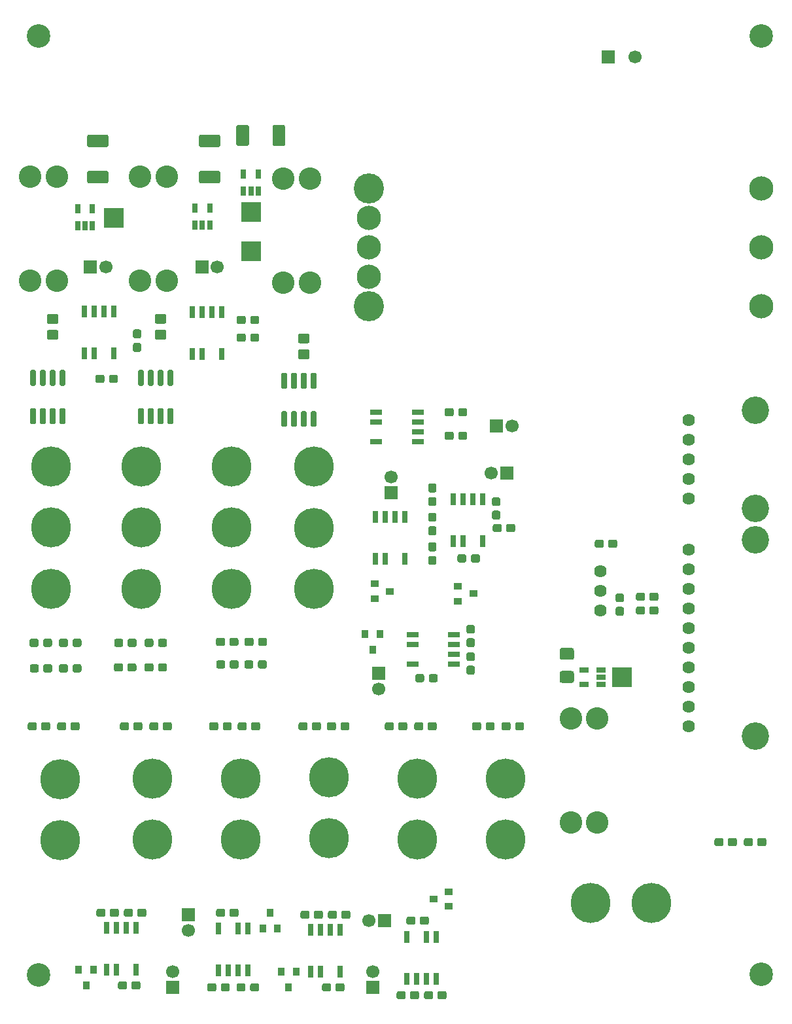
<source format=gbr>
%TF.GenerationSoftware,KiCad,Pcbnew,(5.1.5-0)*%
%TF.CreationDate,2020-12-14T16:26:11-06:00*%
%TF.ProjectId,12VBoard_2021_Rev1,31325642-6f61-4726-945f-323032315f52,rev?*%
%TF.SameCoordinates,Original*%
%TF.FileFunction,Soldermask,Top*%
%TF.FilePolarity,Negative*%
%FSLAX46Y46*%
G04 Gerber Fmt 4.6, Leading zero omitted, Abs format (unit mm)*
G04 Created by KiCad (PCBNEW (5.1.5-0)) date 2020-12-14 16:26:11*
%MOMM*%
%LPD*%
G04 APERTURE LIST*
%ADD10C,3.046400*%
%ADD11C,2.919400*%
%ADD12C,0.100000*%
%ADD13C,3.550000*%
%ADD14C,1.624000*%
%ADD15R,1.650000X0.700000*%
%ADD16R,0.700000X1.650000*%
%ADD17R,0.750000X1.160000*%
%ADD18R,2.600000X2.600000*%
%ADD19C,1.700000*%
%ADD20R,1.700000X1.700000*%
%ADD21C,5.180000*%
%ADD22R,1.000000X0.900000*%
%ADD23R,0.900000X1.000000*%
%ADD24R,1.160000X0.750000*%
%ADD25C,3.148000*%
%ADD26C,3.910000*%
G04 APERTURE END LIST*
D10*
%TO.C,REF\002A\002A*%
X213161880Y-135945880D03*
%TD*%
%TO.C,REF\002A\002A*%
X119578120Y-136072880D03*
%TD*%
%TO.C,REF\002A\002A*%
X119578120Y-14549120D03*
%TD*%
%TO.C,REF\002A\002A*%
X213161880Y-14549120D03*
%TD*%
D11*
%TO.C,F2*%
X188468000Y-102870000D03*
X191897000Y-102870000D03*
X191897000Y-116332000D03*
X188468000Y-116332000D03*
%TD*%
D12*
%TO.C,R20*%
G36*
X154428897Y-55124308D02*
G01*
X154455275Y-55128221D01*
X154481143Y-55134701D01*
X154506252Y-55143685D01*
X154530358Y-55155086D01*
X154553232Y-55168796D01*
X154574651Y-55184682D01*
X154594410Y-55202590D01*
X154612318Y-55222349D01*
X154628204Y-55243768D01*
X154641914Y-55266642D01*
X154653315Y-55290748D01*
X154662299Y-55315857D01*
X154668779Y-55341725D01*
X154672692Y-55368103D01*
X154674000Y-55394738D01*
X154674000Y-56101262D01*
X154672692Y-56127897D01*
X154668779Y-56154275D01*
X154662299Y-56180143D01*
X154653315Y-56205252D01*
X154641914Y-56229358D01*
X154628204Y-56252232D01*
X154612318Y-56273651D01*
X154594410Y-56293410D01*
X154574651Y-56311318D01*
X154553232Y-56327204D01*
X154530358Y-56340914D01*
X154506252Y-56352315D01*
X154481143Y-56361299D01*
X154455275Y-56367779D01*
X154428897Y-56371692D01*
X154402262Y-56373000D01*
X153445738Y-56373000D01*
X153419103Y-56371692D01*
X153392725Y-56367779D01*
X153366857Y-56361299D01*
X153341748Y-56352315D01*
X153317642Y-56340914D01*
X153294768Y-56327204D01*
X153273349Y-56311318D01*
X153253590Y-56293410D01*
X153235682Y-56273651D01*
X153219796Y-56252232D01*
X153206086Y-56229358D01*
X153194685Y-56205252D01*
X153185701Y-56180143D01*
X153179221Y-56154275D01*
X153175308Y-56127897D01*
X153174000Y-56101262D01*
X153174000Y-55394738D01*
X153175308Y-55368103D01*
X153179221Y-55341725D01*
X153185701Y-55315857D01*
X153194685Y-55290748D01*
X153206086Y-55266642D01*
X153219796Y-55243768D01*
X153235682Y-55222349D01*
X153253590Y-55202590D01*
X153273349Y-55184682D01*
X153294768Y-55168796D01*
X153317642Y-55155086D01*
X153341748Y-55143685D01*
X153366857Y-55134701D01*
X153392725Y-55128221D01*
X153419103Y-55124308D01*
X153445738Y-55123000D01*
X154402262Y-55123000D01*
X154428897Y-55124308D01*
G37*
G36*
X154428897Y-53074308D02*
G01*
X154455275Y-53078221D01*
X154481143Y-53084701D01*
X154506252Y-53093685D01*
X154530358Y-53105086D01*
X154553232Y-53118796D01*
X154574651Y-53134682D01*
X154594410Y-53152590D01*
X154612318Y-53172349D01*
X154628204Y-53193768D01*
X154641914Y-53216642D01*
X154653315Y-53240748D01*
X154662299Y-53265857D01*
X154668779Y-53291725D01*
X154672692Y-53318103D01*
X154674000Y-53344738D01*
X154674000Y-54051262D01*
X154672692Y-54077897D01*
X154668779Y-54104275D01*
X154662299Y-54130143D01*
X154653315Y-54155252D01*
X154641914Y-54179358D01*
X154628204Y-54202232D01*
X154612318Y-54223651D01*
X154594410Y-54243410D01*
X154574651Y-54261318D01*
X154553232Y-54277204D01*
X154530358Y-54290914D01*
X154506252Y-54302315D01*
X154481143Y-54311299D01*
X154455275Y-54317779D01*
X154428897Y-54321692D01*
X154402262Y-54323000D01*
X153445738Y-54323000D01*
X153419103Y-54321692D01*
X153392725Y-54317779D01*
X153366857Y-54311299D01*
X153341748Y-54302315D01*
X153317642Y-54290914D01*
X153294768Y-54277204D01*
X153273349Y-54261318D01*
X153253590Y-54243410D01*
X153235682Y-54223651D01*
X153219796Y-54202232D01*
X153206086Y-54179358D01*
X153194685Y-54155252D01*
X153185701Y-54130143D01*
X153179221Y-54104275D01*
X153175308Y-54077897D01*
X153174000Y-54051262D01*
X153174000Y-53344738D01*
X153175308Y-53318103D01*
X153179221Y-53291725D01*
X153185701Y-53265857D01*
X153194685Y-53240748D01*
X153206086Y-53216642D01*
X153219796Y-53193768D01*
X153235682Y-53172349D01*
X153253590Y-53152590D01*
X153273349Y-53134682D01*
X153294768Y-53118796D01*
X153317642Y-53105086D01*
X153341748Y-53093685D01*
X153366857Y-53084701D01*
X153392725Y-53078221D01*
X153419103Y-53074308D01*
X153445738Y-53073000D01*
X154402262Y-53073000D01*
X154428897Y-53074308D01*
G37*
%TD*%
%TO.C,R17*%
G36*
X135886897Y-52584308D02*
G01*
X135913275Y-52588221D01*
X135939143Y-52594701D01*
X135964252Y-52603685D01*
X135988358Y-52615086D01*
X136011232Y-52628796D01*
X136032651Y-52644682D01*
X136052410Y-52662590D01*
X136070318Y-52682349D01*
X136086204Y-52703768D01*
X136099914Y-52726642D01*
X136111315Y-52750748D01*
X136120299Y-52775857D01*
X136126779Y-52801725D01*
X136130692Y-52828103D01*
X136132000Y-52854738D01*
X136132000Y-53561262D01*
X136130692Y-53587897D01*
X136126779Y-53614275D01*
X136120299Y-53640143D01*
X136111315Y-53665252D01*
X136099914Y-53689358D01*
X136086204Y-53712232D01*
X136070318Y-53733651D01*
X136052410Y-53753410D01*
X136032651Y-53771318D01*
X136011232Y-53787204D01*
X135988358Y-53800914D01*
X135964252Y-53812315D01*
X135939143Y-53821299D01*
X135913275Y-53827779D01*
X135886897Y-53831692D01*
X135860262Y-53833000D01*
X134903738Y-53833000D01*
X134877103Y-53831692D01*
X134850725Y-53827779D01*
X134824857Y-53821299D01*
X134799748Y-53812315D01*
X134775642Y-53800914D01*
X134752768Y-53787204D01*
X134731349Y-53771318D01*
X134711590Y-53753410D01*
X134693682Y-53733651D01*
X134677796Y-53712232D01*
X134664086Y-53689358D01*
X134652685Y-53665252D01*
X134643701Y-53640143D01*
X134637221Y-53614275D01*
X134633308Y-53587897D01*
X134632000Y-53561262D01*
X134632000Y-52854738D01*
X134633308Y-52828103D01*
X134637221Y-52801725D01*
X134643701Y-52775857D01*
X134652685Y-52750748D01*
X134664086Y-52726642D01*
X134677796Y-52703768D01*
X134693682Y-52682349D01*
X134711590Y-52662590D01*
X134731349Y-52644682D01*
X134752768Y-52628796D01*
X134775642Y-52615086D01*
X134799748Y-52603685D01*
X134824857Y-52594701D01*
X134850725Y-52588221D01*
X134877103Y-52584308D01*
X134903738Y-52583000D01*
X135860262Y-52583000D01*
X135886897Y-52584308D01*
G37*
G36*
X135886897Y-50534308D02*
G01*
X135913275Y-50538221D01*
X135939143Y-50544701D01*
X135964252Y-50553685D01*
X135988358Y-50565086D01*
X136011232Y-50578796D01*
X136032651Y-50594682D01*
X136052410Y-50612590D01*
X136070318Y-50632349D01*
X136086204Y-50653768D01*
X136099914Y-50676642D01*
X136111315Y-50700748D01*
X136120299Y-50725857D01*
X136126779Y-50751725D01*
X136130692Y-50778103D01*
X136132000Y-50804738D01*
X136132000Y-51511262D01*
X136130692Y-51537897D01*
X136126779Y-51564275D01*
X136120299Y-51590143D01*
X136111315Y-51615252D01*
X136099914Y-51639358D01*
X136086204Y-51662232D01*
X136070318Y-51683651D01*
X136052410Y-51703410D01*
X136032651Y-51721318D01*
X136011232Y-51737204D01*
X135988358Y-51750914D01*
X135964252Y-51762315D01*
X135939143Y-51771299D01*
X135913275Y-51777779D01*
X135886897Y-51781692D01*
X135860262Y-51783000D01*
X134903738Y-51783000D01*
X134877103Y-51781692D01*
X134850725Y-51777779D01*
X134824857Y-51771299D01*
X134799748Y-51762315D01*
X134775642Y-51750914D01*
X134752768Y-51737204D01*
X134731349Y-51721318D01*
X134711590Y-51703410D01*
X134693682Y-51683651D01*
X134677796Y-51662232D01*
X134664086Y-51639358D01*
X134652685Y-51615252D01*
X134643701Y-51590143D01*
X134637221Y-51564275D01*
X134633308Y-51537897D01*
X134632000Y-51511262D01*
X134632000Y-50804738D01*
X134633308Y-50778103D01*
X134637221Y-50751725D01*
X134643701Y-50725857D01*
X134652685Y-50700748D01*
X134664086Y-50676642D01*
X134677796Y-50653768D01*
X134693682Y-50632349D01*
X134711590Y-50612590D01*
X134731349Y-50594682D01*
X134752768Y-50578796D01*
X134775642Y-50565086D01*
X134799748Y-50553685D01*
X134824857Y-50544701D01*
X134850725Y-50538221D01*
X134877103Y-50534308D01*
X134903738Y-50533000D01*
X135860262Y-50533000D01*
X135886897Y-50534308D01*
G37*
%TD*%
%TO.C,R11*%
G36*
X121916897Y-52612308D02*
G01*
X121943275Y-52616221D01*
X121969143Y-52622701D01*
X121994252Y-52631685D01*
X122018358Y-52643086D01*
X122041232Y-52656796D01*
X122062651Y-52672682D01*
X122082410Y-52690590D01*
X122100318Y-52710349D01*
X122116204Y-52731768D01*
X122129914Y-52754642D01*
X122141315Y-52778748D01*
X122150299Y-52803857D01*
X122156779Y-52829725D01*
X122160692Y-52856103D01*
X122162000Y-52882738D01*
X122162000Y-53589262D01*
X122160692Y-53615897D01*
X122156779Y-53642275D01*
X122150299Y-53668143D01*
X122141315Y-53693252D01*
X122129914Y-53717358D01*
X122116204Y-53740232D01*
X122100318Y-53761651D01*
X122082410Y-53781410D01*
X122062651Y-53799318D01*
X122041232Y-53815204D01*
X122018358Y-53828914D01*
X121994252Y-53840315D01*
X121969143Y-53849299D01*
X121943275Y-53855779D01*
X121916897Y-53859692D01*
X121890262Y-53861000D01*
X120933738Y-53861000D01*
X120907103Y-53859692D01*
X120880725Y-53855779D01*
X120854857Y-53849299D01*
X120829748Y-53840315D01*
X120805642Y-53828914D01*
X120782768Y-53815204D01*
X120761349Y-53799318D01*
X120741590Y-53781410D01*
X120723682Y-53761651D01*
X120707796Y-53740232D01*
X120694086Y-53717358D01*
X120682685Y-53693252D01*
X120673701Y-53668143D01*
X120667221Y-53642275D01*
X120663308Y-53615897D01*
X120662000Y-53589262D01*
X120662000Y-52882738D01*
X120663308Y-52856103D01*
X120667221Y-52829725D01*
X120673701Y-52803857D01*
X120682685Y-52778748D01*
X120694086Y-52754642D01*
X120707796Y-52731768D01*
X120723682Y-52710349D01*
X120741590Y-52690590D01*
X120761349Y-52672682D01*
X120782768Y-52656796D01*
X120805642Y-52643086D01*
X120829748Y-52631685D01*
X120854857Y-52622701D01*
X120880725Y-52616221D01*
X120907103Y-52612308D01*
X120933738Y-52611000D01*
X121890262Y-52611000D01*
X121916897Y-52612308D01*
G37*
G36*
X121916897Y-50562308D02*
G01*
X121943275Y-50566221D01*
X121969143Y-50572701D01*
X121994252Y-50581685D01*
X122018358Y-50593086D01*
X122041232Y-50606796D01*
X122062651Y-50622682D01*
X122082410Y-50640590D01*
X122100318Y-50660349D01*
X122116204Y-50681768D01*
X122129914Y-50704642D01*
X122141315Y-50728748D01*
X122150299Y-50753857D01*
X122156779Y-50779725D01*
X122160692Y-50806103D01*
X122162000Y-50832738D01*
X122162000Y-51539262D01*
X122160692Y-51565897D01*
X122156779Y-51592275D01*
X122150299Y-51618143D01*
X122141315Y-51643252D01*
X122129914Y-51667358D01*
X122116204Y-51690232D01*
X122100318Y-51711651D01*
X122082410Y-51731410D01*
X122062651Y-51749318D01*
X122041232Y-51765204D01*
X122018358Y-51778914D01*
X121994252Y-51790315D01*
X121969143Y-51799299D01*
X121943275Y-51805779D01*
X121916897Y-51809692D01*
X121890262Y-51811000D01*
X120933738Y-51811000D01*
X120907103Y-51809692D01*
X120880725Y-51805779D01*
X120854857Y-51799299D01*
X120829748Y-51790315D01*
X120805642Y-51778914D01*
X120782768Y-51765204D01*
X120761349Y-51749318D01*
X120741590Y-51731410D01*
X120723682Y-51711651D01*
X120707796Y-51690232D01*
X120694086Y-51667358D01*
X120682685Y-51643252D01*
X120673701Y-51618143D01*
X120667221Y-51592275D01*
X120663308Y-51565897D01*
X120662000Y-51539262D01*
X120662000Y-50832738D01*
X120663308Y-50806103D01*
X120667221Y-50779725D01*
X120673701Y-50753857D01*
X120682685Y-50728748D01*
X120694086Y-50704642D01*
X120707796Y-50681768D01*
X120723682Y-50660349D01*
X120741590Y-50640590D01*
X120761349Y-50622682D01*
X120782768Y-50606796D01*
X120805642Y-50593086D01*
X120829748Y-50581685D01*
X120854857Y-50572701D01*
X120880725Y-50566221D01*
X120907103Y-50562308D01*
X120933738Y-50561000D01*
X121890262Y-50561000D01*
X121916897Y-50562308D01*
G37*
%TD*%
%TO.C,R33*%
G36*
X142866719Y-27331283D02*
G01*
X142892579Y-27335119D01*
X142917938Y-27341471D01*
X142942552Y-27350278D01*
X142966184Y-27361455D01*
X142988607Y-27374895D01*
X143009605Y-27390468D01*
X143028976Y-27408024D01*
X143046532Y-27427395D01*
X143062105Y-27448393D01*
X143075545Y-27470816D01*
X143086722Y-27494448D01*
X143095529Y-27519062D01*
X143101881Y-27544421D01*
X143105717Y-27570281D01*
X143107000Y-27596392D01*
X143107000Y-28688608D01*
X143105717Y-28714719D01*
X143101881Y-28740579D01*
X143095529Y-28765938D01*
X143086722Y-28790552D01*
X143075545Y-28814184D01*
X143062105Y-28836607D01*
X143046532Y-28857605D01*
X143028976Y-28876976D01*
X143009605Y-28894532D01*
X142988607Y-28910105D01*
X142966184Y-28923545D01*
X142942552Y-28934722D01*
X142917938Y-28943529D01*
X142892579Y-28949881D01*
X142866719Y-28953717D01*
X142840608Y-28955000D01*
X140623392Y-28955000D01*
X140597281Y-28953717D01*
X140571421Y-28949881D01*
X140546062Y-28943529D01*
X140521448Y-28934722D01*
X140497816Y-28923545D01*
X140475393Y-28910105D01*
X140454395Y-28894532D01*
X140435024Y-28876976D01*
X140417468Y-28857605D01*
X140401895Y-28836607D01*
X140388455Y-28814184D01*
X140377278Y-28790552D01*
X140368471Y-28765938D01*
X140362119Y-28740579D01*
X140358283Y-28714719D01*
X140357000Y-28688608D01*
X140357000Y-27596392D01*
X140358283Y-27570281D01*
X140362119Y-27544421D01*
X140368471Y-27519062D01*
X140377278Y-27494448D01*
X140388455Y-27470816D01*
X140401895Y-27448393D01*
X140417468Y-27427395D01*
X140435024Y-27408024D01*
X140454395Y-27390468D01*
X140475393Y-27374895D01*
X140497816Y-27361455D01*
X140521448Y-27350278D01*
X140546062Y-27341471D01*
X140571421Y-27335119D01*
X140597281Y-27331283D01*
X140623392Y-27330000D01*
X142840608Y-27330000D01*
X142866719Y-27331283D01*
G37*
G36*
X142866719Y-32006283D02*
G01*
X142892579Y-32010119D01*
X142917938Y-32016471D01*
X142942552Y-32025278D01*
X142966184Y-32036455D01*
X142988607Y-32049895D01*
X143009605Y-32065468D01*
X143028976Y-32083024D01*
X143046532Y-32102395D01*
X143062105Y-32123393D01*
X143075545Y-32145816D01*
X143086722Y-32169448D01*
X143095529Y-32194062D01*
X143101881Y-32219421D01*
X143105717Y-32245281D01*
X143107000Y-32271392D01*
X143107000Y-33363608D01*
X143105717Y-33389719D01*
X143101881Y-33415579D01*
X143095529Y-33440938D01*
X143086722Y-33465552D01*
X143075545Y-33489184D01*
X143062105Y-33511607D01*
X143046532Y-33532605D01*
X143028976Y-33551976D01*
X143009605Y-33569532D01*
X142988607Y-33585105D01*
X142966184Y-33598545D01*
X142942552Y-33609722D01*
X142917938Y-33618529D01*
X142892579Y-33624881D01*
X142866719Y-33628717D01*
X142840608Y-33630000D01*
X140623392Y-33630000D01*
X140597281Y-33628717D01*
X140571421Y-33624881D01*
X140546062Y-33618529D01*
X140521448Y-33609722D01*
X140497816Y-33598545D01*
X140475393Y-33585105D01*
X140454395Y-33569532D01*
X140435024Y-33551976D01*
X140417468Y-33532605D01*
X140401895Y-33511607D01*
X140388455Y-33489184D01*
X140377278Y-33465552D01*
X140368471Y-33440938D01*
X140362119Y-33415579D01*
X140358283Y-33389719D01*
X140357000Y-33363608D01*
X140357000Y-32271392D01*
X140358283Y-32245281D01*
X140362119Y-32219421D01*
X140368471Y-32194062D01*
X140377278Y-32169448D01*
X140388455Y-32145816D01*
X140401895Y-32123393D01*
X140417468Y-32102395D01*
X140435024Y-32083024D01*
X140454395Y-32065468D01*
X140475393Y-32049895D01*
X140497816Y-32036455D01*
X140521448Y-32025278D01*
X140546062Y-32016471D01*
X140571421Y-32010119D01*
X140597281Y-32006283D01*
X140623392Y-32005000D01*
X142840608Y-32005000D01*
X142866719Y-32006283D01*
G37*
%TD*%
%TO.C,R14*%
G36*
X146570719Y-26058283D02*
G01*
X146596579Y-26062119D01*
X146621938Y-26068471D01*
X146646552Y-26077278D01*
X146670184Y-26088455D01*
X146692607Y-26101895D01*
X146713605Y-26117468D01*
X146732976Y-26135024D01*
X146750532Y-26154395D01*
X146766105Y-26175393D01*
X146779545Y-26197816D01*
X146790722Y-26221448D01*
X146799529Y-26246062D01*
X146805881Y-26271421D01*
X146809717Y-26297281D01*
X146811000Y-26323392D01*
X146811000Y-28540608D01*
X146809717Y-28566719D01*
X146805881Y-28592579D01*
X146799529Y-28617938D01*
X146790722Y-28642552D01*
X146779545Y-28666184D01*
X146766105Y-28688607D01*
X146750532Y-28709605D01*
X146732976Y-28728976D01*
X146713605Y-28746532D01*
X146692607Y-28762105D01*
X146670184Y-28775545D01*
X146646552Y-28786722D01*
X146621938Y-28795529D01*
X146596579Y-28801881D01*
X146570719Y-28805717D01*
X146544608Y-28807000D01*
X145452392Y-28807000D01*
X145426281Y-28805717D01*
X145400421Y-28801881D01*
X145375062Y-28795529D01*
X145350448Y-28786722D01*
X145326816Y-28775545D01*
X145304393Y-28762105D01*
X145283395Y-28746532D01*
X145264024Y-28728976D01*
X145246468Y-28709605D01*
X145230895Y-28688607D01*
X145217455Y-28666184D01*
X145206278Y-28642552D01*
X145197471Y-28617938D01*
X145191119Y-28592579D01*
X145187283Y-28566719D01*
X145186000Y-28540608D01*
X145186000Y-26323392D01*
X145187283Y-26297281D01*
X145191119Y-26271421D01*
X145197471Y-26246062D01*
X145206278Y-26221448D01*
X145217455Y-26197816D01*
X145230895Y-26175393D01*
X145246468Y-26154395D01*
X145264024Y-26135024D01*
X145283395Y-26117468D01*
X145304393Y-26101895D01*
X145326816Y-26088455D01*
X145350448Y-26077278D01*
X145375062Y-26068471D01*
X145400421Y-26062119D01*
X145426281Y-26058283D01*
X145452392Y-26057000D01*
X146544608Y-26057000D01*
X146570719Y-26058283D01*
G37*
G36*
X151245719Y-26058283D02*
G01*
X151271579Y-26062119D01*
X151296938Y-26068471D01*
X151321552Y-26077278D01*
X151345184Y-26088455D01*
X151367607Y-26101895D01*
X151388605Y-26117468D01*
X151407976Y-26135024D01*
X151425532Y-26154395D01*
X151441105Y-26175393D01*
X151454545Y-26197816D01*
X151465722Y-26221448D01*
X151474529Y-26246062D01*
X151480881Y-26271421D01*
X151484717Y-26297281D01*
X151486000Y-26323392D01*
X151486000Y-28540608D01*
X151484717Y-28566719D01*
X151480881Y-28592579D01*
X151474529Y-28617938D01*
X151465722Y-28642552D01*
X151454545Y-28666184D01*
X151441105Y-28688607D01*
X151425532Y-28709605D01*
X151407976Y-28728976D01*
X151388605Y-28746532D01*
X151367607Y-28762105D01*
X151345184Y-28775545D01*
X151321552Y-28786722D01*
X151296938Y-28795529D01*
X151271579Y-28801881D01*
X151245719Y-28805717D01*
X151219608Y-28807000D01*
X150127392Y-28807000D01*
X150101281Y-28805717D01*
X150075421Y-28801881D01*
X150050062Y-28795529D01*
X150025448Y-28786722D01*
X150001816Y-28775545D01*
X149979393Y-28762105D01*
X149958395Y-28746532D01*
X149939024Y-28728976D01*
X149921468Y-28709605D01*
X149905895Y-28688607D01*
X149892455Y-28666184D01*
X149881278Y-28642552D01*
X149872471Y-28617938D01*
X149866119Y-28592579D01*
X149862283Y-28566719D01*
X149861000Y-28540608D01*
X149861000Y-26323392D01*
X149862283Y-26297281D01*
X149866119Y-26271421D01*
X149872471Y-26246062D01*
X149881278Y-26221448D01*
X149892455Y-26197816D01*
X149905895Y-26175393D01*
X149921468Y-26154395D01*
X149939024Y-26135024D01*
X149958395Y-26117468D01*
X149979393Y-26101895D01*
X150001816Y-26088455D01*
X150025448Y-26077278D01*
X150050062Y-26068471D01*
X150075421Y-26062119D01*
X150101281Y-26058283D01*
X150127392Y-26057000D01*
X151219608Y-26057000D01*
X151245719Y-26058283D01*
G37*
%TD*%
%TO.C,R10*%
G36*
X128388719Y-27331283D02*
G01*
X128414579Y-27335119D01*
X128439938Y-27341471D01*
X128464552Y-27350278D01*
X128488184Y-27361455D01*
X128510607Y-27374895D01*
X128531605Y-27390468D01*
X128550976Y-27408024D01*
X128568532Y-27427395D01*
X128584105Y-27448393D01*
X128597545Y-27470816D01*
X128608722Y-27494448D01*
X128617529Y-27519062D01*
X128623881Y-27544421D01*
X128627717Y-27570281D01*
X128629000Y-27596392D01*
X128629000Y-28688608D01*
X128627717Y-28714719D01*
X128623881Y-28740579D01*
X128617529Y-28765938D01*
X128608722Y-28790552D01*
X128597545Y-28814184D01*
X128584105Y-28836607D01*
X128568532Y-28857605D01*
X128550976Y-28876976D01*
X128531605Y-28894532D01*
X128510607Y-28910105D01*
X128488184Y-28923545D01*
X128464552Y-28934722D01*
X128439938Y-28943529D01*
X128414579Y-28949881D01*
X128388719Y-28953717D01*
X128362608Y-28955000D01*
X126145392Y-28955000D01*
X126119281Y-28953717D01*
X126093421Y-28949881D01*
X126068062Y-28943529D01*
X126043448Y-28934722D01*
X126019816Y-28923545D01*
X125997393Y-28910105D01*
X125976395Y-28894532D01*
X125957024Y-28876976D01*
X125939468Y-28857605D01*
X125923895Y-28836607D01*
X125910455Y-28814184D01*
X125899278Y-28790552D01*
X125890471Y-28765938D01*
X125884119Y-28740579D01*
X125880283Y-28714719D01*
X125879000Y-28688608D01*
X125879000Y-27596392D01*
X125880283Y-27570281D01*
X125884119Y-27544421D01*
X125890471Y-27519062D01*
X125899278Y-27494448D01*
X125910455Y-27470816D01*
X125923895Y-27448393D01*
X125939468Y-27427395D01*
X125957024Y-27408024D01*
X125976395Y-27390468D01*
X125997393Y-27374895D01*
X126019816Y-27361455D01*
X126043448Y-27350278D01*
X126068062Y-27341471D01*
X126093421Y-27335119D01*
X126119281Y-27331283D01*
X126145392Y-27330000D01*
X128362608Y-27330000D01*
X128388719Y-27331283D01*
G37*
G36*
X128388719Y-32006283D02*
G01*
X128414579Y-32010119D01*
X128439938Y-32016471D01*
X128464552Y-32025278D01*
X128488184Y-32036455D01*
X128510607Y-32049895D01*
X128531605Y-32065468D01*
X128550976Y-32083024D01*
X128568532Y-32102395D01*
X128584105Y-32123393D01*
X128597545Y-32145816D01*
X128608722Y-32169448D01*
X128617529Y-32194062D01*
X128623881Y-32219421D01*
X128627717Y-32245281D01*
X128629000Y-32271392D01*
X128629000Y-33363608D01*
X128627717Y-33389719D01*
X128623881Y-33415579D01*
X128617529Y-33440938D01*
X128608722Y-33465552D01*
X128597545Y-33489184D01*
X128584105Y-33511607D01*
X128568532Y-33532605D01*
X128550976Y-33551976D01*
X128531605Y-33569532D01*
X128510607Y-33585105D01*
X128488184Y-33598545D01*
X128464552Y-33609722D01*
X128439938Y-33618529D01*
X128414579Y-33624881D01*
X128388719Y-33628717D01*
X128362608Y-33630000D01*
X126145392Y-33630000D01*
X126119281Y-33628717D01*
X126093421Y-33624881D01*
X126068062Y-33618529D01*
X126043448Y-33609722D01*
X126019816Y-33598545D01*
X125997393Y-33585105D01*
X125976395Y-33569532D01*
X125957024Y-33551976D01*
X125939468Y-33532605D01*
X125923895Y-33511607D01*
X125910455Y-33489184D01*
X125899278Y-33465552D01*
X125890471Y-33440938D01*
X125884119Y-33415579D01*
X125880283Y-33389719D01*
X125879000Y-33363608D01*
X125879000Y-32271392D01*
X125880283Y-32245281D01*
X125884119Y-32219421D01*
X125890471Y-32194062D01*
X125899278Y-32169448D01*
X125910455Y-32145816D01*
X125923895Y-32123393D01*
X125939468Y-32102395D01*
X125957024Y-32083024D01*
X125976395Y-32065468D01*
X125997393Y-32049895D01*
X126019816Y-32036455D01*
X126043448Y-32025278D01*
X126068062Y-32016471D01*
X126093421Y-32010119D01*
X126119281Y-32006283D01*
X126145392Y-32005000D01*
X128362608Y-32005000D01*
X128388719Y-32006283D01*
G37*
%TD*%
D13*
%TO.C,Conn2*%
X212344000Y-75692000D03*
X212344000Y-62992000D03*
D14*
X203708000Y-74422000D03*
X203708000Y-71882000D03*
X203708000Y-69342000D03*
X203708000Y-66802000D03*
X203708000Y-64262000D03*
%TD*%
D12*
%TO.C,R3*%
G36*
X188643680Y-93763288D02*
G01*
X188669651Y-93767141D01*
X188695120Y-93773520D01*
X188719841Y-93782366D01*
X188743575Y-93793591D01*
X188766095Y-93807089D01*
X188787184Y-93822730D01*
X188806638Y-93840362D01*
X188824270Y-93859816D01*
X188839911Y-93880905D01*
X188853409Y-93903425D01*
X188864634Y-93927159D01*
X188873480Y-93951880D01*
X188879859Y-93977349D01*
X188883712Y-94003320D01*
X188885000Y-94029544D01*
X188885000Y-95019456D01*
X188883712Y-95045680D01*
X188879859Y-95071651D01*
X188873480Y-95097120D01*
X188864634Y-95121841D01*
X188853409Y-95145575D01*
X188839911Y-95168095D01*
X188824270Y-95189184D01*
X188806638Y-95208638D01*
X188787184Y-95226270D01*
X188766095Y-95241911D01*
X188743575Y-95255409D01*
X188719841Y-95266634D01*
X188695120Y-95275480D01*
X188669651Y-95281859D01*
X188643680Y-95285712D01*
X188617456Y-95287000D01*
X187302544Y-95287000D01*
X187276320Y-95285712D01*
X187250349Y-95281859D01*
X187224880Y-95275480D01*
X187200159Y-95266634D01*
X187176425Y-95255409D01*
X187153905Y-95241911D01*
X187132816Y-95226270D01*
X187113362Y-95208638D01*
X187095730Y-95189184D01*
X187080089Y-95168095D01*
X187066591Y-95145575D01*
X187055366Y-95121841D01*
X187046520Y-95097120D01*
X187040141Y-95071651D01*
X187036288Y-95045680D01*
X187035000Y-95019456D01*
X187035000Y-94029544D01*
X187036288Y-94003320D01*
X187040141Y-93977349D01*
X187046520Y-93951880D01*
X187055366Y-93927159D01*
X187066591Y-93903425D01*
X187080089Y-93880905D01*
X187095730Y-93859816D01*
X187113362Y-93840362D01*
X187132816Y-93822730D01*
X187153905Y-93807089D01*
X187176425Y-93793591D01*
X187200159Y-93782366D01*
X187224880Y-93773520D01*
X187250349Y-93767141D01*
X187276320Y-93763288D01*
X187302544Y-93762000D01*
X188617456Y-93762000D01*
X188643680Y-93763288D01*
G37*
G36*
X188643680Y-96738288D02*
G01*
X188669651Y-96742141D01*
X188695120Y-96748520D01*
X188719841Y-96757366D01*
X188743575Y-96768591D01*
X188766095Y-96782089D01*
X188787184Y-96797730D01*
X188806638Y-96815362D01*
X188824270Y-96834816D01*
X188839911Y-96855905D01*
X188853409Y-96878425D01*
X188864634Y-96902159D01*
X188873480Y-96926880D01*
X188879859Y-96952349D01*
X188883712Y-96978320D01*
X188885000Y-97004544D01*
X188885000Y-97994456D01*
X188883712Y-98020680D01*
X188879859Y-98046651D01*
X188873480Y-98072120D01*
X188864634Y-98096841D01*
X188853409Y-98120575D01*
X188839911Y-98143095D01*
X188824270Y-98164184D01*
X188806638Y-98183638D01*
X188787184Y-98201270D01*
X188766095Y-98216911D01*
X188743575Y-98230409D01*
X188719841Y-98241634D01*
X188695120Y-98250480D01*
X188669651Y-98256859D01*
X188643680Y-98260712D01*
X188617456Y-98262000D01*
X187302544Y-98262000D01*
X187276320Y-98260712D01*
X187250349Y-98256859D01*
X187224880Y-98250480D01*
X187200159Y-98241634D01*
X187176425Y-98230409D01*
X187153905Y-98216911D01*
X187132816Y-98201270D01*
X187113362Y-98183638D01*
X187095730Y-98164184D01*
X187080089Y-98143095D01*
X187066591Y-98120575D01*
X187055366Y-98096841D01*
X187046520Y-98072120D01*
X187040141Y-98046651D01*
X187036288Y-98020680D01*
X187035000Y-97994456D01*
X187035000Y-97004544D01*
X187036288Y-96978320D01*
X187040141Y-96952349D01*
X187046520Y-96926880D01*
X187055366Y-96902159D01*
X187066591Y-96878425D01*
X187080089Y-96855905D01*
X187095730Y-96834816D01*
X187113362Y-96815362D01*
X187132816Y-96797730D01*
X187153905Y-96782089D01*
X187176425Y-96768591D01*
X187200159Y-96757366D01*
X187224880Y-96748520D01*
X187250349Y-96742141D01*
X187276320Y-96738288D01*
X187302544Y-96737000D01*
X188617456Y-96737000D01*
X188643680Y-96738288D01*
G37*
%TD*%
%TO.C,R23*%
G36*
X147150229Y-95361264D02*
G01*
X147175711Y-95365044D01*
X147200700Y-95371303D01*
X147224954Y-95379982D01*
X147248242Y-95390996D01*
X147270337Y-95404239D01*
X147291028Y-95419585D01*
X147310116Y-95436884D01*
X147327415Y-95455972D01*
X147342761Y-95476663D01*
X147356004Y-95498758D01*
X147367018Y-95522046D01*
X147375697Y-95546300D01*
X147381956Y-95571289D01*
X147385736Y-95596771D01*
X147387000Y-95622500D01*
X147387000Y-96147500D01*
X147385736Y-96173229D01*
X147381956Y-96198711D01*
X147375697Y-96223700D01*
X147367018Y-96247954D01*
X147356004Y-96271242D01*
X147342761Y-96293337D01*
X147327415Y-96314028D01*
X147310116Y-96333116D01*
X147291028Y-96350415D01*
X147270337Y-96365761D01*
X147248242Y-96379004D01*
X147224954Y-96390018D01*
X147200700Y-96398697D01*
X147175711Y-96404956D01*
X147150229Y-96408736D01*
X147124500Y-96410000D01*
X146499500Y-96410000D01*
X146473771Y-96408736D01*
X146448289Y-96404956D01*
X146423300Y-96398697D01*
X146399046Y-96390018D01*
X146375758Y-96379004D01*
X146353663Y-96365761D01*
X146332972Y-96350415D01*
X146313884Y-96333116D01*
X146296585Y-96314028D01*
X146281239Y-96293337D01*
X146267996Y-96271242D01*
X146256982Y-96247954D01*
X146248303Y-96223700D01*
X146242044Y-96198711D01*
X146238264Y-96173229D01*
X146237000Y-96147500D01*
X146237000Y-95622500D01*
X146238264Y-95596771D01*
X146242044Y-95571289D01*
X146248303Y-95546300D01*
X146256982Y-95522046D01*
X146267996Y-95498758D01*
X146281239Y-95476663D01*
X146296585Y-95455972D01*
X146313884Y-95436884D01*
X146332972Y-95419585D01*
X146353663Y-95404239D01*
X146375758Y-95390996D01*
X146399046Y-95379982D01*
X146423300Y-95371303D01*
X146448289Y-95365044D01*
X146473771Y-95361264D01*
X146499500Y-95360000D01*
X147124500Y-95360000D01*
X147150229Y-95361264D01*
G37*
G36*
X148900229Y-95361264D02*
G01*
X148925711Y-95365044D01*
X148950700Y-95371303D01*
X148974954Y-95379982D01*
X148998242Y-95390996D01*
X149020337Y-95404239D01*
X149041028Y-95419585D01*
X149060116Y-95436884D01*
X149077415Y-95455972D01*
X149092761Y-95476663D01*
X149106004Y-95498758D01*
X149117018Y-95522046D01*
X149125697Y-95546300D01*
X149131956Y-95571289D01*
X149135736Y-95596771D01*
X149137000Y-95622500D01*
X149137000Y-96147500D01*
X149135736Y-96173229D01*
X149131956Y-96198711D01*
X149125697Y-96223700D01*
X149117018Y-96247954D01*
X149106004Y-96271242D01*
X149092761Y-96293337D01*
X149077415Y-96314028D01*
X149060116Y-96333116D01*
X149041028Y-96350415D01*
X149020337Y-96365761D01*
X148998242Y-96379004D01*
X148974954Y-96390018D01*
X148950700Y-96398697D01*
X148925711Y-96404956D01*
X148900229Y-96408736D01*
X148874500Y-96410000D01*
X148249500Y-96410000D01*
X148223771Y-96408736D01*
X148198289Y-96404956D01*
X148173300Y-96398697D01*
X148149046Y-96390018D01*
X148125758Y-96379004D01*
X148103663Y-96365761D01*
X148082972Y-96350415D01*
X148063884Y-96333116D01*
X148046585Y-96314028D01*
X148031239Y-96293337D01*
X148017996Y-96271242D01*
X148006982Y-96247954D01*
X147998303Y-96223700D01*
X147992044Y-96198711D01*
X147988264Y-96173229D01*
X147987000Y-96147500D01*
X147987000Y-95622500D01*
X147988264Y-95596771D01*
X147992044Y-95571289D01*
X147998303Y-95546300D01*
X148006982Y-95522046D01*
X148017996Y-95498758D01*
X148031239Y-95476663D01*
X148046585Y-95455972D01*
X148063884Y-95436884D01*
X148082972Y-95419585D01*
X148103663Y-95404239D01*
X148125758Y-95390996D01*
X148149046Y-95379982D01*
X148173300Y-95371303D01*
X148198289Y-95365044D01*
X148223771Y-95361264D01*
X148249500Y-95360000D01*
X148874500Y-95360000D01*
X148900229Y-95361264D01*
G37*
%TD*%
%TO.C,R22*%
G36*
X134224229Y-95742264D02*
G01*
X134249711Y-95746044D01*
X134274700Y-95752303D01*
X134298954Y-95760982D01*
X134322242Y-95771996D01*
X134344337Y-95785239D01*
X134365028Y-95800585D01*
X134384116Y-95817884D01*
X134401415Y-95836972D01*
X134416761Y-95857663D01*
X134430004Y-95879758D01*
X134441018Y-95903046D01*
X134449697Y-95927300D01*
X134455956Y-95952289D01*
X134459736Y-95977771D01*
X134461000Y-96003500D01*
X134461000Y-96528500D01*
X134459736Y-96554229D01*
X134455956Y-96579711D01*
X134449697Y-96604700D01*
X134441018Y-96628954D01*
X134430004Y-96652242D01*
X134416761Y-96674337D01*
X134401415Y-96695028D01*
X134384116Y-96714116D01*
X134365028Y-96731415D01*
X134344337Y-96746761D01*
X134322242Y-96760004D01*
X134298954Y-96771018D01*
X134274700Y-96779697D01*
X134249711Y-96785956D01*
X134224229Y-96789736D01*
X134198500Y-96791000D01*
X133573500Y-96791000D01*
X133547771Y-96789736D01*
X133522289Y-96785956D01*
X133497300Y-96779697D01*
X133473046Y-96771018D01*
X133449758Y-96760004D01*
X133427663Y-96746761D01*
X133406972Y-96731415D01*
X133387884Y-96714116D01*
X133370585Y-96695028D01*
X133355239Y-96674337D01*
X133341996Y-96652242D01*
X133330982Y-96628954D01*
X133322303Y-96604700D01*
X133316044Y-96579711D01*
X133312264Y-96554229D01*
X133311000Y-96528500D01*
X133311000Y-96003500D01*
X133312264Y-95977771D01*
X133316044Y-95952289D01*
X133322303Y-95927300D01*
X133330982Y-95903046D01*
X133341996Y-95879758D01*
X133355239Y-95857663D01*
X133370585Y-95836972D01*
X133387884Y-95817884D01*
X133406972Y-95800585D01*
X133427663Y-95785239D01*
X133449758Y-95771996D01*
X133473046Y-95760982D01*
X133497300Y-95752303D01*
X133522289Y-95746044D01*
X133547771Y-95742264D01*
X133573500Y-95741000D01*
X134198500Y-95741000D01*
X134224229Y-95742264D01*
G37*
G36*
X135974229Y-95742264D02*
G01*
X135999711Y-95746044D01*
X136024700Y-95752303D01*
X136048954Y-95760982D01*
X136072242Y-95771996D01*
X136094337Y-95785239D01*
X136115028Y-95800585D01*
X136134116Y-95817884D01*
X136151415Y-95836972D01*
X136166761Y-95857663D01*
X136180004Y-95879758D01*
X136191018Y-95903046D01*
X136199697Y-95927300D01*
X136205956Y-95952289D01*
X136209736Y-95977771D01*
X136211000Y-96003500D01*
X136211000Y-96528500D01*
X136209736Y-96554229D01*
X136205956Y-96579711D01*
X136199697Y-96604700D01*
X136191018Y-96628954D01*
X136180004Y-96652242D01*
X136166761Y-96674337D01*
X136151415Y-96695028D01*
X136134116Y-96714116D01*
X136115028Y-96731415D01*
X136094337Y-96746761D01*
X136072242Y-96760004D01*
X136048954Y-96771018D01*
X136024700Y-96779697D01*
X135999711Y-96785956D01*
X135974229Y-96789736D01*
X135948500Y-96791000D01*
X135323500Y-96791000D01*
X135297771Y-96789736D01*
X135272289Y-96785956D01*
X135247300Y-96779697D01*
X135223046Y-96771018D01*
X135199758Y-96760004D01*
X135177663Y-96746761D01*
X135156972Y-96731415D01*
X135137884Y-96714116D01*
X135120585Y-96695028D01*
X135105239Y-96674337D01*
X135091996Y-96652242D01*
X135080982Y-96628954D01*
X135072303Y-96604700D01*
X135066044Y-96579711D01*
X135062264Y-96554229D01*
X135061000Y-96528500D01*
X135061000Y-96003500D01*
X135062264Y-95977771D01*
X135066044Y-95952289D01*
X135072303Y-95927300D01*
X135080982Y-95903046D01*
X135091996Y-95879758D01*
X135105239Y-95857663D01*
X135120585Y-95836972D01*
X135137884Y-95817884D01*
X135156972Y-95800585D01*
X135177663Y-95785239D01*
X135199758Y-95771996D01*
X135223046Y-95760982D01*
X135247300Y-95752303D01*
X135272289Y-95746044D01*
X135297771Y-95742264D01*
X135323500Y-95741000D01*
X135948500Y-95741000D01*
X135974229Y-95742264D01*
G37*
%TD*%
%TO.C,R21*%
G36*
X123147229Y-95869264D02*
G01*
X123172711Y-95873044D01*
X123197700Y-95879303D01*
X123221954Y-95887982D01*
X123245242Y-95898996D01*
X123267337Y-95912239D01*
X123288028Y-95927585D01*
X123307116Y-95944884D01*
X123324415Y-95963972D01*
X123339761Y-95984663D01*
X123353004Y-96006758D01*
X123364018Y-96030046D01*
X123372697Y-96054300D01*
X123378956Y-96079289D01*
X123382736Y-96104771D01*
X123384000Y-96130500D01*
X123384000Y-96655500D01*
X123382736Y-96681229D01*
X123378956Y-96706711D01*
X123372697Y-96731700D01*
X123364018Y-96755954D01*
X123353004Y-96779242D01*
X123339761Y-96801337D01*
X123324415Y-96822028D01*
X123307116Y-96841116D01*
X123288028Y-96858415D01*
X123267337Y-96873761D01*
X123245242Y-96887004D01*
X123221954Y-96898018D01*
X123197700Y-96906697D01*
X123172711Y-96912956D01*
X123147229Y-96916736D01*
X123121500Y-96918000D01*
X122496500Y-96918000D01*
X122470771Y-96916736D01*
X122445289Y-96912956D01*
X122420300Y-96906697D01*
X122396046Y-96898018D01*
X122372758Y-96887004D01*
X122350663Y-96873761D01*
X122329972Y-96858415D01*
X122310884Y-96841116D01*
X122293585Y-96822028D01*
X122278239Y-96801337D01*
X122264996Y-96779242D01*
X122253982Y-96755954D01*
X122245303Y-96731700D01*
X122239044Y-96706711D01*
X122235264Y-96681229D01*
X122234000Y-96655500D01*
X122234000Y-96130500D01*
X122235264Y-96104771D01*
X122239044Y-96079289D01*
X122245303Y-96054300D01*
X122253982Y-96030046D01*
X122264996Y-96006758D01*
X122278239Y-95984663D01*
X122293585Y-95963972D01*
X122310884Y-95944884D01*
X122329972Y-95927585D01*
X122350663Y-95912239D01*
X122372758Y-95898996D01*
X122396046Y-95887982D01*
X122420300Y-95879303D01*
X122445289Y-95873044D01*
X122470771Y-95869264D01*
X122496500Y-95868000D01*
X123121500Y-95868000D01*
X123147229Y-95869264D01*
G37*
G36*
X124897229Y-95869264D02*
G01*
X124922711Y-95873044D01*
X124947700Y-95879303D01*
X124971954Y-95887982D01*
X124995242Y-95898996D01*
X125017337Y-95912239D01*
X125038028Y-95927585D01*
X125057116Y-95944884D01*
X125074415Y-95963972D01*
X125089761Y-95984663D01*
X125103004Y-96006758D01*
X125114018Y-96030046D01*
X125122697Y-96054300D01*
X125128956Y-96079289D01*
X125132736Y-96104771D01*
X125134000Y-96130500D01*
X125134000Y-96655500D01*
X125132736Y-96681229D01*
X125128956Y-96706711D01*
X125122697Y-96731700D01*
X125114018Y-96755954D01*
X125103004Y-96779242D01*
X125089761Y-96801337D01*
X125074415Y-96822028D01*
X125057116Y-96841116D01*
X125038028Y-96858415D01*
X125017337Y-96873761D01*
X124995242Y-96887004D01*
X124971954Y-96898018D01*
X124947700Y-96906697D01*
X124922711Y-96912956D01*
X124897229Y-96916736D01*
X124871500Y-96918000D01*
X124246500Y-96918000D01*
X124220771Y-96916736D01*
X124195289Y-96912956D01*
X124170300Y-96906697D01*
X124146046Y-96898018D01*
X124122758Y-96887004D01*
X124100663Y-96873761D01*
X124079972Y-96858415D01*
X124060884Y-96841116D01*
X124043585Y-96822028D01*
X124028239Y-96801337D01*
X124014996Y-96779242D01*
X124003982Y-96755954D01*
X123995303Y-96731700D01*
X123989044Y-96706711D01*
X123985264Y-96681229D01*
X123984000Y-96655500D01*
X123984000Y-96130500D01*
X123985264Y-96104771D01*
X123989044Y-96079289D01*
X123995303Y-96054300D01*
X124003982Y-96030046D01*
X124014996Y-96006758D01*
X124028239Y-95984663D01*
X124043585Y-95963972D01*
X124060884Y-95944884D01*
X124079972Y-95927585D01*
X124100663Y-95912239D01*
X124122758Y-95898996D01*
X124146046Y-95887982D01*
X124170300Y-95879303D01*
X124195289Y-95873044D01*
X124220771Y-95869264D01*
X124246500Y-95868000D01*
X124871500Y-95868000D01*
X124897229Y-95869264D01*
G37*
%TD*%
%TO.C,R13*%
G36*
X147912229Y-53070264D02*
G01*
X147937711Y-53074044D01*
X147962700Y-53080303D01*
X147986954Y-53088982D01*
X148010242Y-53099996D01*
X148032337Y-53113239D01*
X148053028Y-53128585D01*
X148072116Y-53145884D01*
X148089415Y-53164972D01*
X148104761Y-53185663D01*
X148118004Y-53207758D01*
X148129018Y-53231046D01*
X148137697Y-53255300D01*
X148143956Y-53280289D01*
X148147736Y-53305771D01*
X148149000Y-53331500D01*
X148149000Y-53856500D01*
X148147736Y-53882229D01*
X148143956Y-53907711D01*
X148137697Y-53932700D01*
X148129018Y-53956954D01*
X148118004Y-53980242D01*
X148104761Y-54002337D01*
X148089415Y-54023028D01*
X148072116Y-54042116D01*
X148053028Y-54059415D01*
X148032337Y-54074761D01*
X148010242Y-54088004D01*
X147986954Y-54099018D01*
X147962700Y-54107697D01*
X147937711Y-54113956D01*
X147912229Y-54117736D01*
X147886500Y-54119000D01*
X147261500Y-54119000D01*
X147235771Y-54117736D01*
X147210289Y-54113956D01*
X147185300Y-54107697D01*
X147161046Y-54099018D01*
X147137758Y-54088004D01*
X147115663Y-54074761D01*
X147094972Y-54059415D01*
X147075884Y-54042116D01*
X147058585Y-54023028D01*
X147043239Y-54002337D01*
X147029996Y-53980242D01*
X147018982Y-53956954D01*
X147010303Y-53932700D01*
X147004044Y-53907711D01*
X147000264Y-53882229D01*
X146999000Y-53856500D01*
X146999000Y-53331500D01*
X147000264Y-53305771D01*
X147004044Y-53280289D01*
X147010303Y-53255300D01*
X147018982Y-53231046D01*
X147029996Y-53207758D01*
X147043239Y-53185663D01*
X147058585Y-53164972D01*
X147075884Y-53145884D01*
X147094972Y-53128585D01*
X147115663Y-53113239D01*
X147137758Y-53099996D01*
X147161046Y-53088982D01*
X147185300Y-53080303D01*
X147210289Y-53074044D01*
X147235771Y-53070264D01*
X147261500Y-53069000D01*
X147886500Y-53069000D01*
X147912229Y-53070264D01*
G37*
G36*
X146162229Y-53070264D02*
G01*
X146187711Y-53074044D01*
X146212700Y-53080303D01*
X146236954Y-53088982D01*
X146260242Y-53099996D01*
X146282337Y-53113239D01*
X146303028Y-53128585D01*
X146322116Y-53145884D01*
X146339415Y-53164972D01*
X146354761Y-53185663D01*
X146368004Y-53207758D01*
X146379018Y-53231046D01*
X146387697Y-53255300D01*
X146393956Y-53280289D01*
X146397736Y-53305771D01*
X146399000Y-53331500D01*
X146399000Y-53856500D01*
X146397736Y-53882229D01*
X146393956Y-53907711D01*
X146387697Y-53932700D01*
X146379018Y-53956954D01*
X146368004Y-53980242D01*
X146354761Y-54002337D01*
X146339415Y-54023028D01*
X146322116Y-54042116D01*
X146303028Y-54059415D01*
X146282337Y-54074761D01*
X146260242Y-54088004D01*
X146236954Y-54099018D01*
X146212700Y-54107697D01*
X146187711Y-54113956D01*
X146162229Y-54117736D01*
X146136500Y-54119000D01*
X145511500Y-54119000D01*
X145485771Y-54117736D01*
X145460289Y-54113956D01*
X145435300Y-54107697D01*
X145411046Y-54099018D01*
X145387758Y-54088004D01*
X145365663Y-54074761D01*
X145344972Y-54059415D01*
X145325884Y-54042116D01*
X145308585Y-54023028D01*
X145293239Y-54002337D01*
X145279996Y-53980242D01*
X145268982Y-53956954D01*
X145260303Y-53932700D01*
X145254044Y-53907711D01*
X145250264Y-53882229D01*
X145249000Y-53856500D01*
X145249000Y-53331500D01*
X145250264Y-53305771D01*
X145254044Y-53280289D01*
X145260303Y-53255300D01*
X145268982Y-53231046D01*
X145279996Y-53207758D01*
X145293239Y-53185663D01*
X145308585Y-53164972D01*
X145325884Y-53145884D01*
X145344972Y-53128585D01*
X145365663Y-53113239D01*
X145387758Y-53099996D01*
X145411046Y-53088982D01*
X145435300Y-53080303D01*
X145460289Y-53074044D01*
X145485771Y-53070264D01*
X145511500Y-53069000D01*
X146136500Y-53069000D01*
X146162229Y-53070264D01*
G37*
%TD*%
%TO.C,R12*%
G36*
X123147229Y-92567264D02*
G01*
X123172711Y-92571044D01*
X123197700Y-92577303D01*
X123221954Y-92585982D01*
X123245242Y-92596996D01*
X123267337Y-92610239D01*
X123288028Y-92625585D01*
X123307116Y-92642884D01*
X123324415Y-92661972D01*
X123339761Y-92682663D01*
X123353004Y-92704758D01*
X123364018Y-92728046D01*
X123372697Y-92752300D01*
X123378956Y-92777289D01*
X123382736Y-92802771D01*
X123384000Y-92828500D01*
X123384000Y-93353500D01*
X123382736Y-93379229D01*
X123378956Y-93404711D01*
X123372697Y-93429700D01*
X123364018Y-93453954D01*
X123353004Y-93477242D01*
X123339761Y-93499337D01*
X123324415Y-93520028D01*
X123307116Y-93539116D01*
X123288028Y-93556415D01*
X123267337Y-93571761D01*
X123245242Y-93585004D01*
X123221954Y-93596018D01*
X123197700Y-93604697D01*
X123172711Y-93610956D01*
X123147229Y-93614736D01*
X123121500Y-93616000D01*
X122496500Y-93616000D01*
X122470771Y-93614736D01*
X122445289Y-93610956D01*
X122420300Y-93604697D01*
X122396046Y-93596018D01*
X122372758Y-93585004D01*
X122350663Y-93571761D01*
X122329972Y-93556415D01*
X122310884Y-93539116D01*
X122293585Y-93520028D01*
X122278239Y-93499337D01*
X122264996Y-93477242D01*
X122253982Y-93453954D01*
X122245303Y-93429700D01*
X122239044Y-93404711D01*
X122235264Y-93379229D01*
X122234000Y-93353500D01*
X122234000Y-92828500D01*
X122235264Y-92802771D01*
X122239044Y-92777289D01*
X122245303Y-92752300D01*
X122253982Y-92728046D01*
X122264996Y-92704758D01*
X122278239Y-92682663D01*
X122293585Y-92661972D01*
X122310884Y-92642884D01*
X122329972Y-92625585D01*
X122350663Y-92610239D01*
X122372758Y-92596996D01*
X122396046Y-92585982D01*
X122420300Y-92577303D01*
X122445289Y-92571044D01*
X122470771Y-92567264D01*
X122496500Y-92566000D01*
X123121500Y-92566000D01*
X123147229Y-92567264D01*
G37*
G36*
X124897229Y-92567264D02*
G01*
X124922711Y-92571044D01*
X124947700Y-92577303D01*
X124971954Y-92585982D01*
X124995242Y-92596996D01*
X125017337Y-92610239D01*
X125038028Y-92625585D01*
X125057116Y-92642884D01*
X125074415Y-92661972D01*
X125089761Y-92682663D01*
X125103004Y-92704758D01*
X125114018Y-92728046D01*
X125122697Y-92752300D01*
X125128956Y-92777289D01*
X125132736Y-92802771D01*
X125134000Y-92828500D01*
X125134000Y-93353500D01*
X125132736Y-93379229D01*
X125128956Y-93404711D01*
X125122697Y-93429700D01*
X125114018Y-93453954D01*
X125103004Y-93477242D01*
X125089761Y-93499337D01*
X125074415Y-93520028D01*
X125057116Y-93539116D01*
X125038028Y-93556415D01*
X125017337Y-93571761D01*
X124995242Y-93585004D01*
X124971954Y-93596018D01*
X124947700Y-93604697D01*
X124922711Y-93610956D01*
X124897229Y-93614736D01*
X124871500Y-93616000D01*
X124246500Y-93616000D01*
X124220771Y-93614736D01*
X124195289Y-93610956D01*
X124170300Y-93604697D01*
X124146046Y-93596018D01*
X124122758Y-93585004D01*
X124100663Y-93571761D01*
X124079972Y-93556415D01*
X124060884Y-93539116D01*
X124043585Y-93520028D01*
X124028239Y-93499337D01*
X124014996Y-93477242D01*
X124003982Y-93453954D01*
X123995303Y-93429700D01*
X123989044Y-93404711D01*
X123985264Y-93379229D01*
X123984000Y-93353500D01*
X123984000Y-92828500D01*
X123985264Y-92802771D01*
X123989044Y-92777289D01*
X123995303Y-92752300D01*
X124003982Y-92728046D01*
X124014996Y-92704758D01*
X124028239Y-92682663D01*
X124043585Y-92661972D01*
X124060884Y-92642884D01*
X124079972Y-92625585D01*
X124100663Y-92610239D01*
X124122758Y-92596996D01*
X124146046Y-92585982D01*
X124170300Y-92577303D01*
X124195289Y-92571044D01*
X124220771Y-92567264D01*
X124246500Y-92566000D01*
X124871500Y-92566000D01*
X124897229Y-92567264D01*
G37*
%TD*%
%TO.C,R9*%
G36*
X129624229Y-58404264D02*
G01*
X129649711Y-58408044D01*
X129674700Y-58414303D01*
X129698954Y-58422982D01*
X129722242Y-58433996D01*
X129744337Y-58447239D01*
X129765028Y-58462585D01*
X129784116Y-58479884D01*
X129801415Y-58498972D01*
X129816761Y-58519663D01*
X129830004Y-58541758D01*
X129841018Y-58565046D01*
X129849697Y-58589300D01*
X129855956Y-58614289D01*
X129859736Y-58639771D01*
X129861000Y-58665500D01*
X129861000Y-59190500D01*
X129859736Y-59216229D01*
X129855956Y-59241711D01*
X129849697Y-59266700D01*
X129841018Y-59290954D01*
X129830004Y-59314242D01*
X129816761Y-59336337D01*
X129801415Y-59357028D01*
X129784116Y-59376116D01*
X129765028Y-59393415D01*
X129744337Y-59408761D01*
X129722242Y-59422004D01*
X129698954Y-59433018D01*
X129674700Y-59441697D01*
X129649711Y-59447956D01*
X129624229Y-59451736D01*
X129598500Y-59453000D01*
X128973500Y-59453000D01*
X128947771Y-59451736D01*
X128922289Y-59447956D01*
X128897300Y-59441697D01*
X128873046Y-59433018D01*
X128849758Y-59422004D01*
X128827663Y-59408761D01*
X128806972Y-59393415D01*
X128787884Y-59376116D01*
X128770585Y-59357028D01*
X128755239Y-59336337D01*
X128741996Y-59314242D01*
X128730982Y-59290954D01*
X128722303Y-59266700D01*
X128716044Y-59241711D01*
X128712264Y-59216229D01*
X128711000Y-59190500D01*
X128711000Y-58665500D01*
X128712264Y-58639771D01*
X128716044Y-58614289D01*
X128722303Y-58589300D01*
X128730982Y-58565046D01*
X128741996Y-58541758D01*
X128755239Y-58519663D01*
X128770585Y-58498972D01*
X128787884Y-58479884D01*
X128806972Y-58462585D01*
X128827663Y-58447239D01*
X128849758Y-58433996D01*
X128873046Y-58422982D01*
X128897300Y-58414303D01*
X128922289Y-58408044D01*
X128947771Y-58404264D01*
X128973500Y-58403000D01*
X129598500Y-58403000D01*
X129624229Y-58404264D01*
G37*
G36*
X127874229Y-58404264D02*
G01*
X127899711Y-58408044D01*
X127924700Y-58414303D01*
X127948954Y-58422982D01*
X127972242Y-58433996D01*
X127994337Y-58447239D01*
X128015028Y-58462585D01*
X128034116Y-58479884D01*
X128051415Y-58498972D01*
X128066761Y-58519663D01*
X128080004Y-58541758D01*
X128091018Y-58565046D01*
X128099697Y-58589300D01*
X128105956Y-58614289D01*
X128109736Y-58639771D01*
X128111000Y-58665500D01*
X128111000Y-59190500D01*
X128109736Y-59216229D01*
X128105956Y-59241711D01*
X128099697Y-59266700D01*
X128091018Y-59290954D01*
X128080004Y-59314242D01*
X128066761Y-59336337D01*
X128051415Y-59357028D01*
X128034116Y-59376116D01*
X128015028Y-59393415D01*
X127994337Y-59408761D01*
X127972242Y-59422004D01*
X127948954Y-59433018D01*
X127924700Y-59441697D01*
X127899711Y-59447956D01*
X127874229Y-59451736D01*
X127848500Y-59453000D01*
X127223500Y-59453000D01*
X127197771Y-59451736D01*
X127172289Y-59447956D01*
X127147300Y-59441697D01*
X127123046Y-59433018D01*
X127099758Y-59422004D01*
X127077663Y-59408761D01*
X127056972Y-59393415D01*
X127037884Y-59376116D01*
X127020585Y-59357028D01*
X127005239Y-59336337D01*
X126991996Y-59314242D01*
X126980982Y-59290954D01*
X126972303Y-59266700D01*
X126966044Y-59241711D01*
X126962264Y-59216229D01*
X126961000Y-59190500D01*
X126961000Y-58665500D01*
X126962264Y-58639771D01*
X126966044Y-58614289D01*
X126972303Y-58589300D01*
X126980982Y-58565046D01*
X126991996Y-58541758D01*
X127005239Y-58519663D01*
X127020585Y-58498972D01*
X127037884Y-58479884D01*
X127056972Y-58462585D01*
X127077663Y-58447239D01*
X127099758Y-58433996D01*
X127123046Y-58422982D01*
X127147300Y-58414303D01*
X127172289Y-58408044D01*
X127197771Y-58404264D01*
X127223500Y-58403000D01*
X127848500Y-58403000D01*
X127874229Y-58404264D01*
G37*
%TD*%
%TO.C,D16*%
G36*
X145245229Y-95361264D02*
G01*
X145270711Y-95365044D01*
X145295700Y-95371303D01*
X145319954Y-95379982D01*
X145343242Y-95390996D01*
X145365337Y-95404239D01*
X145386028Y-95419585D01*
X145405116Y-95436884D01*
X145422415Y-95455972D01*
X145437761Y-95476663D01*
X145451004Y-95498758D01*
X145462018Y-95522046D01*
X145470697Y-95546300D01*
X145476956Y-95571289D01*
X145480736Y-95596771D01*
X145482000Y-95622500D01*
X145482000Y-96147500D01*
X145480736Y-96173229D01*
X145476956Y-96198711D01*
X145470697Y-96223700D01*
X145462018Y-96247954D01*
X145451004Y-96271242D01*
X145437761Y-96293337D01*
X145422415Y-96314028D01*
X145405116Y-96333116D01*
X145386028Y-96350415D01*
X145365337Y-96365761D01*
X145343242Y-96379004D01*
X145319954Y-96390018D01*
X145295700Y-96398697D01*
X145270711Y-96404956D01*
X145245229Y-96408736D01*
X145219500Y-96410000D01*
X144594500Y-96410000D01*
X144568771Y-96408736D01*
X144543289Y-96404956D01*
X144518300Y-96398697D01*
X144494046Y-96390018D01*
X144470758Y-96379004D01*
X144448663Y-96365761D01*
X144427972Y-96350415D01*
X144408884Y-96333116D01*
X144391585Y-96314028D01*
X144376239Y-96293337D01*
X144362996Y-96271242D01*
X144351982Y-96247954D01*
X144343303Y-96223700D01*
X144337044Y-96198711D01*
X144333264Y-96173229D01*
X144332000Y-96147500D01*
X144332000Y-95622500D01*
X144333264Y-95596771D01*
X144337044Y-95571289D01*
X144343303Y-95546300D01*
X144351982Y-95522046D01*
X144362996Y-95498758D01*
X144376239Y-95476663D01*
X144391585Y-95455972D01*
X144408884Y-95436884D01*
X144427972Y-95419585D01*
X144448663Y-95404239D01*
X144470758Y-95390996D01*
X144494046Y-95379982D01*
X144518300Y-95371303D01*
X144543289Y-95365044D01*
X144568771Y-95361264D01*
X144594500Y-95360000D01*
X145219500Y-95360000D01*
X145245229Y-95361264D01*
G37*
G36*
X143495229Y-95361264D02*
G01*
X143520711Y-95365044D01*
X143545700Y-95371303D01*
X143569954Y-95379982D01*
X143593242Y-95390996D01*
X143615337Y-95404239D01*
X143636028Y-95419585D01*
X143655116Y-95436884D01*
X143672415Y-95455972D01*
X143687761Y-95476663D01*
X143701004Y-95498758D01*
X143712018Y-95522046D01*
X143720697Y-95546300D01*
X143726956Y-95571289D01*
X143730736Y-95596771D01*
X143732000Y-95622500D01*
X143732000Y-96147500D01*
X143730736Y-96173229D01*
X143726956Y-96198711D01*
X143720697Y-96223700D01*
X143712018Y-96247954D01*
X143701004Y-96271242D01*
X143687761Y-96293337D01*
X143672415Y-96314028D01*
X143655116Y-96333116D01*
X143636028Y-96350415D01*
X143615337Y-96365761D01*
X143593242Y-96379004D01*
X143569954Y-96390018D01*
X143545700Y-96398697D01*
X143520711Y-96404956D01*
X143495229Y-96408736D01*
X143469500Y-96410000D01*
X142844500Y-96410000D01*
X142818771Y-96408736D01*
X142793289Y-96404956D01*
X142768300Y-96398697D01*
X142744046Y-96390018D01*
X142720758Y-96379004D01*
X142698663Y-96365761D01*
X142677972Y-96350415D01*
X142658884Y-96333116D01*
X142641585Y-96314028D01*
X142626239Y-96293337D01*
X142612996Y-96271242D01*
X142601982Y-96247954D01*
X142593303Y-96223700D01*
X142587044Y-96198711D01*
X142583264Y-96173229D01*
X142582000Y-96147500D01*
X142582000Y-95622500D01*
X142583264Y-95596771D01*
X142587044Y-95571289D01*
X142593303Y-95546300D01*
X142601982Y-95522046D01*
X142612996Y-95498758D01*
X142626239Y-95476663D01*
X142641585Y-95455972D01*
X142658884Y-95436884D01*
X142677972Y-95419585D01*
X142698663Y-95404239D01*
X142720758Y-95390996D01*
X142744046Y-95379982D01*
X142768300Y-95371303D01*
X142793289Y-95365044D01*
X142818771Y-95361264D01*
X142844500Y-95360000D01*
X143469500Y-95360000D01*
X143495229Y-95361264D01*
G37*
%TD*%
D15*
%TO.C,U19*%
X163256000Y-67056000D03*
X163256000Y-64516000D03*
X163256000Y-63246000D03*
X168656000Y-63246000D03*
X168656000Y-64516000D03*
X168656000Y-65786000D03*
X168656000Y-67056000D03*
%TD*%
D16*
%TO.C,U12*%
X143256000Y-55692000D03*
X140716000Y-55692000D03*
X139446000Y-55692000D03*
X139446000Y-50292000D03*
X140716000Y-50292000D03*
X141986000Y-50292000D03*
X143256000Y-50292000D03*
%TD*%
D17*
%TO.C,U10*%
X124653000Y-36916000D03*
X126553000Y-36916000D03*
X126553000Y-39116000D03*
X125603000Y-39116000D03*
X124653000Y-39116000D03*
%TD*%
D16*
%TO.C,U7*%
X129286000Y-55626000D03*
X126746000Y-55626000D03*
X125476000Y-55626000D03*
X125476000Y-50226000D03*
X126746000Y-50226000D03*
X128016000Y-50226000D03*
X129286000Y-50226000D03*
%TD*%
D18*
%TO.C,TP1*%
X129286000Y-38100000D03*
%TD*%
D12*
%TO.C,R19*%
G36*
X174836229Y-62722264D02*
G01*
X174861711Y-62726044D01*
X174886700Y-62732303D01*
X174910954Y-62740982D01*
X174934242Y-62751996D01*
X174956337Y-62765239D01*
X174977028Y-62780585D01*
X174996116Y-62797884D01*
X175013415Y-62816972D01*
X175028761Y-62837663D01*
X175042004Y-62859758D01*
X175053018Y-62883046D01*
X175061697Y-62907300D01*
X175067956Y-62932289D01*
X175071736Y-62957771D01*
X175073000Y-62983500D01*
X175073000Y-63508500D01*
X175071736Y-63534229D01*
X175067956Y-63559711D01*
X175061697Y-63584700D01*
X175053018Y-63608954D01*
X175042004Y-63632242D01*
X175028761Y-63654337D01*
X175013415Y-63675028D01*
X174996116Y-63694116D01*
X174977028Y-63711415D01*
X174956337Y-63726761D01*
X174934242Y-63740004D01*
X174910954Y-63751018D01*
X174886700Y-63759697D01*
X174861711Y-63765956D01*
X174836229Y-63769736D01*
X174810500Y-63771000D01*
X174185500Y-63771000D01*
X174159771Y-63769736D01*
X174134289Y-63765956D01*
X174109300Y-63759697D01*
X174085046Y-63751018D01*
X174061758Y-63740004D01*
X174039663Y-63726761D01*
X174018972Y-63711415D01*
X173999884Y-63694116D01*
X173982585Y-63675028D01*
X173967239Y-63654337D01*
X173953996Y-63632242D01*
X173942982Y-63608954D01*
X173934303Y-63584700D01*
X173928044Y-63559711D01*
X173924264Y-63534229D01*
X173923000Y-63508500D01*
X173923000Y-62983500D01*
X173924264Y-62957771D01*
X173928044Y-62932289D01*
X173934303Y-62907300D01*
X173942982Y-62883046D01*
X173953996Y-62859758D01*
X173967239Y-62837663D01*
X173982585Y-62816972D01*
X173999884Y-62797884D01*
X174018972Y-62780585D01*
X174039663Y-62765239D01*
X174061758Y-62751996D01*
X174085046Y-62740982D01*
X174109300Y-62732303D01*
X174134289Y-62726044D01*
X174159771Y-62722264D01*
X174185500Y-62721000D01*
X174810500Y-62721000D01*
X174836229Y-62722264D01*
G37*
G36*
X173086229Y-62722264D02*
G01*
X173111711Y-62726044D01*
X173136700Y-62732303D01*
X173160954Y-62740982D01*
X173184242Y-62751996D01*
X173206337Y-62765239D01*
X173227028Y-62780585D01*
X173246116Y-62797884D01*
X173263415Y-62816972D01*
X173278761Y-62837663D01*
X173292004Y-62859758D01*
X173303018Y-62883046D01*
X173311697Y-62907300D01*
X173317956Y-62932289D01*
X173321736Y-62957771D01*
X173323000Y-62983500D01*
X173323000Y-63508500D01*
X173321736Y-63534229D01*
X173317956Y-63559711D01*
X173311697Y-63584700D01*
X173303018Y-63608954D01*
X173292004Y-63632242D01*
X173278761Y-63654337D01*
X173263415Y-63675028D01*
X173246116Y-63694116D01*
X173227028Y-63711415D01*
X173206337Y-63726761D01*
X173184242Y-63740004D01*
X173160954Y-63751018D01*
X173136700Y-63759697D01*
X173111711Y-63765956D01*
X173086229Y-63769736D01*
X173060500Y-63771000D01*
X172435500Y-63771000D01*
X172409771Y-63769736D01*
X172384289Y-63765956D01*
X172359300Y-63759697D01*
X172335046Y-63751018D01*
X172311758Y-63740004D01*
X172289663Y-63726761D01*
X172268972Y-63711415D01*
X172249884Y-63694116D01*
X172232585Y-63675028D01*
X172217239Y-63654337D01*
X172203996Y-63632242D01*
X172192982Y-63608954D01*
X172184303Y-63584700D01*
X172178044Y-63559711D01*
X172174264Y-63534229D01*
X172173000Y-63508500D01*
X172173000Y-62983500D01*
X172174264Y-62957771D01*
X172178044Y-62932289D01*
X172184303Y-62907300D01*
X172192982Y-62883046D01*
X172203996Y-62859758D01*
X172217239Y-62837663D01*
X172232585Y-62816972D01*
X172249884Y-62797884D01*
X172268972Y-62780585D01*
X172289663Y-62765239D01*
X172311758Y-62751996D01*
X172335046Y-62740982D01*
X172359300Y-62732303D01*
X172384289Y-62726044D01*
X172409771Y-62722264D01*
X172435500Y-62721000D01*
X173060500Y-62721000D01*
X173086229Y-62722264D01*
G37*
%TD*%
D11*
%TO.C,F4*%
X121920000Y-46228000D03*
X118491000Y-46228000D03*
X118491000Y-32766000D03*
X121920000Y-32766000D03*
%TD*%
D12*
%TO.C,D12*%
G36*
X121087229Y-92567264D02*
G01*
X121112711Y-92571044D01*
X121137700Y-92577303D01*
X121161954Y-92585982D01*
X121185242Y-92596996D01*
X121207337Y-92610239D01*
X121228028Y-92625585D01*
X121247116Y-92642884D01*
X121264415Y-92661972D01*
X121279761Y-92682663D01*
X121293004Y-92704758D01*
X121304018Y-92728046D01*
X121312697Y-92752300D01*
X121318956Y-92777289D01*
X121322736Y-92802771D01*
X121324000Y-92828500D01*
X121324000Y-93353500D01*
X121322736Y-93379229D01*
X121318956Y-93404711D01*
X121312697Y-93429700D01*
X121304018Y-93453954D01*
X121293004Y-93477242D01*
X121279761Y-93499337D01*
X121264415Y-93520028D01*
X121247116Y-93539116D01*
X121228028Y-93556415D01*
X121207337Y-93571761D01*
X121185242Y-93585004D01*
X121161954Y-93596018D01*
X121137700Y-93604697D01*
X121112711Y-93610956D01*
X121087229Y-93614736D01*
X121061500Y-93616000D01*
X120436500Y-93616000D01*
X120410771Y-93614736D01*
X120385289Y-93610956D01*
X120360300Y-93604697D01*
X120336046Y-93596018D01*
X120312758Y-93585004D01*
X120290663Y-93571761D01*
X120269972Y-93556415D01*
X120250884Y-93539116D01*
X120233585Y-93520028D01*
X120218239Y-93499337D01*
X120204996Y-93477242D01*
X120193982Y-93453954D01*
X120185303Y-93429700D01*
X120179044Y-93404711D01*
X120175264Y-93379229D01*
X120174000Y-93353500D01*
X120174000Y-92828500D01*
X120175264Y-92802771D01*
X120179044Y-92777289D01*
X120185303Y-92752300D01*
X120193982Y-92728046D01*
X120204996Y-92704758D01*
X120218239Y-92682663D01*
X120233585Y-92661972D01*
X120250884Y-92642884D01*
X120269972Y-92625585D01*
X120290663Y-92610239D01*
X120312758Y-92596996D01*
X120336046Y-92585982D01*
X120360300Y-92577303D01*
X120385289Y-92571044D01*
X120410771Y-92567264D01*
X120436500Y-92566000D01*
X121061500Y-92566000D01*
X121087229Y-92567264D01*
G37*
G36*
X119337229Y-92567264D02*
G01*
X119362711Y-92571044D01*
X119387700Y-92577303D01*
X119411954Y-92585982D01*
X119435242Y-92596996D01*
X119457337Y-92610239D01*
X119478028Y-92625585D01*
X119497116Y-92642884D01*
X119514415Y-92661972D01*
X119529761Y-92682663D01*
X119543004Y-92704758D01*
X119554018Y-92728046D01*
X119562697Y-92752300D01*
X119568956Y-92777289D01*
X119572736Y-92802771D01*
X119574000Y-92828500D01*
X119574000Y-93353500D01*
X119572736Y-93379229D01*
X119568956Y-93404711D01*
X119562697Y-93429700D01*
X119554018Y-93453954D01*
X119543004Y-93477242D01*
X119529761Y-93499337D01*
X119514415Y-93520028D01*
X119497116Y-93539116D01*
X119478028Y-93556415D01*
X119457337Y-93571761D01*
X119435242Y-93585004D01*
X119411954Y-93596018D01*
X119387700Y-93604697D01*
X119362711Y-93610956D01*
X119337229Y-93614736D01*
X119311500Y-93616000D01*
X118686500Y-93616000D01*
X118660771Y-93614736D01*
X118635289Y-93610956D01*
X118610300Y-93604697D01*
X118586046Y-93596018D01*
X118562758Y-93585004D01*
X118540663Y-93571761D01*
X118519972Y-93556415D01*
X118500884Y-93539116D01*
X118483585Y-93520028D01*
X118468239Y-93499337D01*
X118454996Y-93477242D01*
X118443982Y-93453954D01*
X118435303Y-93429700D01*
X118429044Y-93404711D01*
X118425264Y-93379229D01*
X118424000Y-93353500D01*
X118424000Y-92828500D01*
X118425264Y-92802771D01*
X118429044Y-92777289D01*
X118435303Y-92752300D01*
X118443982Y-92728046D01*
X118454996Y-92704758D01*
X118468239Y-92682663D01*
X118483585Y-92661972D01*
X118500884Y-92642884D01*
X118519972Y-92625585D01*
X118540663Y-92610239D01*
X118562758Y-92596996D01*
X118586046Y-92585982D01*
X118610300Y-92577303D01*
X118635289Y-92571044D01*
X118660771Y-92567264D01*
X118686500Y-92566000D01*
X119311500Y-92566000D01*
X119337229Y-92567264D01*
G37*
%TD*%
%TO.C,C17*%
G36*
X174836229Y-65770264D02*
G01*
X174861711Y-65774044D01*
X174886700Y-65780303D01*
X174910954Y-65788982D01*
X174934242Y-65799996D01*
X174956337Y-65813239D01*
X174977028Y-65828585D01*
X174996116Y-65845884D01*
X175013415Y-65864972D01*
X175028761Y-65885663D01*
X175042004Y-65907758D01*
X175053018Y-65931046D01*
X175061697Y-65955300D01*
X175067956Y-65980289D01*
X175071736Y-66005771D01*
X175073000Y-66031500D01*
X175073000Y-66556500D01*
X175071736Y-66582229D01*
X175067956Y-66607711D01*
X175061697Y-66632700D01*
X175053018Y-66656954D01*
X175042004Y-66680242D01*
X175028761Y-66702337D01*
X175013415Y-66723028D01*
X174996116Y-66742116D01*
X174977028Y-66759415D01*
X174956337Y-66774761D01*
X174934242Y-66788004D01*
X174910954Y-66799018D01*
X174886700Y-66807697D01*
X174861711Y-66813956D01*
X174836229Y-66817736D01*
X174810500Y-66819000D01*
X174185500Y-66819000D01*
X174159771Y-66817736D01*
X174134289Y-66813956D01*
X174109300Y-66807697D01*
X174085046Y-66799018D01*
X174061758Y-66788004D01*
X174039663Y-66774761D01*
X174018972Y-66759415D01*
X173999884Y-66742116D01*
X173982585Y-66723028D01*
X173967239Y-66702337D01*
X173953996Y-66680242D01*
X173942982Y-66656954D01*
X173934303Y-66632700D01*
X173928044Y-66607711D01*
X173924264Y-66582229D01*
X173923000Y-66556500D01*
X173923000Y-66031500D01*
X173924264Y-66005771D01*
X173928044Y-65980289D01*
X173934303Y-65955300D01*
X173942982Y-65931046D01*
X173953996Y-65907758D01*
X173967239Y-65885663D01*
X173982585Y-65864972D01*
X173999884Y-65845884D01*
X174018972Y-65828585D01*
X174039663Y-65813239D01*
X174061758Y-65799996D01*
X174085046Y-65788982D01*
X174109300Y-65780303D01*
X174134289Y-65774044D01*
X174159771Y-65770264D01*
X174185500Y-65769000D01*
X174810500Y-65769000D01*
X174836229Y-65770264D01*
G37*
G36*
X173086229Y-65770264D02*
G01*
X173111711Y-65774044D01*
X173136700Y-65780303D01*
X173160954Y-65788982D01*
X173184242Y-65799996D01*
X173206337Y-65813239D01*
X173227028Y-65828585D01*
X173246116Y-65845884D01*
X173263415Y-65864972D01*
X173278761Y-65885663D01*
X173292004Y-65907758D01*
X173303018Y-65931046D01*
X173311697Y-65955300D01*
X173317956Y-65980289D01*
X173321736Y-66005771D01*
X173323000Y-66031500D01*
X173323000Y-66556500D01*
X173321736Y-66582229D01*
X173317956Y-66607711D01*
X173311697Y-66632700D01*
X173303018Y-66656954D01*
X173292004Y-66680242D01*
X173278761Y-66702337D01*
X173263415Y-66723028D01*
X173246116Y-66742116D01*
X173227028Y-66759415D01*
X173206337Y-66774761D01*
X173184242Y-66788004D01*
X173160954Y-66799018D01*
X173136700Y-66807697D01*
X173111711Y-66813956D01*
X173086229Y-66817736D01*
X173060500Y-66819000D01*
X172435500Y-66819000D01*
X172409771Y-66817736D01*
X172384289Y-66813956D01*
X172359300Y-66807697D01*
X172335046Y-66799018D01*
X172311758Y-66788004D01*
X172289663Y-66774761D01*
X172268972Y-66759415D01*
X172249884Y-66742116D01*
X172232585Y-66723028D01*
X172217239Y-66702337D01*
X172203996Y-66680242D01*
X172192982Y-66656954D01*
X172184303Y-66632700D01*
X172178044Y-66607711D01*
X172174264Y-66582229D01*
X172173000Y-66556500D01*
X172173000Y-66031500D01*
X172174264Y-66005771D01*
X172178044Y-65980289D01*
X172184303Y-65955300D01*
X172192982Y-65931046D01*
X172203996Y-65907758D01*
X172217239Y-65885663D01*
X172232585Y-65864972D01*
X172249884Y-65845884D01*
X172268972Y-65828585D01*
X172289663Y-65813239D01*
X172311758Y-65799996D01*
X172335046Y-65788982D01*
X172359300Y-65780303D01*
X172384289Y-65774044D01*
X172409771Y-65770264D01*
X172435500Y-65769000D01*
X173060500Y-65769000D01*
X173086229Y-65770264D01*
G37*
%TD*%
%TO.C,C15*%
G36*
X147912229Y-50784264D02*
G01*
X147937711Y-50788044D01*
X147962700Y-50794303D01*
X147986954Y-50802982D01*
X148010242Y-50813996D01*
X148032337Y-50827239D01*
X148053028Y-50842585D01*
X148072116Y-50859884D01*
X148089415Y-50878972D01*
X148104761Y-50899663D01*
X148118004Y-50921758D01*
X148129018Y-50945046D01*
X148137697Y-50969300D01*
X148143956Y-50994289D01*
X148147736Y-51019771D01*
X148149000Y-51045500D01*
X148149000Y-51570500D01*
X148147736Y-51596229D01*
X148143956Y-51621711D01*
X148137697Y-51646700D01*
X148129018Y-51670954D01*
X148118004Y-51694242D01*
X148104761Y-51716337D01*
X148089415Y-51737028D01*
X148072116Y-51756116D01*
X148053028Y-51773415D01*
X148032337Y-51788761D01*
X148010242Y-51802004D01*
X147986954Y-51813018D01*
X147962700Y-51821697D01*
X147937711Y-51827956D01*
X147912229Y-51831736D01*
X147886500Y-51833000D01*
X147261500Y-51833000D01*
X147235771Y-51831736D01*
X147210289Y-51827956D01*
X147185300Y-51821697D01*
X147161046Y-51813018D01*
X147137758Y-51802004D01*
X147115663Y-51788761D01*
X147094972Y-51773415D01*
X147075884Y-51756116D01*
X147058585Y-51737028D01*
X147043239Y-51716337D01*
X147029996Y-51694242D01*
X147018982Y-51670954D01*
X147010303Y-51646700D01*
X147004044Y-51621711D01*
X147000264Y-51596229D01*
X146999000Y-51570500D01*
X146999000Y-51045500D01*
X147000264Y-51019771D01*
X147004044Y-50994289D01*
X147010303Y-50969300D01*
X147018982Y-50945046D01*
X147029996Y-50921758D01*
X147043239Y-50899663D01*
X147058585Y-50878972D01*
X147075884Y-50859884D01*
X147094972Y-50842585D01*
X147115663Y-50827239D01*
X147137758Y-50813996D01*
X147161046Y-50802982D01*
X147185300Y-50794303D01*
X147210289Y-50788044D01*
X147235771Y-50784264D01*
X147261500Y-50783000D01*
X147886500Y-50783000D01*
X147912229Y-50784264D01*
G37*
G36*
X146162229Y-50784264D02*
G01*
X146187711Y-50788044D01*
X146212700Y-50794303D01*
X146236954Y-50802982D01*
X146260242Y-50813996D01*
X146282337Y-50827239D01*
X146303028Y-50842585D01*
X146322116Y-50859884D01*
X146339415Y-50878972D01*
X146354761Y-50899663D01*
X146368004Y-50921758D01*
X146379018Y-50945046D01*
X146387697Y-50969300D01*
X146393956Y-50994289D01*
X146397736Y-51019771D01*
X146399000Y-51045500D01*
X146399000Y-51570500D01*
X146397736Y-51596229D01*
X146393956Y-51621711D01*
X146387697Y-51646700D01*
X146379018Y-51670954D01*
X146368004Y-51694242D01*
X146354761Y-51716337D01*
X146339415Y-51737028D01*
X146322116Y-51756116D01*
X146303028Y-51773415D01*
X146282337Y-51788761D01*
X146260242Y-51802004D01*
X146236954Y-51813018D01*
X146212700Y-51821697D01*
X146187711Y-51827956D01*
X146162229Y-51831736D01*
X146136500Y-51833000D01*
X145511500Y-51833000D01*
X145485771Y-51831736D01*
X145460289Y-51827956D01*
X145435300Y-51821697D01*
X145411046Y-51813018D01*
X145387758Y-51802004D01*
X145365663Y-51788761D01*
X145344972Y-51773415D01*
X145325884Y-51756116D01*
X145308585Y-51737028D01*
X145293239Y-51716337D01*
X145279996Y-51694242D01*
X145268982Y-51670954D01*
X145260303Y-51646700D01*
X145254044Y-51621711D01*
X145250264Y-51596229D01*
X145249000Y-51570500D01*
X145249000Y-51045500D01*
X145250264Y-51019771D01*
X145254044Y-50994289D01*
X145260303Y-50969300D01*
X145268982Y-50945046D01*
X145279996Y-50921758D01*
X145293239Y-50899663D01*
X145308585Y-50878972D01*
X145325884Y-50859884D01*
X145344972Y-50842585D01*
X145365663Y-50827239D01*
X145387758Y-50813996D01*
X145411046Y-50802982D01*
X145435300Y-50794303D01*
X145460289Y-50788044D01*
X145485771Y-50784264D01*
X145511500Y-50783000D01*
X146136500Y-50783000D01*
X146162229Y-50784264D01*
G37*
%TD*%
%TO.C,C13*%
G36*
X132622229Y-54290264D02*
G01*
X132647711Y-54294044D01*
X132672700Y-54300303D01*
X132696954Y-54308982D01*
X132720242Y-54319996D01*
X132742337Y-54333239D01*
X132763028Y-54348585D01*
X132782116Y-54365884D01*
X132799415Y-54384972D01*
X132814761Y-54405663D01*
X132828004Y-54427758D01*
X132839018Y-54451046D01*
X132847697Y-54475300D01*
X132853956Y-54500289D01*
X132857736Y-54525771D01*
X132859000Y-54551500D01*
X132859000Y-55176500D01*
X132857736Y-55202229D01*
X132853956Y-55227711D01*
X132847697Y-55252700D01*
X132839018Y-55276954D01*
X132828004Y-55300242D01*
X132814761Y-55322337D01*
X132799415Y-55343028D01*
X132782116Y-55362116D01*
X132763028Y-55379415D01*
X132742337Y-55394761D01*
X132720242Y-55408004D01*
X132696954Y-55419018D01*
X132672700Y-55427697D01*
X132647711Y-55433956D01*
X132622229Y-55437736D01*
X132596500Y-55439000D01*
X132071500Y-55439000D01*
X132045771Y-55437736D01*
X132020289Y-55433956D01*
X131995300Y-55427697D01*
X131971046Y-55419018D01*
X131947758Y-55408004D01*
X131925663Y-55394761D01*
X131904972Y-55379415D01*
X131885884Y-55362116D01*
X131868585Y-55343028D01*
X131853239Y-55322337D01*
X131839996Y-55300242D01*
X131828982Y-55276954D01*
X131820303Y-55252700D01*
X131814044Y-55227711D01*
X131810264Y-55202229D01*
X131809000Y-55176500D01*
X131809000Y-54551500D01*
X131810264Y-54525771D01*
X131814044Y-54500289D01*
X131820303Y-54475300D01*
X131828982Y-54451046D01*
X131839996Y-54427758D01*
X131853239Y-54405663D01*
X131868585Y-54384972D01*
X131885884Y-54365884D01*
X131904972Y-54348585D01*
X131925663Y-54333239D01*
X131947758Y-54319996D01*
X131971046Y-54308982D01*
X131995300Y-54300303D01*
X132020289Y-54294044D01*
X132045771Y-54290264D01*
X132071500Y-54289000D01*
X132596500Y-54289000D01*
X132622229Y-54290264D01*
G37*
G36*
X132622229Y-52540264D02*
G01*
X132647711Y-52544044D01*
X132672700Y-52550303D01*
X132696954Y-52558982D01*
X132720242Y-52569996D01*
X132742337Y-52583239D01*
X132763028Y-52598585D01*
X132782116Y-52615884D01*
X132799415Y-52634972D01*
X132814761Y-52655663D01*
X132828004Y-52677758D01*
X132839018Y-52701046D01*
X132847697Y-52725300D01*
X132853956Y-52750289D01*
X132857736Y-52775771D01*
X132859000Y-52801500D01*
X132859000Y-53426500D01*
X132857736Y-53452229D01*
X132853956Y-53477711D01*
X132847697Y-53502700D01*
X132839018Y-53526954D01*
X132828004Y-53550242D01*
X132814761Y-53572337D01*
X132799415Y-53593028D01*
X132782116Y-53612116D01*
X132763028Y-53629415D01*
X132742337Y-53644761D01*
X132720242Y-53658004D01*
X132696954Y-53669018D01*
X132672700Y-53677697D01*
X132647711Y-53683956D01*
X132622229Y-53687736D01*
X132596500Y-53689000D01*
X132071500Y-53689000D01*
X132045771Y-53687736D01*
X132020289Y-53683956D01*
X131995300Y-53677697D01*
X131971046Y-53669018D01*
X131947758Y-53658004D01*
X131925663Y-53644761D01*
X131904972Y-53629415D01*
X131885884Y-53612116D01*
X131868585Y-53593028D01*
X131853239Y-53572337D01*
X131839996Y-53550242D01*
X131828982Y-53526954D01*
X131820303Y-53502700D01*
X131814044Y-53477711D01*
X131810264Y-53452229D01*
X131809000Y-53426500D01*
X131809000Y-52801500D01*
X131810264Y-52775771D01*
X131814044Y-52750289D01*
X131820303Y-52725300D01*
X131828982Y-52701046D01*
X131839996Y-52677758D01*
X131853239Y-52655663D01*
X131868585Y-52634972D01*
X131885884Y-52615884D01*
X131904972Y-52598585D01*
X131925663Y-52583239D01*
X131947758Y-52569996D01*
X131971046Y-52558982D01*
X131995300Y-52550303D01*
X132020289Y-52544044D01*
X132045771Y-52540264D01*
X132071500Y-52539000D01*
X132596500Y-52539000D01*
X132622229Y-52540264D01*
G37*
%TD*%
D19*
%TO.C,C5*%
X178213000Y-71120000D03*
D20*
X180213000Y-71120000D03*
%TD*%
D19*
%TO.C,C49*%
X136906000Y-135668000D03*
D20*
X136906000Y-137668000D03*
%TD*%
D19*
%TO.C,C47*%
X162338000Y-129032000D03*
D20*
X164338000Y-129032000D03*
%TD*%
D19*
%TO.C,C45*%
X162814000Y-135668000D03*
D20*
X162814000Y-137668000D03*
%TD*%
D19*
%TO.C,C43*%
X138938000Y-130270000D03*
D20*
X138938000Y-128270000D03*
%TD*%
D19*
%TO.C,C7*%
X163576000Y-99028000D03*
D20*
X163576000Y-97028000D03*
%TD*%
D19*
%TO.C,C2*%
X165227000Y-71660000D03*
D20*
X165227000Y-73660000D03*
%TD*%
D21*
%TO.C,Drive*%
X157200000Y-118403000D03*
X157200000Y-110503000D03*
%TD*%
%TO.C,Conn12*%
X155194000Y-70306000D03*
X155194000Y-78206000D03*
X155194000Y-86106000D03*
%TD*%
%TO.C,Conn11*%
X144552000Y-70293000D03*
X144552000Y-78193000D03*
X144552000Y-86093000D03*
%TD*%
%TO.C,Conn10*%
X121184000Y-70293000D03*
X121184000Y-78193000D03*
X121184000Y-86093000D03*
%TD*%
%TO.C,Conn9*%
X132868000Y-70293000D03*
X132868000Y-78193000D03*
X132868000Y-86093000D03*
%TD*%
%TO.C,Extra 2*%
X134340000Y-118530000D03*
X134340000Y-110630000D03*
%TD*%
%TO.C,Extra 1*%
X145770000Y-118530000D03*
X145770000Y-110630000D03*
%TD*%
%TO.C,Nav Board*%
X180060000Y-118530000D03*
X180060000Y-110630000D03*
%TD*%
%TO.C,Cameras*%
X168630000Y-118530000D03*
X168630000Y-110630000D03*
%TD*%
%TO.C,Extra 3*%
X122402000Y-118657000D03*
X122402000Y-110757000D03*
%TD*%
%TO.C,Conn3*%
X191008000Y-126746000D03*
X198882000Y-126746000D03*
%TD*%
D16*
%TO.C,U17*%
X132207000Y-135382000D03*
X129667000Y-135382000D03*
X128397000Y-135382000D03*
X128397000Y-129982000D03*
X129667000Y-129982000D03*
X130937000Y-129982000D03*
X132207000Y-129982000D03*
%TD*%
%TO.C,U16*%
X167259000Y-131158000D03*
X169799000Y-131158000D03*
X171069000Y-131158000D03*
X171069000Y-136558000D03*
X169799000Y-136558000D03*
X168529000Y-136558000D03*
X167259000Y-136558000D03*
%TD*%
%TO.C,U15*%
X158623000Y-135636000D03*
X156083000Y-135636000D03*
X154813000Y-135636000D03*
X154813000Y-130236000D03*
X156083000Y-130236000D03*
X157353000Y-130236000D03*
X158623000Y-130236000D03*
%TD*%
%TO.C,U14*%
X142875000Y-130048000D03*
X145415000Y-130048000D03*
X146685000Y-130048000D03*
X146685000Y-135448000D03*
X145415000Y-135448000D03*
X144145000Y-135448000D03*
X142875000Y-135448000D03*
%TD*%
D14*
%TO.C,U9*%
X192278000Y-88900000D03*
X192278000Y-86360000D03*
X192278000Y-83820000D03*
%TD*%
D15*
%TO.C,U5*%
X167988000Y-95885000D03*
X167988000Y-93345000D03*
X167988000Y-92075000D03*
X173388000Y-92075000D03*
X173388000Y-93345000D03*
X173388000Y-94615000D03*
X173388000Y-95885000D03*
%TD*%
D16*
%TO.C,U3*%
X177038000Y-79916000D03*
X174498000Y-79916000D03*
X173228000Y-79916000D03*
X173228000Y-74516000D03*
X174498000Y-74516000D03*
X175768000Y-74516000D03*
X177038000Y-74516000D03*
%TD*%
%TO.C,U1*%
X167005000Y-82235000D03*
X164465000Y-82235000D03*
X163195000Y-82235000D03*
X163195000Y-76835000D03*
X164465000Y-76835000D03*
X165735000Y-76835000D03*
X167005000Y-76835000D03*
%TD*%
D22*
%TO.C,Q3*%
X165068000Y-86421000D03*
X163068000Y-87371000D03*
X163068000Y-85471000D03*
%TD*%
D12*
%TO.C,D7*%
G36*
X169135229Y-103362264D02*
G01*
X169160711Y-103366044D01*
X169185700Y-103372303D01*
X169209954Y-103380982D01*
X169233242Y-103391996D01*
X169255337Y-103405239D01*
X169276028Y-103420585D01*
X169295116Y-103437884D01*
X169312415Y-103456972D01*
X169327761Y-103477663D01*
X169341004Y-103499758D01*
X169352018Y-103523046D01*
X169360697Y-103547300D01*
X169366956Y-103572289D01*
X169370736Y-103597771D01*
X169372000Y-103623500D01*
X169372000Y-104148500D01*
X169370736Y-104174229D01*
X169366956Y-104199711D01*
X169360697Y-104224700D01*
X169352018Y-104248954D01*
X169341004Y-104272242D01*
X169327761Y-104294337D01*
X169312415Y-104315028D01*
X169295116Y-104334116D01*
X169276028Y-104351415D01*
X169255337Y-104366761D01*
X169233242Y-104380004D01*
X169209954Y-104391018D01*
X169185700Y-104399697D01*
X169160711Y-104405956D01*
X169135229Y-104409736D01*
X169109500Y-104411000D01*
X168484500Y-104411000D01*
X168458771Y-104409736D01*
X168433289Y-104405956D01*
X168408300Y-104399697D01*
X168384046Y-104391018D01*
X168360758Y-104380004D01*
X168338663Y-104366761D01*
X168317972Y-104351415D01*
X168298884Y-104334116D01*
X168281585Y-104315028D01*
X168266239Y-104294337D01*
X168252996Y-104272242D01*
X168241982Y-104248954D01*
X168233303Y-104224700D01*
X168227044Y-104199711D01*
X168223264Y-104174229D01*
X168222000Y-104148500D01*
X168222000Y-103623500D01*
X168223264Y-103597771D01*
X168227044Y-103572289D01*
X168233303Y-103547300D01*
X168241982Y-103523046D01*
X168252996Y-103499758D01*
X168266239Y-103477663D01*
X168281585Y-103456972D01*
X168298884Y-103437884D01*
X168317972Y-103420585D01*
X168338663Y-103405239D01*
X168360758Y-103391996D01*
X168384046Y-103380982D01*
X168408300Y-103372303D01*
X168433289Y-103366044D01*
X168458771Y-103362264D01*
X168484500Y-103361000D01*
X169109500Y-103361000D01*
X169135229Y-103362264D01*
G37*
G36*
X170885229Y-103362264D02*
G01*
X170910711Y-103366044D01*
X170935700Y-103372303D01*
X170959954Y-103380982D01*
X170983242Y-103391996D01*
X171005337Y-103405239D01*
X171026028Y-103420585D01*
X171045116Y-103437884D01*
X171062415Y-103456972D01*
X171077761Y-103477663D01*
X171091004Y-103499758D01*
X171102018Y-103523046D01*
X171110697Y-103547300D01*
X171116956Y-103572289D01*
X171120736Y-103597771D01*
X171122000Y-103623500D01*
X171122000Y-104148500D01*
X171120736Y-104174229D01*
X171116956Y-104199711D01*
X171110697Y-104224700D01*
X171102018Y-104248954D01*
X171091004Y-104272242D01*
X171077761Y-104294337D01*
X171062415Y-104315028D01*
X171045116Y-104334116D01*
X171026028Y-104351415D01*
X171005337Y-104366761D01*
X170983242Y-104380004D01*
X170959954Y-104391018D01*
X170935700Y-104399697D01*
X170910711Y-104405956D01*
X170885229Y-104409736D01*
X170859500Y-104411000D01*
X170234500Y-104411000D01*
X170208771Y-104409736D01*
X170183289Y-104405956D01*
X170158300Y-104399697D01*
X170134046Y-104391018D01*
X170110758Y-104380004D01*
X170088663Y-104366761D01*
X170067972Y-104351415D01*
X170048884Y-104334116D01*
X170031585Y-104315028D01*
X170016239Y-104294337D01*
X170002996Y-104272242D01*
X169991982Y-104248954D01*
X169983303Y-104224700D01*
X169977044Y-104199711D01*
X169973264Y-104174229D01*
X169972000Y-104148500D01*
X169972000Y-103623500D01*
X169973264Y-103597771D01*
X169977044Y-103572289D01*
X169983303Y-103547300D01*
X169991982Y-103523046D01*
X170002996Y-103499758D01*
X170016239Y-103477663D01*
X170031585Y-103456972D01*
X170048884Y-103437884D01*
X170067972Y-103420585D01*
X170088663Y-103405239D01*
X170110758Y-103391996D01*
X170134046Y-103380982D01*
X170158300Y-103372303D01*
X170183289Y-103366044D01*
X170208771Y-103362264D01*
X170234500Y-103361000D01*
X170859500Y-103361000D01*
X170885229Y-103362264D01*
G37*
%TD*%
%TO.C,D6*%
G36*
X157846229Y-103362264D02*
G01*
X157871711Y-103366044D01*
X157896700Y-103372303D01*
X157920954Y-103380982D01*
X157944242Y-103391996D01*
X157966337Y-103405239D01*
X157987028Y-103420585D01*
X158006116Y-103437884D01*
X158023415Y-103456972D01*
X158038761Y-103477663D01*
X158052004Y-103499758D01*
X158063018Y-103523046D01*
X158071697Y-103547300D01*
X158077956Y-103572289D01*
X158081736Y-103597771D01*
X158083000Y-103623500D01*
X158083000Y-104148500D01*
X158081736Y-104174229D01*
X158077956Y-104199711D01*
X158071697Y-104224700D01*
X158063018Y-104248954D01*
X158052004Y-104272242D01*
X158038761Y-104294337D01*
X158023415Y-104315028D01*
X158006116Y-104334116D01*
X157987028Y-104351415D01*
X157966337Y-104366761D01*
X157944242Y-104380004D01*
X157920954Y-104391018D01*
X157896700Y-104399697D01*
X157871711Y-104405956D01*
X157846229Y-104409736D01*
X157820500Y-104411000D01*
X157195500Y-104411000D01*
X157169771Y-104409736D01*
X157144289Y-104405956D01*
X157119300Y-104399697D01*
X157095046Y-104391018D01*
X157071758Y-104380004D01*
X157049663Y-104366761D01*
X157028972Y-104351415D01*
X157009884Y-104334116D01*
X156992585Y-104315028D01*
X156977239Y-104294337D01*
X156963996Y-104272242D01*
X156952982Y-104248954D01*
X156944303Y-104224700D01*
X156938044Y-104199711D01*
X156934264Y-104174229D01*
X156933000Y-104148500D01*
X156933000Y-103623500D01*
X156934264Y-103597771D01*
X156938044Y-103572289D01*
X156944303Y-103547300D01*
X156952982Y-103523046D01*
X156963996Y-103499758D01*
X156977239Y-103477663D01*
X156992585Y-103456972D01*
X157009884Y-103437884D01*
X157028972Y-103420585D01*
X157049663Y-103405239D01*
X157071758Y-103391996D01*
X157095046Y-103380982D01*
X157119300Y-103372303D01*
X157144289Y-103366044D01*
X157169771Y-103362264D01*
X157195500Y-103361000D01*
X157820500Y-103361000D01*
X157846229Y-103362264D01*
G37*
G36*
X159596229Y-103362264D02*
G01*
X159621711Y-103366044D01*
X159646700Y-103372303D01*
X159670954Y-103380982D01*
X159694242Y-103391996D01*
X159716337Y-103405239D01*
X159737028Y-103420585D01*
X159756116Y-103437884D01*
X159773415Y-103456972D01*
X159788761Y-103477663D01*
X159802004Y-103499758D01*
X159813018Y-103523046D01*
X159821697Y-103547300D01*
X159827956Y-103572289D01*
X159831736Y-103597771D01*
X159833000Y-103623500D01*
X159833000Y-104148500D01*
X159831736Y-104174229D01*
X159827956Y-104199711D01*
X159821697Y-104224700D01*
X159813018Y-104248954D01*
X159802004Y-104272242D01*
X159788761Y-104294337D01*
X159773415Y-104315028D01*
X159756116Y-104334116D01*
X159737028Y-104351415D01*
X159716337Y-104366761D01*
X159694242Y-104380004D01*
X159670954Y-104391018D01*
X159646700Y-104399697D01*
X159621711Y-104405956D01*
X159596229Y-104409736D01*
X159570500Y-104411000D01*
X158945500Y-104411000D01*
X158919771Y-104409736D01*
X158894289Y-104405956D01*
X158869300Y-104399697D01*
X158845046Y-104391018D01*
X158821758Y-104380004D01*
X158799663Y-104366761D01*
X158778972Y-104351415D01*
X158759884Y-104334116D01*
X158742585Y-104315028D01*
X158727239Y-104294337D01*
X158713996Y-104272242D01*
X158702982Y-104248954D01*
X158694303Y-104224700D01*
X158688044Y-104199711D01*
X158684264Y-104174229D01*
X158683000Y-104148500D01*
X158683000Y-103623500D01*
X158684264Y-103597771D01*
X158688044Y-103572289D01*
X158694303Y-103547300D01*
X158702982Y-103523046D01*
X158713996Y-103499758D01*
X158727239Y-103477663D01*
X158742585Y-103456972D01*
X158759884Y-103437884D01*
X158778972Y-103420585D01*
X158799663Y-103405239D01*
X158821758Y-103391996D01*
X158845046Y-103380982D01*
X158869300Y-103372303D01*
X158894289Y-103366044D01*
X158919771Y-103362264D01*
X158945500Y-103361000D01*
X159570500Y-103361000D01*
X159596229Y-103362264D01*
G37*
%TD*%
%TO.C,D4*%
G36*
X199587229Y-86598264D02*
G01*
X199612711Y-86602044D01*
X199637700Y-86608303D01*
X199661954Y-86616982D01*
X199685242Y-86627996D01*
X199707337Y-86641239D01*
X199728028Y-86656585D01*
X199747116Y-86673884D01*
X199764415Y-86692972D01*
X199779761Y-86713663D01*
X199793004Y-86735758D01*
X199804018Y-86759046D01*
X199812697Y-86783300D01*
X199818956Y-86808289D01*
X199822736Y-86833771D01*
X199824000Y-86859500D01*
X199824000Y-87384500D01*
X199822736Y-87410229D01*
X199818956Y-87435711D01*
X199812697Y-87460700D01*
X199804018Y-87484954D01*
X199793004Y-87508242D01*
X199779761Y-87530337D01*
X199764415Y-87551028D01*
X199747116Y-87570116D01*
X199728028Y-87587415D01*
X199707337Y-87602761D01*
X199685242Y-87616004D01*
X199661954Y-87627018D01*
X199637700Y-87635697D01*
X199612711Y-87641956D01*
X199587229Y-87645736D01*
X199561500Y-87647000D01*
X198936500Y-87647000D01*
X198910771Y-87645736D01*
X198885289Y-87641956D01*
X198860300Y-87635697D01*
X198836046Y-87627018D01*
X198812758Y-87616004D01*
X198790663Y-87602761D01*
X198769972Y-87587415D01*
X198750884Y-87570116D01*
X198733585Y-87551028D01*
X198718239Y-87530337D01*
X198704996Y-87508242D01*
X198693982Y-87484954D01*
X198685303Y-87460700D01*
X198679044Y-87435711D01*
X198675264Y-87410229D01*
X198674000Y-87384500D01*
X198674000Y-86859500D01*
X198675264Y-86833771D01*
X198679044Y-86808289D01*
X198685303Y-86783300D01*
X198693982Y-86759046D01*
X198704996Y-86735758D01*
X198718239Y-86713663D01*
X198733585Y-86692972D01*
X198750884Y-86673884D01*
X198769972Y-86656585D01*
X198790663Y-86641239D01*
X198812758Y-86627996D01*
X198836046Y-86616982D01*
X198860300Y-86608303D01*
X198885289Y-86602044D01*
X198910771Y-86598264D01*
X198936500Y-86597000D01*
X199561500Y-86597000D01*
X199587229Y-86598264D01*
G37*
G36*
X197837229Y-86598264D02*
G01*
X197862711Y-86602044D01*
X197887700Y-86608303D01*
X197911954Y-86616982D01*
X197935242Y-86627996D01*
X197957337Y-86641239D01*
X197978028Y-86656585D01*
X197997116Y-86673884D01*
X198014415Y-86692972D01*
X198029761Y-86713663D01*
X198043004Y-86735758D01*
X198054018Y-86759046D01*
X198062697Y-86783300D01*
X198068956Y-86808289D01*
X198072736Y-86833771D01*
X198074000Y-86859500D01*
X198074000Y-87384500D01*
X198072736Y-87410229D01*
X198068956Y-87435711D01*
X198062697Y-87460700D01*
X198054018Y-87484954D01*
X198043004Y-87508242D01*
X198029761Y-87530337D01*
X198014415Y-87551028D01*
X197997116Y-87570116D01*
X197978028Y-87587415D01*
X197957337Y-87602761D01*
X197935242Y-87616004D01*
X197911954Y-87627018D01*
X197887700Y-87635697D01*
X197862711Y-87641956D01*
X197837229Y-87645736D01*
X197811500Y-87647000D01*
X197186500Y-87647000D01*
X197160771Y-87645736D01*
X197135289Y-87641956D01*
X197110300Y-87635697D01*
X197086046Y-87627018D01*
X197062758Y-87616004D01*
X197040663Y-87602761D01*
X197019972Y-87587415D01*
X197000884Y-87570116D01*
X196983585Y-87551028D01*
X196968239Y-87530337D01*
X196954996Y-87508242D01*
X196943982Y-87484954D01*
X196935303Y-87460700D01*
X196929044Y-87435711D01*
X196925264Y-87410229D01*
X196924000Y-87384500D01*
X196924000Y-86859500D01*
X196925264Y-86833771D01*
X196929044Y-86808289D01*
X196935303Y-86783300D01*
X196943982Y-86759046D01*
X196954996Y-86735758D01*
X196968239Y-86713663D01*
X196983585Y-86692972D01*
X197000884Y-86673884D01*
X197019972Y-86656585D01*
X197040663Y-86641239D01*
X197062758Y-86627996D01*
X197086046Y-86616982D01*
X197110300Y-86608303D01*
X197135289Y-86602044D01*
X197160771Y-86598264D01*
X197186500Y-86597000D01*
X197811500Y-86597000D01*
X197837229Y-86598264D01*
G37*
%TD*%
D14*
%TO.C,Conn1*%
X203708000Y-103886000D03*
X203708000Y-101346000D03*
X203708000Y-98806000D03*
X203708000Y-96266000D03*
X203708000Y-93726000D03*
D13*
X212344000Y-105156000D03*
X212344000Y-79756000D03*
D14*
X203708000Y-91186000D03*
X203708000Y-88646000D03*
X203708000Y-86106000D03*
X203708000Y-83566000D03*
X203708000Y-81026000D03*
%TD*%
D12*
%TO.C,C22*%
G36*
X195106229Y-86689264D02*
G01*
X195131711Y-86693044D01*
X195156700Y-86699303D01*
X195180954Y-86707982D01*
X195204242Y-86718996D01*
X195226337Y-86732239D01*
X195247028Y-86747585D01*
X195266116Y-86764884D01*
X195283415Y-86783972D01*
X195298761Y-86804663D01*
X195312004Y-86826758D01*
X195323018Y-86850046D01*
X195331697Y-86874300D01*
X195337956Y-86899289D01*
X195341736Y-86924771D01*
X195343000Y-86950500D01*
X195343000Y-87575500D01*
X195341736Y-87601229D01*
X195337956Y-87626711D01*
X195331697Y-87651700D01*
X195323018Y-87675954D01*
X195312004Y-87699242D01*
X195298761Y-87721337D01*
X195283415Y-87742028D01*
X195266116Y-87761116D01*
X195247028Y-87778415D01*
X195226337Y-87793761D01*
X195204242Y-87807004D01*
X195180954Y-87818018D01*
X195156700Y-87826697D01*
X195131711Y-87832956D01*
X195106229Y-87836736D01*
X195080500Y-87838000D01*
X194555500Y-87838000D01*
X194529771Y-87836736D01*
X194504289Y-87832956D01*
X194479300Y-87826697D01*
X194455046Y-87818018D01*
X194431758Y-87807004D01*
X194409663Y-87793761D01*
X194388972Y-87778415D01*
X194369884Y-87761116D01*
X194352585Y-87742028D01*
X194337239Y-87721337D01*
X194323996Y-87699242D01*
X194312982Y-87675954D01*
X194304303Y-87651700D01*
X194298044Y-87626711D01*
X194294264Y-87601229D01*
X194293000Y-87575500D01*
X194293000Y-86950500D01*
X194294264Y-86924771D01*
X194298044Y-86899289D01*
X194304303Y-86874300D01*
X194312982Y-86850046D01*
X194323996Y-86826758D01*
X194337239Y-86804663D01*
X194352585Y-86783972D01*
X194369884Y-86764884D01*
X194388972Y-86747585D01*
X194409663Y-86732239D01*
X194431758Y-86718996D01*
X194455046Y-86707982D01*
X194479300Y-86699303D01*
X194504289Y-86693044D01*
X194529771Y-86689264D01*
X194555500Y-86688000D01*
X195080500Y-86688000D01*
X195106229Y-86689264D01*
G37*
G36*
X195106229Y-88439264D02*
G01*
X195131711Y-88443044D01*
X195156700Y-88449303D01*
X195180954Y-88457982D01*
X195204242Y-88468996D01*
X195226337Y-88482239D01*
X195247028Y-88497585D01*
X195266116Y-88514884D01*
X195283415Y-88533972D01*
X195298761Y-88554663D01*
X195312004Y-88576758D01*
X195323018Y-88600046D01*
X195331697Y-88624300D01*
X195337956Y-88649289D01*
X195341736Y-88674771D01*
X195343000Y-88700500D01*
X195343000Y-89325500D01*
X195341736Y-89351229D01*
X195337956Y-89376711D01*
X195331697Y-89401700D01*
X195323018Y-89425954D01*
X195312004Y-89449242D01*
X195298761Y-89471337D01*
X195283415Y-89492028D01*
X195266116Y-89511116D01*
X195247028Y-89528415D01*
X195226337Y-89543761D01*
X195204242Y-89557004D01*
X195180954Y-89568018D01*
X195156700Y-89576697D01*
X195131711Y-89582956D01*
X195106229Y-89586736D01*
X195080500Y-89588000D01*
X194555500Y-89588000D01*
X194529771Y-89586736D01*
X194504289Y-89582956D01*
X194479300Y-89576697D01*
X194455046Y-89568018D01*
X194431758Y-89557004D01*
X194409663Y-89543761D01*
X194388972Y-89528415D01*
X194369884Y-89511116D01*
X194352585Y-89492028D01*
X194337239Y-89471337D01*
X194323996Y-89449242D01*
X194312982Y-89425954D01*
X194304303Y-89401700D01*
X194298044Y-89376711D01*
X194294264Y-89351229D01*
X194293000Y-89325500D01*
X194293000Y-88700500D01*
X194294264Y-88674771D01*
X194298044Y-88649289D01*
X194304303Y-88624300D01*
X194312982Y-88600046D01*
X194323996Y-88576758D01*
X194337239Y-88554663D01*
X194352585Y-88533972D01*
X194369884Y-88514884D01*
X194388972Y-88497585D01*
X194409663Y-88482239D01*
X194431758Y-88468996D01*
X194455046Y-88457982D01*
X194479300Y-88449303D01*
X194504289Y-88443044D01*
X194529771Y-88439264D01*
X194555500Y-88438000D01*
X195080500Y-88438000D01*
X195106229Y-88439264D01*
G37*
%TD*%
%TO.C,C6*%
G36*
X175802229Y-96059264D02*
G01*
X175827711Y-96063044D01*
X175852700Y-96069303D01*
X175876954Y-96077982D01*
X175900242Y-96088996D01*
X175922337Y-96102239D01*
X175943028Y-96117585D01*
X175962116Y-96134884D01*
X175979415Y-96153972D01*
X175994761Y-96174663D01*
X176008004Y-96196758D01*
X176019018Y-96220046D01*
X176027697Y-96244300D01*
X176033956Y-96269289D01*
X176037736Y-96294771D01*
X176039000Y-96320500D01*
X176039000Y-96945500D01*
X176037736Y-96971229D01*
X176033956Y-96996711D01*
X176027697Y-97021700D01*
X176019018Y-97045954D01*
X176008004Y-97069242D01*
X175994761Y-97091337D01*
X175979415Y-97112028D01*
X175962116Y-97131116D01*
X175943028Y-97148415D01*
X175922337Y-97163761D01*
X175900242Y-97177004D01*
X175876954Y-97188018D01*
X175852700Y-97196697D01*
X175827711Y-97202956D01*
X175802229Y-97206736D01*
X175776500Y-97208000D01*
X175251500Y-97208000D01*
X175225771Y-97206736D01*
X175200289Y-97202956D01*
X175175300Y-97196697D01*
X175151046Y-97188018D01*
X175127758Y-97177004D01*
X175105663Y-97163761D01*
X175084972Y-97148415D01*
X175065884Y-97131116D01*
X175048585Y-97112028D01*
X175033239Y-97091337D01*
X175019996Y-97069242D01*
X175008982Y-97045954D01*
X175000303Y-97021700D01*
X174994044Y-96996711D01*
X174990264Y-96971229D01*
X174989000Y-96945500D01*
X174989000Y-96320500D01*
X174990264Y-96294771D01*
X174994044Y-96269289D01*
X175000303Y-96244300D01*
X175008982Y-96220046D01*
X175019996Y-96196758D01*
X175033239Y-96174663D01*
X175048585Y-96153972D01*
X175065884Y-96134884D01*
X175084972Y-96117585D01*
X175105663Y-96102239D01*
X175127758Y-96088996D01*
X175151046Y-96077982D01*
X175175300Y-96069303D01*
X175200289Y-96063044D01*
X175225771Y-96059264D01*
X175251500Y-96058000D01*
X175776500Y-96058000D01*
X175802229Y-96059264D01*
G37*
G36*
X175802229Y-94309264D02*
G01*
X175827711Y-94313044D01*
X175852700Y-94319303D01*
X175876954Y-94327982D01*
X175900242Y-94338996D01*
X175922337Y-94352239D01*
X175943028Y-94367585D01*
X175962116Y-94384884D01*
X175979415Y-94403972D01*
X175994761Y-94424663D01*
X176008004Y-94446758D01*
X176019018Y-94470046D01*
X176027697Y-94494300D01*
X176033956Y-94519289D01*
X176037736Y-94544771D01*
X176039000Y-94570500D01*
X176039000Y-95195500D01*
X176037736Y-95221229D01*
X176033956Y-95246711D01*
X176027697Y-95271700D01*
X176019018Y-95295954D01*
X176008004Y-95319242D01*
X175994761Y-95341337D01*
X175979415Y-95362028D01*
X175962116Y-95381116D01*
X175943028Y-95398415D01*
X175922337Y-95413761D01*
X175900242Y-95427004D01*
X175876954Y-95438018D01*
X175852700Y-95446697D01*
X175827711Y-95452956D01*
X175802229Y-95456736D01*
X175776500Y-95458000D01*
X175251500Y-95458000D01*
X175225771Y-95456736D01*
X175200289Y-95452956D01*
X175175300Y-95446697D01*
X175151046Y-95438018D01*
X175127758Y-95427004D01*
X175105663Y-95413761D01*
X175084972Y-95398415D01*
X175065884Y-95381116D01*
X175048585Y-95362028D01*
X175033239Y-95341337D01*
X175019996Y-95319242D01*
X175008982Y-95295954D01*
X175000303Y-95271700D01*
X174994044Y-95246711D01*
X174990264Y-95221229D01*
X174989000Y-95195500D01*
X174989000Y-94570500D01*
X174990264Y-94544771D01*
X174994044Y-94519289D01*
X175000303Y-94494300D01*
X175008982Y-94470046D01*
X175019996Y-94446758D01*
X175033239Y-94424663D01*
X175048585Y-94403972D01*
X175065884Y-94384884D01*
X175084972Y-94367585D01*
X175105663Y-94352239D01*
X175127758Y-94338996D01*
X175151046Y-94327982D01*
X175175300Y-94319303D01*
X175200289Y-94313044D01*
X175225771Y-94309264D01*
X175251500Y-94308000D01*
X175776500Y-94308000D01*
X175802229Y-94309264D01*
G37*
%TD*%
%TO.C,C3*%
G36*
X179104229Y-74243264D02*
G01*
X179129711Y-74247044D01*
X179154700Y-74253303D01*
X179178954Y-74261982D01*
X179202242Y-74272996D01*
X179224337Y-74286239D01*
X179245028Y-74301585D01*
X179264116Y-74318884D01*
X179281415Y-74337972D01*
X179296761Y-74358663D01*
X179310004Y-74380758D01*
X179321018Y-74404046D01*
X179329697Y-74428300D01*
X179335956Y-74453289D01*
X179339736Y-74478771D01*
X179341000Y-74504500D01*
X179341000Y-75129500D01*
X179339736Y-75155229D01*
X179335956Y-75180711D01*
X179329697Y-75205700D01*
X179321018Y-75229954D01*
X179310004Y-75253242D01*
X179296761Y-75275337D01*
X179281415Y-75296028D01*
X179264116Y-75315116D01*
X179245028Y-75332415D01*
X179224337Y-75347761D01*
X179202242Y-75361004D01*
X179178954Y-75372018D01*
X179154700Y-75380697D01*
X179129711Y-75386956D01*
X179104229Y-75390736D01*
X179078500Y-75392000D01*
X178553500Y-75392000D01*
X178527771Y-75390736D01*
X178502289Y-75386956D01*
X178477300Y-75380697D01*
X178453046Y-75372018D01*
X178429758Y-75361004D01*
X178407663Y-75347761D01*
X178386972Y-75332415D01*
X178367884Y-75315116D01*
X178350585Y-75296028D01*
X178335239Y-75275337D01*
X178321996Y-75253242D01*
X178310982Y-75229954D01*
X178302303Y-75205700D01*
X178296044Y-75180711D01*
X178292264Y-75155229D01*
X178291000Y-75129500D01*
X178291000Y-74504500D01*
X178292264Y-74478771D01*
X178296044Y-74453289D01*
X178302303Y-74428300D01*
X178310982Y-74404046D01*
X178321996Y-74380758D01*
X178335239Y-74358663D01*
X178350585Y-74337972D01*
X178367884Y-74318884D01*
X178386972Y-74301585D01*
X178407663Y-74286239D01*
X178429758Y-74272996D01*
X178453046Y-74261982D01*
X178477300Y-74253303D01*
X178502289Y-74247044D01*
X178527771Y-74243264D01*
X178553500Y-74242000D01*
X179078500Y-74242000D01*
X179104229Y-74243264D01*
G37*
G36*
X179104229Y-75993264D02*
G01*
X179129711Y-75997044D01*
X179154700Y-76003303D01*
X179178954Y-76011982D01*
X179202242Y-76022996D01*
X179224337Y-76036239D01*
X179245028Y-76051585D01*
X179264116Y-76068884D01*
X179281415Y-76087972D01*
X179296761Y-76108663D01*
X179310004Y-76130758D01*
X179321018Y-76154046D01*
X179329697Y-76178300D01*
X179335956Y-76203289D01*
X179339736Y-76228771D01*
X179341000Y-76254500D01*
X179341000Y-76879500D01*
X179339736Y-76905229D01*
X179335956Y-76930711D01*
X179329697Y-76955700D01*
X179321018Y-76979954D01*
X179310004Y-77003242D01*
X179296761Y-77025337D01*
X179281415Y-77046028D01*
X179264116Y-77065116D01*
X179245028Y-77082415D01*
X179224337Y-77097761D01*
X179202242Y-77111004D01*
X179178954Y-77122018D01*
X179154700Y-77130697D01*
X179129711Y-77136956D01*
X179104229Y-77140736D01*
X179078500Y-77142000D01*
X178553500Y-77142000D01*
X178527771Y-77140736D01*
X178502289Y-77136956D01*
X178477300Y-77130697D01*
X178453046Y-77122018D01*
X178429758Y-77111004D01*
X178407663Y-77097761D01*
X178386972Y-77082415D01*
X178367884Y-77065116D01*
X178350585Y-77046028D01*
X178335239Y-77025337D01*
X178321996Y-77003242D01*
X178310982Y-76979954D01*
X178302303Y-76955700D01*
X178296044Y-76930711D01*
X178292264Y-76905229D01*
X178291000Y-76879500D01*
X178291000Y-76254500D01*
X178292264Y-76228771D01*
X178296044Y-76203289D01*
X178302303Y-76178300D01*
X178310982Y-76154046D01*
X178321996Y-76130758D01*
X178335239Y-76108663D01*
X178350585Y-76087972D01*
X178367884Y-76068884D01*
X178386972Y-76051585D01*
X178407663Y-76036239D01*
X178429758Y-76022996D01*
X178453046Y-76011982D01*
X178477300Y-76003303D01*
X178502289Y-75997044D01*
X178527771Y-75993264D01*
X178553500Y-75992000D01*
X179078500Y-75992000D01*
X179104229Y-75993264D01*
G37*
%TD*%
%TO.C,C1*%
G36*
X170849229Y-74229264D02*
G01*
X170874711Y-74233044D01*
X170899700Y-74239303D01*
X170923954Y-74247982D01*
X170947242Y-74258996D01*
X170969337Y-74272239D01*
X170990028Y-74287585D01*
X171009116Y-74304884D01*
X171026415Y-74323972D01*
X171041761Y-74344663D01*
X171055004Y-74366758D01*
X171066018Y-74390046D01*
X171074697Y-74414300D01*
X171080956Y-74439289D01*
X171084736Y-74464771D01*
X171086000Y-74490500D01*
X171086000Y-75115500D01*
X171084736Y-75141229D01*
X171080956Y-75166711D01*
X171074697Y-75191700D01*
X171066018Y-75215954D01*
X171055004Y-75239242D01*
X171041761Y-75261337D01*
X171026415Y-75282028D01*
X171009116Y-75301116D01*
X170990028Y-75318415D01*
X170969337Y-75333761D01*
X170947242Y-75347004D01*
X170923954Y-75358018D01*
X170899700Y-75366697D01*
X170874711Y-75372956D01*
X170849229Y-75376736D01*
X170823500Y-75378000D01*
X170298500Y-75378000D01*
X170272771Y-75376736D01*
X170247289Y-75372956D01*
X170222300Y-75366697D01*
X170198046Y-75358018D01*
X170174758Y-75347004D01*
X170152663Y-75333761D01*
X170131972Y-75318415D01*
X170112884Y-75301116D01*
X170095585Y-75282028D01*
X170080239Y-75261337D01*
X170066996Y-75239242D01*
X170055982Y-75215954D01*
X170047303Y-75191700D01*
X170041044Y-75166711D01*
X170037264Y-75141229D01*
X170036000Y-75115500D01*
X170036000Y-74490500D01*
X170037264Y-74464771D01*
X170041044Y-74439289D01*
X170047303Y-74414300D01*
X170055982Y-74390046D01*
X170066996Y-74366758D01*
X170080239Y-74344663D01*
X170095585Y-74323972D01*
X170112884Y-74304884D01*
X170131972Y-74287585D01*
X170152663Y-74272239D01*
X170174758Y-74258996D01*
X170198046Y-74247982D01*
X170222300Y-74239303D01*
X170247289Y-74233044D01*
X170272771Y-74229264D01*
X170298500Y-74228000D01*
X170823500Y-74228000D01*
X170849229Y-74229264D01*
G37*
G36*
X170849229Y-72479264D02*
G01*
X170874711Y-72483044D01*
X170899700Y-72489303D01*
X170923954Y-72497982D01*
X170947242Y-72508996D01*
X170969337Y-72522239D01*
X170990028Y-72537585D01*
X171009116Y-72554884D01*
X171026415Y-72573972D01*
X171041761Y-72594663D01*
X171055004Y-72616758D01*
X171066018Y-72640046D01*
X171074697Y-72664300D01*
X171080956Y-72689289D01*
X171084736Y-72714771D01*
X171086000Y-72740500D01*
X171086000Y-73365500D01*
X171084736Y-73391229D01*
X171080956Y-73416711D01*
X171074697Y-73441700D01*
X171066018Y-73465954D01*
X171055004Y-73489242D01*
X171041761Y-73511337D01*
X171026415Y-73532028D01*
X171009116Y-73551116D01*
X170990028Y-73568415D01*
X170969337Y-73583761D01*
X170947242Y-73597004D01*
X170923954Y-73608018D01*
X170899700Y-73616697D01*
X170874711Y-73622956D01*
X170849229Y-73626736D01*
X170823500Y-73628000D01*
X170298500Y-73628000D01*
X170272771Y-73626736D01*
X170247289Y-73622956D01*
X170222300Y-73616697D01*
X170198046Y-73608018D01*
X170174758Y-73597004D01*
X170152663Y-73583761D01*
X170131972Y-73568415D01*
X170112884Y-73551116D01*
X170095585Y-73532028D01*
X170080239Y-73511337D01*
X170066996Y-73489242D01*
X170055982Y-73465954D01*
X170047303Y-73441700D01*
X170041044Y-73416711D01*
X170037264Y-73391229D01*
X170036000Y-73365500D01*
X170036000Y-72740500D01*
X170037264Y-72714771D01*
X170041044Y-72689289D01*
X170047303Y-72664300D01*
X170055982Y-72640046D01*
X170066996Y-72616758D01*
X170080239Y-72594663D01*
X170095585Y-72573972D01*
X170112884Y-72554884D01*
X170131972Y-72537585D01*
X170152663Y-72522239D01*
X170174758Y-72508996D01*
X170198046Y-72497982D01*
X170222300Y-72489303D01*
X170247289Y-72483044D01*
X170272771Y-72479264D01*
X170298500Y-72478000D01*
X170823500Y-72478000D01*
X170849229Y-72479264D01*
G37*
%TD*%
%TO.C,R48*%
G36*
X132785229Y-103362264D02*
G01*
X132810711Y-103366044D01*
X132835700Y-103372303D01*
X132859954Y-103380982D01*
X132883242Y-103391996D01*
X132905337Y-103405239D01*
X132926028Y-103420585D01*
X132945116Y-103437884D01*
X132962415Y-103456972D01*
X132977761Y-103477663D01*
X132991004Y-103499758D01*
X133002018Y-103523046D01*
X133010697Y-103547300D01*
X133016956Y-103572289D01*
X133020736Y-103597771D01*
X133022000Y-103623500D01*
X133022000Y-104148500D01*
X133020736Y-104174229D01*
X133016956Y-104199711D01*
X133010697Y-104224700D01*
X133002018Y-104248954D01*
X132991004Y-104272242D01*
X132977761Y-104294337D01*
X132962415Y-104315028D01*
X132945116Y-104334116D01*
X132926028Y-104351415D01*
X132905337Y-104366761D01*
X132883242Y-104380004D01*
X132859954Y-104391018D01*
X132835700Y-104399697D01*
X132810711Y-104405956D01*
X132785229Y-104409736D01*
X132759500Y-104411000D01*
X132134500Y-104411000D01*
X132108771Y-104409736D01*
X132083289Y-104405956D01*
X132058300Y-104399697D01*
X132034046Y-104391018D01*
X132010758Y-104380004D01*
X131988663Y-104366761D01*
X131967972Y-104351415D01*
X131948884Y-104334116D01*
X131931585Y-104315028D01*
X131916239Y-104294337D01*
X131902996Y-104272242D01*
X131891982Y-104248954D01*
X131883303Y-104224700D01*
X131877044Y-104199711D01*
X131873264Y-104174229D01*
X131872000Y-104148500D01*
X131872000Y-103623500D01*
X131873264Y-103597771D01*
X131877044Y-103572289D01*
X131883303Y-103547300D01*
X131891982Y-103523046D01*
X131902996Y-103499758D01*
X131916239Y-103477663D01*
X131931585Y-103456972D01*
X131948884Y-103437884D01*
X131967972Y-103420585D01*
X131988663Y-103405239D01*
X132010758Y-103391996D01*
X132034046Y-103380982D01*
X132058300Y-103372303D01*
X132083289Y-103366044D01*
X132108771Y-103362264D01*
X132134500Y-103361000D01*
X132759500Y-103361000D01*
X132785229Y-103362264D01*
G37*
G36*
X131035229Y-103362264D02*
G01*
X131060711Y-103366044D01*
X131085700Y-103372303D01*
X131109954Y-103380982D01*
X131133242Y-103391996D01*
X131155337Y-103405239D01*
X131176028Y-103420585D01*
X131195116Y-103437884D01*
X131212415Y-103456972D01*
X131227761Y-103477663D01*
X131241004Y-103499758D01*
X131252018Y-103523046D01*
X131260697Y-103547300D01*
X131266956Y-103572289D01*
X131270736Y-103597771D01*
X131272000Y-103623500D01*
X131272000Y-104148500D01*
X131270736Y-104174229D01*
X131266956Y-104199711D01*
X131260697Y-104224700D01*
X131252018Y-104248954D01*
X131241004Y-104272242D01*
X131227761Y-104294337D01*
X131212415Y-104315028D01*
X131195116Y-104334116D01*
X131176028Y-104351415D01*
X131155337Y-104366761D01*
X131133242Y-104380004D01*
X131109954Y-104391018D01*
X131085700Y-104399697D01*
X131060711Y-104405956D01*
X131035229Y-104409736D01*
X131009500Y-104411000D01*
X130384500Y-104411000D01*
X130358771Y-104409736D01*
X130333289Y-104405956D01*
X130308300Y-104399697D01*
X130284046Y-104391018D01*
X130260758Y-104380004D01*
X130238663Y-104366761D01*
X130217972Y-104351415D01*
X130198884Y-104334116D01*
X130181585Y-104315028D01*
X130166239Y-104294337D01*
X130152996Y-104272242D01*
X130141982Y-104248954D01*
X130133303Y-104224700D01*
X130127044Y-104199711D01*
X130123264Y-104174229D01*
X130122000Y-104148500D01*
X130122000Y-103623500D01*
X130123264Y-103597771D01*
X130127044Y-103572289D01*
X130133303Y-103547300D01*
X130141982Y-103523046D01*
X130152996Y-103499758D01*
X130166239Y-103477663D01*
X130181585Y-103456972D01*
X130198884Y-103437884D01*
X130217972Y-103420585D01*
X130238663Y-103405239D01*
X130260758Y-103391996D01*
X130284046Y-103380982D01*
X130308300Y-103372303D01*
X130333289Y-103366044D01*
X130358771Y-103362264D01*
X130384500Y-103361000D01*
X131009500Y-103361000D01*
X131035229Y-103362264D01*
G37*
%TD*%
%TO.C,R47*%
G36*
X144356229Y-103362264D02*
G01*
X144381711Y-103366044D01*
X144406700Y-103372303D01*
X144430954Y-103380982D01*
X144454242Y-103391996D01*
X144476337Y-103405239D01*
X144497028Y-103420585D01*
X144516116Y-103437884D01*
X144533415Y-103456972D01*
X144548761Y-103477663D01*
X144562004Y-103499758D01*
X144573018Y-103523046D01*
X144581697Y-103547300D01*
X144587956Y-103572289D01*
X144591736Y-103597771D01*
X144593000Y-103623500D01*
X144593000Y-104148500D01*
X144591736Y-104174229D01*
X144587956Y-104199711D01*
X144581697Y-104224700D01*
X144573018Y-104248954D01*
X144562004Y-104272242D01*
X144548761Y-104294337D01*
X144533415Y-104315028D01*
X144516116Y-104334116D01*
X144497028Y-104351415D01*
X144476337Y-104366761D01*
X144454242Y-104380004D01*
X144430954Y-104391018D01*
X144406700Y-104399697D01*
X144381711Y-104405956D01*
X144356229Y-104409736D01*
X144330500Y-104411000D01*
X143705500Y-104411000D01*
X143679771Y-104409736D01*
X143654289Y-104405956D01*
X143629300Y-104399697D01*
X143605046Y-104391018D01*
X143581758Y-104380004D01*
X143559663Y-104366761D01*
X143538972Y-104351415D01*
X143519884Y-104334116D01*
X143502585Y-104315028D01*
X143487239Y-104294337D01*
X143473996Y-104272242D01*
X143462982Y-104248954D01*
X143454303Y-104224700D01*
X143448044Y-104199711D01*
X143444264Y-104174229D01*
X143443000Y-104148500D01*
X143443000Y-103623500D01*
X143444264Y-103597771D01*
X143448044Y-103572289D01*
X143454303Y-103547300D01*
X143462982Y-103523046D01*
X143473996Y-103499758D01*
X143487239Y-103477663D01*
X143502585Y-103456972D01*
X143519884Y-103437884D01*
X143538972Y-103420585D01*
X143559663Y-103405239D01*
X143581758Y-103391996D01*
X143605046Y-103380982D01*
X143629300Y-103372303D01*
X143654289Y-103366044D01*
X143679771Y-103362264D01*
X143705500Y-103361000D01*
X144330500Y-103361000D01*
X144356229Y-103362264D01*
G37*
G36*
X142606229Y-103362264D02*
G01*
X142631711Y-103366044D01*
X142656700Y-103372303D01*
X142680954Y-103380982D01*
X142704242Y-103391996D01*
X142726337Y-103405239D01*
X142747028Y-103420585D01*
X142766116Y-103437884D01*
X142783415Y-103456972D01*
X142798761Y-103477663D01*
X142812004Y-103499758D01*
X142823018Y-103523046D01*
X142831697Y-103547300D01*
X142837956Y-103572289D01*
X142841736Y-103597771D01*
X142843000Y-103623500D01*
X142843000Y-104148500D01*
X142841736Y-104174229D01*
X142837956Y-104199711D01*
X142831697Y-104224700D01*
X142823018Y-104248954D01*
X142812004Y-104272242D01*
X142798761Y-104294337D01*
X142783415Y-104315028D01*
X142766116Y-104334116D01*
X142747028Y-104351415D01*
X142726337Y-104366761D01*
X142704242Y-104380004D01*
X142680954Y-104391018D01*
X142656700Y-104399697D01*
X142631711Y-104405956D01*
X142606229Y-104409736D01*
X142580500Y-104411000D01*
X141955500Y-104411000D01*
X141929771Y-104409736D01*
X141904289Y-104405956D01*
X141879300Y-104399697D01*
X141855046Y-104391018D01*
X141831758Y-104380004D01*
X141809663Y-104366761D01*
X141788972Y-104351415D01*
X141769884Y-104334116D01*
X141752585Y-104315028D01*
X141737239Y-104294337D01*
X141723996Y-104272242D01*
X141712982Y-104248954D01*
X141704303Y-104224700D01*
X141698044Y-104199711D01*
X141694264Y-104174229D01*
X141693000Y-104148500D01*
X141693000Y-103623500D01*
X141694264Y-103597771D01*
X141698044Y-103572289D01*
X141704303Y-103547300D01*
X141712982Y-103523046D01*
X141723996Y-103499758D01*
X141737239Y-103477663D01*
X141752585Y-103456972D01*
X141769884Y-103437884D01*
X141788972Y-103420585D01*
X141809663Y-103405239D01*
X141831758Y-103391996D01*
X141855046Y-103380982D01*
X141879300Y-103372303D01*
X141904289Y-103366044D01*
X141929771Y-103362264D01*
X141955500Y-103361000D01*
X142580500Y-103361000D01*
X142606229Y-103362264D01*
G37*
%TD*%
%TO.C,R46*%
G36*
X127987229Y-127492264D02*
G01*
X128012711Y-127496044D01*
X128037700Y-127502303D01*
X128061954Y-127510982D01*
X128085242Y-127521996D01*
X128107337Y-127535239D01*
X128128028Y-127550585D01*
X128147116Y-127567884D01*
X128164415Y-127586972D01*
X128179761Y-127607663D01*
X128193004Y-127629758D01*
X128204018Y-127653046D01*
X128212697Y-127677300D01*
X128218956Y-127702289D01*
X128222736Y-127727771D01*
X128224000Y-127753500D01*
X128224000Y-128278500D01*
X128222736Y-128304229D01*
X128218956Y-128329711D01*
X128212697Y-128354700D01*
X128204018Y-128378954D01*
X128193004Y-128402242D01*
X128179761Y-128424337D01*
X128164415Y-128445028D01*
X128147116Y-128464116D01*
X128128028Y-128481415D01*
X128107337Y-128496761D01*
X128085242Y-128510004D01*
X128061954Y-128521018D01*
X128037700Y-128529697D01*
X128012711Y-128535956D01*
X127987229Y-128539736D01*
X127961500Y-128541000D01*
X127336500Y-128541000D01*
X127310771Y-128539736D01*
X127285289Y-128535956D01*
X127260300Y-128529697D01*
X127236046Y-128521018D01*
X127212758Y-128510004D01*
X127190663Y-128496761D01*
X127169972Y-128481415D01*
X127150884Y-128464116D01*
X127133585Y-128445028D01*
X127118239Y-128424337D01*
X127104996Y-128402242D01*
X127093982Y-128378954D01*
X127085303Y-128354700D01*
X127079044Y-128329711D01*
X127075264Y-128304229D01*
X127074000Y-128278500D01*
X127074000Y-127753500D01*
X127075264Y-127727771D01*
X127079044Y-127702289D01*
X127085303Y-127677300D01*
X127093982Y-127653046D01*
X127104996Y-127629758D01*
X127118239Y-127607663D01*
X127133585Y-127586972D01*
X127150884Y-127567884D01*
X127169972Y-127550585D01*
X127190663Y-127535239D01*
X127212758Y-127521996D01*
X127236046Y-127510982D01*
X127260300Y-127502303D01*
X127285289Y-127496044D01*
X127310771Y-127492264D01*
X127336500Y-127491000D01*
X127961500Y-127491000D01*
X127987229Y-127492264D01*
G37*
G36*
X129737229Y-127492264D02*
G01*
X129762711Y-127496044D01*
X129787700Y-127502303D01*
X129811954Y-127510982D01*
X129835242Y-127521996D01*
X129857337Y-127535239D01*
X129878028Y-127550585D01*
X129897116Y-127567884D01*
X129914415Y-127586972D01*
X129929761Y-127607663D01*
X129943004Y-127629758D01*
X129954018Y-127653046D01*
X129962697Y-127677300D01*
X129968956Y-127702289D01*
X129972736Y-127727771D01*
X129974000Y-127753500D01*
X129974000Y-128278500D01*
X129972736Y-128304229D01*
X129968956Y-128329711D01*
X129962697Y-128354700D01*
X129954018Y-128378954D01*
X129943004Y-128402242D01*
X129929761Y-128424337D01*
X129914415Y-128445028D01*
X129897116Y-128464116D01*
X129878028Y-128481415D01*
X129857337Y-128496761D01*
X129835242Y-128510004D01*
X129811954Y-128521018D01*
X129787700Y-128529697D01*
X129762711Y-128535956D01*
X129737229Y-128539736D01*
X129711500Y-128541000D01*
X129086500Y-128541000D01*
X129060771Y-128539736D01*
X129035289Y-128535956D01*
X129010300Y-128529697D01*
X128986046Y-128521018D01*
X128962758Y-128510004D01*
X128940663Y-128496761D01*
X128919972Y-128481415D01*
X128900884Y-128464116D01*
X128883585Y-128445028D01*
X128868239Y-128424337D01*
X128854996Y-128402242D01*
X128843982Y-128378954D01*
X128835303Y-128354700D01*
X128829044Y-128329711D01*
X128825264Y-128304229D01*
X128824000Y-128278500D01*
X128824000Y-127753500D01*
X128825264Y-127727771D01*
X128829044Y-127702289D01*
X128835303Y-127677300D01*
X128843982Y-127653046D01*
X128854996Y-127629758D01*
X128868239Y-127607663D01*
X128883585Y-127586972D01*
X128900884Y-127567884D01*
X128919972Y-127550585D01*
X128940663Y-127535239D01*
X128962758Y-127521996D01*
X128986046Y-127510982D01*
X129010300Y-127502303D01*
X129035289Y-127496044D01*
X129060771Y-127492264D01*
X129086500Y-127491000D01*
X129711500Y-127491000D01*
X129737229Y-127492264D01*
G37*
%TD*%
%TO.C,R45*%
G36*
X130781229Y-136890264D02*
G01*
X130806711Y-136894044D01*
X130831700Y-136900303D01*
X130855954Y-136908982D01*
X130879242Y-136919996D01*
X130901337Y-136933239D01*
X130922028Y-136948585D01*
X130941116Y-136965884D01*
X130958415Y-136984972D01*
X130973761Y-137005663D01*
X130987004Y-137027758D01*
X130998018Y-137051046D01*
X131006697Y-137075300D01*
X131012956Y-137100289D01*
X131016736Y-137125771D01*
X131018000Y-137151500D01*
X131018000Y-137676500D01*
X131016736Y-137702229D01*
X131012956Y-137727711D01*
X131006697Y-137752700D01*
X130998018Y-137776954D01*
X130987004Y-137800242D01*
X130973761Y-137822337D01*
X130958415Y-137843028D01*
X130941116Y-137862116D01*
X130922028Y-137879415D01*
X130901337Y-137894761D01*
X130879242Y-137908004D01*
X130855954Y-137919018D01*
X130831700Y-137927697D01*
X130806711Y-137933956D01*
X130781229Y-137937736D01*
X130755500Y-137939000D01*
X130130500Y-137939000D01*
X130104771Y-137937736D01*
X130079289Y-137933956D01*
X130054300Y-137927697D01*
X130030046Y-137919018D01*
X130006758Y-137908004D01*
X129984663Y-137894761D01*
X129963972Y-137879415D01*
X129944884Y-137862116D01*
X129927585Y-137843028D01*
X129912239Y-137822337D01*
X129898996Y-137800242D01*
X129887982Y-137776954D01*
X129879303Y-137752700D01*
X129873044Y-137727711D01*
X129869264Y-137702229D01*
X129868000Y-137676500D01*
X129868000Y-137151500D01*
X129869264Y-137125771D01*
X129873044Y-137100289D01*
X129879303Y-137075300D01*
X129887982Y-137051046D01*
X129898996Y-137027758D01*
X129912239Y-137005663D01*
X129927585Y-136984972D01*
X129944884Y-136965884D01*
X129963972Y-136948585D01*
X129984663Y-136933239D01*
X130006758Y-136919996D01*
X130030046Y-136908982D01*
X130054300Y-136900303D01*
X130079289Y-136894044D01*
X130104771Y-136890264D01*
X130130500Y-136889000D01*
X130755500Y-136889000D01*
X130781229Y-136890264D01*
G37*
G36*
X132531229Y-136890264D02*
G01*
X132556711Y-136894044D01*
X132581700Y-136900303D01*
X132605954Y-136908982D01*
X132629242Y-136919996D01*
X132651337Y-136933239D01*
X132672028Y-136948585D01*
X132691116Y-136965884D01*
X132708415Y-136984972D01*
X132723761Y-137005663D01*
X132737004Y-137027758D01*
X132748018Y-137051046D01*
X132756697Y-137075300D01*
X132762956Y-137100289D01*
X132766736Y-137125771D01*
X132768000Y-137151500D01*
X132768000Y-137676500D01*
X132766736Y-137702229D01*
X132762956Y-137727711D01*
X132756697Y-137752700D01*
X132748018Y-137776954D01*
X132737004Y-137800242D01*
X132723761Y-137822337D01*
X132708415Y-137843028D01*
X132691116Y-137862116D01*
X132672028Y-137879415D01*
X132651337Y-137894761D01*
X132629242Y-137908004D01*
X132605954Y-137919018D01*
X132581700Y-137927697D01*
X132556711Y-137933956D01*
X132531229Y-137937736D01*
X132505500Y-137939000D01*
X131880500Y-137939000D01*
X131854771Y-137937736D01*
X131829289Y-137933956D01*
X131804300Y-137927697D01*
X131780046Y-137919018D01*
X131756758Y-137908004D01*
X131734663Y-137894761D01*
X131713972Y-137879415D01*
X131694884Y-137862116D01*
X131677585Y-137843028D01*
X131662239Y-137822337D01*
X131648996Y-137800242D01*
X131637982Y-137776954D01*
X131629303Y-137752700D01*
X131623044Y-137727711D01*
X131619264Y-137702229D01*
X131618000Y-137676500D01*
X131618000Y-137151500D01*
X131619264Y-137125771D01*
X131623044Y-137100289D01*
X131629303Y-137075300D01*
X131637982Y-137051046D01*
X131648996Y-137027758D01*
X131662239Y-137005663D01*
X131677585Y-136984972D01*
X131694884Y-136965884D01*
X131713972Y-136948585D01*
X131734663Y-136933239D01*
X131756758Y-136919996D01*
X131780046Y-136908982D01*
X131804300Y-136900303D01*
X131829289Y-136894044D01*
X131854771Y-136890264D01*
X131880500Y-136889000D01*
X132505500Y-136889000D01*
X132531229Y-136890264D01*
G37*
%TD*%
%TO.C,R44*%
G36*
X178392229Y-103362264D02*
G01*
X178417711Y-103366044D01*
X178442700Y-103372303D01*
X178466954Y-103380982D01*
X178490242Y-103391996D01*
X178512337Y-103405239D01*
X178533028Y-103420585D01*
X178552116Y-103437884D01*
X178569415Y-103456972D01*
X178584761Y-103477663D01*
X178598004Y-103499758D01*
X178609018Y-103523046D01*
X178617697Y-103547300D01*
X178623956Y-103572289D01*
X178627736Y-103597771D01*
X178629000Y-103623500D01*
X178629000Y-104148500D01*
X178627736Y-104174229D01*
X178623956Y-104199711D01*
X178617697Y-104224700D01*
X178609018Y-104248954D01*
X178598004Y-104272242D01*
X178584761Y-104294337D01*
X178569415Y-104315028D01*
X178552116Y-104334116D01*
X178533028Y-104351415D01*
X178512337Y-104366761D01*
X178490242Y-104380004D01*
X178466954Y-104391018D01*
X178442700Y-104399697D01*
X178417711Y-104405956D01*
X178392229Y-104409736D01*
X178366500Y-104411000D01*
X177741500Y-104411000D01*
X177715771Y-104409736D01*
X177690289Y-104405956D01*
X177665300Y-104399697D01*
X177641046Y-104391018D01*
X177617758Y-104380004D01*
X177595663Y-104366761D01*
X177574972Y-104351415D01*
X177555884Y-104334116D01*
X177538585Y-104315028D01*
X177523239Y-104294337D01*
X177509996Y-104272242D01*
X177498982Y-104248954D01*
X177490303Y-104224700D01*
X177484044Y-104199711D01*
X177480264Y-104174229D01*
X177479000Y-104148500D01*
X177479000Y-103623500D01*
X177480264Y-103597771D01*
X177484044Y-103572289D01*
X177490303Y-103547300D01*
X177498982Y-103523046D01*
X177509996Y-103499758D01*
X177523239Y-103477663D01*
X177538585Y-103456972D01*
X177555884Y-103437884D01*
X177574972Y-103420585D01*
X177595663Y-103405239D01*
X177617758Y-103391996D01*
X177641046Y-103380982D01*
X177665300Y-103372303D01*
X177690289Y-103366044D01*
X177715771Y-103362264D01*
X177741500Y-103361000D01*
X178366500Y-103361000D01*
X178392229Y-103362264D01*
G37*
G36*
X176642229Y-103362264D02*
G01*
X176667711Y-103366044D01*
X176692700Y-103372303D01*
X176716954Y-103380982D01*
X176740242Y-103391996D01*
X176762337Y-103405239D01*
X176783028Y-103420585D01*
X176802116Y-103437884D01*
X176819415Y-103456972D01*
X176834761Y-103477663D01*
X176848004Y-103499758D01*
X176859018Y-103523046D01*
X176867697Y-103547300D01*
X176873956Y-103572289D01*
X176877736Y-103597771D01*
X176879000Y-103623500D01*
X176879000Y-104148500D01*
X176877736Y-104174229D01*
X176873956Y-104199711D01*
X176867697Y-104224700D01*
X176859018Y-104248954D01*
X176848004Y-104272242D01*
X176834761Y-104294337D01*
X176819415Y-104315028D01*
X176802116Y-104334116D01*
X176783028Y-104351415D01*
X176762337Y-104366761D01*
X176740242Y-104380004D01*
X176716954Y-104391018D01*
X176692700Y-104399697D01*
X176667711Y-104405956D01*
X176642229Y-104409736D01*
X176616500Y-104411000D01*
X175991500Y-104411000D01*
X175965771Y-104409736D01*
X175940289Y-104405956D01*
X175915300Y-104399697D01*
X175891046Y-104391018D01*
X175867758Y-104380004D01*
X175845663Y-104366761D01*
X175824972Y-104351415D01*
X175805884Y-104334116D01*
X175788585Y-104315028D01*
X175773239Y-104294337D01*
X175759996Y-104272242D01*
X175748982Y-104248954D01*
X175740303Y-104224700D01*
X175734044Y-104199711D01*
X175730264Y-104174229D01*
X175729000Y-104148500D01*
X175729000Y-103623500D01*
X175730264Y-103597771D01*
X175734044Y-103572289D01*
X175740303Y-103547300D01*
X175748982Y-103523046D01*
X175759996Y-103499758D01*
X175773239Y-103477663D01*
X175788585Y-103456972D01*
X175805884Y-103437884D01*
X175824972Y-103420585D01*
X175845663Y-103405239D01*
X175867758Y-103391996D01*
X175891046Y-103380982D01*
X175915300Y-103372303D01*
X175940289Y-103366044D01*
X175965771Y-103362264D01*
X175991500Y-103361000D01*
X176616500Y-103361000D01*
X176642229Y-103362264D01*
G37*
%TD*%
%TO.C,R43*%
G36*
X172155229Y-138160264D02*
G01*
X172180711Y-138164044D01*
X172205700Y-138170303D01*
X172229954Y-138178982D01*
X172253242Y-138189996D01*
X172275337Y-138203239D01*
X172296028Y-138218585D01*
X172315116Y-138235884D01*
X172332415Y-138254972D01*
X172347761Y-138275663D01*
X172361004Y-138297758D01*
X172372018Y-138321046D01*
X172380697Y-138345300D01*
X172386956Y-138370289D01*
X172390736Y-138395771D01*
X172392000Y-138421500D01*
X172392000Y-138946500D01*
X172390736Y-138972229D01*
X172386956Y-138997711D01*
X172380697Y-139022700D01*
X172372018Y-139046954D01*
X172361004Y-139070242D01*
X172347761Y-139092337D01*
X172332415Y-139113028D01*
X172315116Y-139132116D01*
X172296028Y-139149415D01*
X172275337Y-139164761D01*
X172253242Y-139178004D01*
X172229954Y-139189018D01*
X172205700Y-139197697D01*
X172180711Y-139203956D01*
X172155229Y-139207736D01*
X172129500Y-139209000D01*
X171504500Y-139209000D01*
X171478771Y-139207736D01*
X171453289Y-139203956D01*
X171428300Y-139197697D01*
X171404046Y-139189018D01*
X171380758Y-139178004D01*
X171358663Y-139164761D01*
X171337972Y-139149415D01*
X171318884Y-139132116D01*
X171301585Y-139113028D01*
X171286239Y-139092337D01*
X171272996Y-139070242D01*
X171261982Y-139046954D01*
X171253303Y-139022700D01*
X171247044Y-138997711D01*
X171243264Y-138972229D01*
X171242000Y-138946500D01*
X171242000Y-138421500D01*
X171243264Y-138395771D01*
X171247044Y-138370289D01*
X171253303Y-138345300D01*
X171261982Y-138321046D01*
X171272996Y-138297758D01*
X171286239Y-138275663D01*
X171301585Y-138254972D01*
X171318884Y-138235884D01*
X171337972Y-138218585D01*
X171358663Y-138203239D01*
X171380758Y-138189996D01*
X171404046Y-138178982D01*
X171428300Y-138170303D01*
X171453289Y-138164044D01*
X171478771Y-138160264D01*
X171504500Y-138159000D01*
X172129500Y-138159000D01*
X172155229Y-138160264D01*
G37*
G36*
X170405229Y-138160264D02*
G01*
X170430711Y-138164044D01*
X170455700Y-138170303D01*
X170479954Y-138178982D01*
X170503242Y-138189996D01*
X170525337Y-138203239D01*
X170546028Y-138218585D01*
X170565116Y-138235884D01*
X170582415Y-138254972D01*
X170597761Y-138275663D01*
X170611004Y-138297758D01*
X170622018Y-138321046D01*
X170630697Y-138345300D01*
X170636956Y-138370289D01*
X170640736Y-138395771D01*
X170642000Y-138421500D01*
X170642000Y-138946500D01*
X170640736Y-138972229D01*
X170636956Y-138997711D01*
X170630697Y-139022700D01*
X170622018Y-139046954D01*
X170611004Y-139070242D01*
X170597761Y-139092337D01*
X170582415Y-139113028D01*
X170565116Y-139132116D01*
X170546028Y-139149415D01*
X170525337Y-139164761D01*
X170503242Y-139178004D01*
X170479954Y-139189018D01*
X170455700Y-139197697D01*
X170430711Y-139203956D01*
X170405229Y-139207736D01*
X170379500Y-139209000D01*
X169754500Y-139209000D01*
X169728771Y-139207736D01*
X169703289Y-139203956D01*
X169678300Y-139197697D01*
X169654046Y-139189018D01*
X169630758Y-139178004D01*
X169608663Y-139164761D01*
X169587972Y-139149415D01*
X169568884Y-139132116D01*
X169551585Y-139113028D01*
X169536239Y-139092337D01*
X169522996Y-139070242D01*
X169511982Y-139046954D01*
X169503303Y-139022700D01*
X169497044Y-138997711D01*
X169493264Y-138972229D01*
X169492000Y-138946500D01*
X169492000Y-138421500D01*
X169493264Y-138395771D01*
X169497044Y-138370289D01*
X169503303Y-138345300D01*
X169511982Y-138321046D01*
X169522996Y-138297758D01*
X169536239Y-138275663D01*
X169551585Y-138254972D01*
X169568884Y-138235884D01*
X169587972Y-138218585D01*
X169608663Y-138203239D01*
X169630758Y-138189996D01*
X169654046Y-138178982D01*
X169678300Y-138170303D01*
X169703289Y-138164044D01*
X169728771Y-138160264D01*
X169754500Y-138159000D01*
X170379500Y-138159000D01*
X170405229Y-138160264D01*
G37*
%TD*%
%TO.C,R42*%
G36*
X169869229Y-128508264D02*
G01*
X169894711Y-128512044D01*
X169919700Y-128518303D01*
X169943954Y-128526982D01*
X169967242Y-128537996D01*
X169989337Y-128551239D01*
X170010028Y-128566585D01*
X170029116Y-128583884D01*
X170046415Y-128602972D01*
X170061761Y-128623663D01*
X170075004Y-128645758D01*
X170086018Y-128669046D01*
X170094697Y-128693300D01*
X170100956Y-128718289D01*
X170104736Y-128743771D01*
X170106000Y-128769500D01*
X170106000Y-129294500D01*
X170104736Y-129320229D01*
X170100956Y-129345711D01*
X170094697Y-129370700D01*
X170086018Y-129394954D01*
X170075004Y-129418242D01*
X170061761Y-129440337D01*
X170046415Y-129461028D01*
X170029116Y-129480116D01*
X170010028Y-129497415D01*
X169989337Y-129512761D01*
X169967242Y-129526004D01*
X169943954Y-129537018D01*
X169919700Y-129545697D01*
X169894711Y-129551956D01*
X169869229Y-129555736D01*
X169843500Y-129557000D01*
X169218500Y-129557000D01*
X169192771Y-129555736D01*
X169167289Y-129551956D01*
X169142300Y-129545697D01*
X169118046Y-129537018D01*
X169094758Y-129526004D01*
X169072663Y-129512761D01*
X169051972Y-129497415D01*
X169032884Y-129480116D01*
X169015585Y-129461028D01*
X169000239Y-129440337D01*
X168986996Y-129418242D01*
X168975982Y-129394954D01*
X168967303Y-129370700D01*
X168961044Y-129345711D01*
X168957264Y-129320229D01*
X168956000Y-129294500D01*
X168956000Y-128769500D01*
X168957264Y-128743771D01*
X168961044Y-128718289D01*
X168967303Y-128693300D01*
X168975982Y-128669046D01*
X168986996Y-128645758D01*
X169000239Y-128623663D01*
X169015585Y-128602972D01*
X169032884Y-128583884D01*
X169051972Y-128566585D01*
X169072663Y-128551239D01*
X169094758Y-128537996D01*
X169118046Y-128526982D01*
X169142300Y-128518303D01*
X169167289Y-128512044D01*
X169192771Y-128508264D01*
X169218500Y-128507000D01*
X169843500Y-128507000D01*
X169869229Y-128508264D01*
G37*
G36*
X168119229Y-128508264D02*
G01*
X168144711Y-128512044D01*
X168169700Y-128518303D01*
X168193954Y-128526982D01*
X168217242Y-128537996D01*
X168239337Y-128551239D01*
X168260028Y-128566585D01*
X168279116Y-128583884D01*
X168296415Y-128602972D01*
X168311761Y-128623663D01*
X168325004Y-128645758D01*
X168336018Y-128669046D01*
X168344697Y-128693300D01*
X168350956Y-128718289D01*
X168354736Y-128743771D01*
X168356000Y-128769500D01*
X168356000Y-129294500D01*
X168354736Y-129320229D01*
X168350956Y-129345711D01*
X168344697Y-129370700D01*
X168336018Y-129394954D01*
X168325004Y-129418242D01*
X168311761Y-129440337D01*
X168296415Y-129461028D01*
X168279116Y-129480116D01*
X168260028Y-129497415D01*
X168239337Y-129512761D01*
X168217242Y-129526004D01*
X168193954Y-129537018D01*
X168169700Y-129545697D01*
X168144711Y-129551956D01*
X168119229Y-129555736D01*
X168093500Y-129557000D01*
X167468500Y-129557000D01*
X167442771Y-129555736D01*
X167417289Y-129551956D01*
X167392300Y-129545697D01*
X167368046Y-129537018D01*
X167344758Y-129526004D01*
X167322663Y-129512761D01*
X167301972Y-129497415D01*
X167282884Y-129480116D01*
X167265585Y-129461028D01*
X167250239Y-129440337D01*
X167236996Y-129418242D01*
X167225982Y-129394954D01*
X167217303Y-129370700D01*
X167211044Y-129345711D01*
X167207264Y-129320229D01*
X167206000Y-129294500D01*
X167206000Y-128769500D01*
X167207264Y-128743771D01*
X167211044Y-128718289D01*
X167217303Y-128693300D01*
X167225982Y-128669046D01*
X167236996Y-128645758D01*
X167250239Y-128623663D01*
X167265585Y-128602972D01*
X167282884Y-128583884D01*
X167301972Y-128566585D01*
X167322663Y-128551239D01*
X167344758Y-128537996D01*
X167368046Y-128526982D01*
X167392300Y-128518303D01*
X167417289Y-128512044D01*
X167442771Y-128508264D01*
X167468500Y-128507000D01*
X168093500Y-128507000D01*
X168119229Y-128508264D01*
G37*
%TD*%
%TO.C,R41*%
G36*
X167075229Y-103362264D02*
G01*
X167100711Y-103366044D01*
X167125700Y-103372303D01*
X167149954Y-103380982D01*
X167173242Y-103391996D01*
X167195337Y-103405239D01*
X167216028Y-103420585D01*
X167235116Y-103437884D01*
X167252415Y-103456972D01*
X167267761Y-103477663D01*
X167281004Y-103499758D01*
X167292018Y-103523046D01*
X167300697Y-103547300D01*
X167306956Y-103572289D01*
X167310736Y-103597771D01*
X167312000Y-103623500D01*
X167312000Y-104148500D01*
X167310736Y-104174229D01*
X167306956Y-104199711D01*
X167300697Y-104224700D01*
X167292018Y-104248954D01*
X167281004Y-104272242D01*
X167267761Y-104294337D01*
X167252415Y-104315028D01*
X167235116Y-104334116D01*
X167216028Y-104351415D01*
X167195337Y-104366761D01*
X167173242Y-104380004D01*
X167149954Y-104391018D01*
X167125700Y-104399697D01*
X167100711Y-104405956D01*
X167075229Y-104409736D01*
X167049500Y-104411000D01*
X166424500Y-104411000D01*
X166398771Y-104409736D01*
X166373289Y-104405956D01*
X166348300Y-104399697D01*
X166324046Y-104391018D01*
X166300758Y-104380004D01*
X166278663Y-104366761D01*
X166257972Y-104351415D01*
X166238884Y-104334116D01*
X166221585Y-104315028D01*
X166206239Y-104294337D01*
X166192996Y-104272242D01*
X166181982Y-104248954D01*
X166173303Y-104224700D01*
X166167044Y-104199711D01*
X166163264Y-104174229D01*
X166162000Y-104148500D01*
X166162000Y-103623500D01*
X166163264Y-103597771D01*
X166167044Y-103572289D01*
X166173303Y-103547300D01*
X166181982Y-103523046D01*
X166192996Y-103499758D01*
X166206239Y-103477663D01*
X166221585Y-103456972D01*
X166238884Y-103437884D01*
X166257972Y-103420585D01*
X166278663Y-103405239D01*
X166300758Y-103391996D01*
X166324046Y-103380982D01*
X166348300Y-103372303D01*
X166373289Y-103366044D01*
X166398771Y-103362264D01*
X166424500Y-103361000D01*
X167049500Y-103361000D01*
X167075229Y-103362264D01*
G37*
G36*
X165325229Y-103362264D02*
G01*
X165350711Y-103366044D01*
X165375700Y-103372303D01*
X165399954Y-103380982D01*
X165423242Y-103391996D01*
X165445337Y-103405239D01*
X165466028Y-103420585D01*
X165485116Y-103437884D01*
X165502415Y-103456972D01*
X165517761Y-103477663D01*
X165531004Y-103499758D01*
X165542018Y-103523046D01*
X165550697Y-103547300D01*
X165556956Y-103572289D01*
X165560736Y-103597771D01*
X165562000Y-103623500D01*
X165562000Y-104148500D01*
X165560736Y-104174229D01*
X165556956Y-104199711D01*
X165550697Y-104224700D01*
X165542018Y-104248954D01*
X165531004Y-104272242D01*
X165517761Y-104294337D01*
X165502415Y-104315028D01*
X165485116Y-104334116D01*
X165466028Y-104351415D01*
X165445337Y-104366761D01*
X165423242Y-104380004D01*
X165399954Y-104391018D01*
X165375700Y-104399697D01*
X165350711Y-104405956D01*
X165325229Y-104409736D01*
X165299500Y-104411000D01*
X164674500Y-104411000D01*
X164648771Y-104409736D01*
X164623289Y-104405956D01*
X164598300Y-104399697D01*
X164574046Y-104391018D01*
X164550758Y-104380004D01*
X164528663Y-104366761D01*
X164507972Y-104351415D01*
X164488884Y-104334116D01*
X164471585Y-104315028D01*
X164456239Y-104294337D01*
X164442996Y-104272242D01*
X164431982Y-104248954D01*
X164423303Y-104224700D01*
X164417044Y-104199711D01*
X164413264Y-104174229D01*
X164412000Y-104148500D01*
X164412000Y-103623500D01*
X164413264Y-103597771D01*
X164417044Y-103572289D01*
X164423303Y-103547300D01*
X164431982Y-103523046D01*
X164442996Y-103499758D01*
X164456239Y-103477663D01*
X164471585Y-103456972D01*
X164488884Y-103437884D01*
X164507972Y-103420585D01*
X164528663Y-103405239D01*
X164550758Y-103391996D01*
X164574046Y-103380982D01*
X164598300Y-103372303D01*
X164623289Y-103366044D01*
X164648771Y-103362264D01*
X164674500Y-103361000D01*
X165299500Y-103361000D01*
X165325229Y-103362264D01*
G37*
%TD*%
%TO.C,R40*%
G36*
X154403229Y-127746264D02*
G01*
X154428711Y-127750044D01*
X154453700Y-127756303D01*
X154477954Y-127764982D01*
X154501242Y-127775996D01*
X154523337Y-127789239D01*
X154544028Y-127804585D01*
X154563116Y-127821884D01*
X154580415Y-127840972D01*
X154595761Y-127861663D01*
X154609004Y-127883758D01*
X154620018Y-127907046D01*
X154628697Y-127931300D01*
X154634956Y-127956289D01*
X154638736Y-127981771D01*
X154640000Y-128007500D01*
X154640000Y-128532500D01*
X154638736Y-128558229D01*
X154634956Y-128583711D01*
X154628697Y-128608700D01*
X154620018Y-128632954D01*
X154609004Y-128656242D01*
X154595761Y-128678337D01*
X154580415Y-128699028D01*
X154563116Y-128718116D01*
X154544028Y-128735415D01*
X154523337Y-128750761D01*
X154501242Y-128764004D01*
X154477954Y-128775018D01*
X154453700Y-128783697D01*
X154428711Y-128789956D01*
X154403229Y-128793736D01*
X154377500Y-128795000D01*
X153752500Y-128795000D01*
X153726771Y-128793736D01*
X153701289Y-128789956D01*
X153676300Y-128783697D01*
X153652046Y-128775018D01*
X153628758Y-128764004D01*
X153606663Y-128750761D01*
X153585972Y-128735415D01*
X153566884Y-128718116D01*
X153549585Y-128699028D01*
X153534239Y-128678337D01*
X153520996Y-128656242D01*
X153509982Y-128632954D01*
X153501303Y-128608700D01*
X153495044Y-128583711D01*
X153491264Y-128558229D01*
X153490000Y-128532500D01*
X153490000Y-128007500D01*
X153491264Y-127981771D01*
X153495044Y-127956289D01*
X153501303Y-127931300D01*
X153509982Y-127907046D01*
X153520996Y-127883758D01*
X153534239Y-127861663D01*
X153549585Y-127840972D01*
X153566884Y-127821884D01*
X153585972Y-127804585D01*
X153606663Y-127789239D01*
X153628758Y-127775996D01*
X153652046Y-127764982D01*
X153676300Y-127756303D01*
X153701289Y-127750044D01*
X153726771Y-127746264D01*
X153752500Y-127745000D01*
X154377500Y-127745000D01*
X154403229Y-127746264D01*
G37*
G36*
X156153229Y-127746264D02*
G01*
X156178711Y-127750044D01*
X156203700Y-127756303D01*
X156227954Y-127764982D01*
X156251242Y-127775996D01*
X156273337Y-127789239D01*
X156294028Y-127804585D01*
X156313116Y-127821884D01*
X156330415Y-127840972D01*
X156345761Y-127861663D01*
X156359004Y-127883758D01*
X156370018Y-127907046D01*
X156378697Y-127931300D01*
X156384956Y-127956289D01*
X156388736Y-127981771D01*
X156390000Y-128007500D01*
X156390000Y-128532500D01*
X156388736Y-128558229D01*
X156384956Y-128583711D01*
X156378697Y-128608700D01*
X156370018Y-128632954D01*
X156359004Y-128656242D01*
X156345761Y-128678337D01*
X156330415Y-128699028D01*
X156313116Y-128718116D01*
X156294028Y-128735415D01*
X156273337Y-128750761D01*
X156251242Y-128764004D01*
X156227954Y-128775018D01*
X156203700Y-128783697D01*
X156178711Y-128789956D01*
X156153229Y-128793736D01*
X156127500Y-128795000D01*
X155502500Y-128795000D01*
X155476771Y-128793736D01*
X155451289Y-128789956D01*
X155426300Y-128783697D01*
X155402046Y-128775018D01*
X155378758Y-128764004D01*
X155356663Y-128750761D01*
X155335972Y-128735415D01*
X155316884Y-128718116D01*
X155299585Y-128699028D01*
X155284239Y-128678337D01*
X155270996Y-128656242D01*
X155259982Y-128632954D01*
X155251303Y-128608700D01*
X155245044Y-128583711D01*
X155241264Y-128558229D01*
X155240000Y-128532500D01*
X155240000Y-128007500D01*
X155241264Y-127981771D01*
X155245044Y-127956289D01*
X155251303Y-127931300D01*
X155259982Y-127907046D01*
X155270996Y-127883758D01*
X155284239Y-127861663D01*
X155299585Y-127840972D01*
X155316884Y-127821884D01*
X155335972Y-127804585D01*
X155356663Y-127789239D01*
X155378758Y-127775996D01*
X155402046Y-127764982D01*
X155426300Y-127756303D01*
X155451289Y-127750044D01*
X155476771Y-127746264D01*
X155502500Y-127745000D01*
X156127500Y-127745000D01*
X156153229Y-127746264D01*
G37*
%TD*%
%TO.C,R39*%
G36*
X157197229Y-137144264D02*
G01*
X157222711Y-137148044D01*
X157247700Y-137154303D01*
X157271954Y-137162982D01*
X157295242Y-137173996D01*
X157317337Y-137187239D01*
X157338028Y-137202585D01*
X157357116Y-137219884D01*
X157374415Y-137238972D01*
X157389761Y-137259663D01*
X157403004Y-137281758D01*
X157414018Y-137305046D01*
X157422697Y-137329300D01*
X157428956Y-137354289D01*
X157432736Y-137379771D01*
X157434000Y-137405500D01*
X157434000Y-137930500D01*
X157432736Y-137956229D01*
X157428956Y-137981711D01*
X157422697Y-138006700D01*
X157414018Y-138030954D01*
X157403004Y-138054242D01*
X157389761Y-138076337D01*
X157374415Y-138097028D01*
X157357116Y-138116116D01*
X157338028Y-138133415D01*
X157317337Y-138148761D01*
X157295242Y-138162004D01*
X157271954Y-138173018D01*
X157247700Y-138181697D01*
X157222711Y-138187956D01*
X157197229Y-138191736D01*
X157171500Y-138193000D01*
X156546500Y-138193000D01*
X156520771Y-138191736D01*
X156495289Y-138187956D01*
X156470300Y-138181697D01*
X156446046Y-138173018D01*
X156422758Y-138162004D01*
X156400663Y-138148761D01*
X156379972Y-138133415D01*
X156360884Y-138116116D01*
X156343585Y-138097028D01*
X156328239Y-138076337D01*
X156314996Y-138054242D01*
X156303982Y-138030954D01*
X156295303Y-138006700D01*
X156289044Y-137981711D01*
X156285264Y-137956229D01*
X156284000Y-137930500D01*
X156284000Y-137405500D01*
X156285264Y-137379771D01*
X156289044Y-137354289D01*
X156295303Y-137329300D01*
X156303982Y-137305046D01*
X156314996Y-137281758D01*
X156328239Y-137259663D01*
X156343585Y-137238972D01*
X156360884Y-137219884D01*
X156379972Y-137202585D01*
X156400663Y-137187239D01*
X156422758Y-137173996D01*
X156446046Y-137162982D01*
X156470300Y-137154303D01*
X156495289Y-137148044D01*
X156520771Y-137144264D01*
X156546500Y-137143000D01*
X157171500Y-137143000D01*
X157197229Y-137144264D01*
G37*
G36*
X158947229Y-137144264D02*
G01*
X158972711Y-137148044D01*
X158997700Y-137154303D01*
X159021954Y-137162982D01*
X159045242Y-137173996D01*
X159067337Y-137187239D01*
X159088028Y-137202585D01*
X159107116Y-137219884D01*
X159124415Y-137238972D01*
X159139761Y-137259663D01*
X159153004Y-137281758D01*
X159164018Y-137305046D01*
X159172697Y-137329300D01*
X159178956Y-137354289D01*
X159182736Y-137379771D01*
X159184000Y-137405500D01*
X159184000Y-137930500D01*
X159182736Y-137956229D01*
X159178956Y-137981711D01*
X159172697Y-138006700D01*
X159164018Y-138030954D01*
X159153004Y-138054242D01*
X159139761Y-138076337D01*
X159124415Y-138097028D01*
X159107116Y-138116116D01*
X159088028Y-138133415D01*
X159067337Y-138148761D01*
X159045242Y-138162004D01*
X159021954Y-138173018D01*
X158997700Y-138181697D01*
X158972711Y-138187956D01*
X158947229Y-138191736D01*
X158921500Y-138193000D01*
X158296500Y-138193000D01*
X158270771Y-138191736D01*
X158245289Y-138187956D01*
X158220300Y-138181697D01*
X158196046Y-138173018D01*
X158172758Y-138162004D01*
X158150663Y-138148761D01*
X158129972Y-138133415D01*
X158110884Y-138116116D01*
X158093585Y-138097028D01*
X158078239Y-138076337D01*
X158064996Y-138054242D01*
X158053982Y-138030954D01*
X158045303Y-138006700D01*
X158039044Y-137981711D01*
X158035264Y-137956229D01*
X158034000Y-137930500D01*
X158034000Y-137405500D01*
X158035264Y-137379771D01*
X158039044Y-137354289D01*
X158045303Y-137329300D01*
X158053982Y-137305046D01*
X158064996Y-137281758D01*
X158078239Y-137259663D01*
X158093585Y-137238972D01*
X158110884Y-137219884D01*
X158129972Y-137202585D01*
X158150663Y-137187239D01*
X158172758Y-137173996D01*
X158196046Y-137162982D01*
X158220300Y-137154303D01*
X158245289Y-137148044D01*
X158270771Y-137144264D01*
X158296500Y-137143000D01*
X158921500Y-137143000D01*
X158947229Y-137144264D01*
G37*
%TD*%
D23*
%TO.C,Q13*%
X125730000Y-137398000D03*
X124780000Y-135398000D03*
X126680000Y-135398000D03*
%TD*%
D22*
%TO.C,Q12*%
X170704000Y-126238000D03*
X172704000Y-125288000D03*
X172704000Y-127188000D03*
%TD*%
D23*
%TO.C,Q11*%
X151958000Y-137636000D03*
X151008000Y-135636000D03*
X152908000Y-135636000D03*
%TD*%
%TO.C,Q10*%
X149540000Y-128048000D03*
X150490000Y-130048000D03*
X148590000Y-130048000D03*
%TD*%
%TO.C,Q9*%
X162814000Y-93964000D03*
X161864000Y-91964000D03*
X163764000Y-91964000D03*
%TD*%
D22*
%TO.C,Q8*%
X175879000Y-86741000D03*
X173879000Y-87691000D03*
X173879000Y-85791000D03*
%TD*%
D12*
%TO.C,R37*%
G36*
X147884229Y-137144264D02*
G01*
X147909711Y-137148044D01*
X147934700Y-137154303D01*
X147958954Y-137162982D01*
X147982242Y-137173996D01*
X148004337Y-137187239D01*
X148025028Y-137202585D01*
X148044116Y-137219884D01*
X148061415Y-137238972D01*
X148076761Y-137259663D01*
X148090004Y-137281758D01*
X148101018Y-137305046D01*
X148109697Y-137329300D01*
X148115956Y-137354289D01*
X148119736Y-137379771D01*
X148121000Y-137405500D01*
X148121000Y-137930500D01*
X148119736Y-137956229D01*
X148115956Y-137981711D01*
X148109697Y-138006700D01*
X148101018Y-138030954D01*
X148090004Y-138054242D01*
X148076761Y-138076337D01*
X148061415Y-138097028D01*
X148044116Y-138116116D01*
X148025028Y-138133415D01*
X148004337Y-138148761D01*
X147982242Y-138162004D01*
X147958954Y-138173018D01*
X147934700Y-138181697D01*
X147909711Y-138187956D01*
X147884229Y-138191736D01*
X147858500Y-138193000D01*
X147233500Y-138193000D01*
X147207771Y-138191736D01*
X147182289Y-138187956D01*
X147157300Y-138181697D01*
X147133046Y-138173018D01*
X147109758Y-138162004D01*
X147087663Y-138148761D01*
X147066972Y-138133415D01*
X147047884Y-138116116D01*
X147030585Y-138097028D01*
X147015239Y-138076337D01*
X147001996Y-138054242D01*
X146990982Y-138030954D01*
X146982303Y-138006700D01*
X146976044Y-137981711D01*
X146972264Y-137956229D01*
X146971000Y-137930500D01*
X146971000Y-137405500D01*
X146972264Y-137379771D01*
X146976044Y-137354289D01*
X146982303Y-137329300D01*
X146990982Y-137305046D01*
X147001996Y-137281758D01*
X147015239Y-137259663D01*
X147030585Y-137238972D01*
X147047884Y-137219884D01*
X147066972Y-137202585D01*
X147087663Y-137187239D01*
X147109758Y-137173996D01*
X147133046Y-137162982D01*
X147157300Y-137154303D01*
X147182289Y-137148044D01*
X147207771Y-137144264D01*
X147233500Y-137143000D01*
X147858500Y-137143000D01*
X147884229Y-137144264D01*
G37*
G36*
X146134229Y-137144264D02*
G01*
X146159711Y-137148044D01*
X146184700Y-137154303D01*
X146208954Y-137162982D01*
X146232242Y-137173996D01*
X146254337Y-137187239D01*
X146275028Y-137202585D01*
X146294116Y-137219884D01*
X146311415Y-137238972D01*
X146326761Y-137259663D01*
X146340004Y-137281758D01*
X146351018Y-137305046D01*
X146359697Y-137329300D01*
X146365956Y-137354289D01*
X146369736Y-137379771D01*
X146371000Y-137405500D01*
X146371000Y-137930500D01*
X146369736Y-137956229D01*
X146365956Y-137981711D01*
X146359697Y-138006700D01*
X146351018Y-138030954D01*
X146340004Y-138054242D01*
X146326761Y-138076337D01*
X146311415Y-138097028D01*
X146294116Y-138116116D01*
X146275028Y-138133415D01*
X146254337Y-138148761D01*
X146232242Y-138162004D01*
X146208954Y-138173018D01*
X146184700Y-138181697D01*
X146159711Y-138187956D01*
X146134229Y-138191736D01*
X146108500Y-138193000D01*
X145483500Y-138193000D01*
X145457771Y-138191736D01*
X145432289Y-138187956D01*
X145407300Y-138181697D01*
X145383046Y-138173018D01*
X145359758Y-138162004D01*
X145337663Y-138148761D01*
X145316972Y-138133415D01*
X145297884Y-138116116D01*
X145280585Y-138097028D01*
X145265239Y-138076337D01*
X145251996Y-138054242D01*
X145240982Y-138030954D01*
X145232303Y-138006700D01*
X145226044Y-137981711D01*
X145222264Y-137956229D01*
X145221000Y-137930500D01*
X145221000Y-137405500D01*
X145222264Y-137379771D01*
X145226044Y-137354289D01*
X145232303Y-137329300D01*
X145240982Y-137305046D01*
X145251996Y-137281758D01*
X145265239Y-137259663D01*
X145280585Y-137238972D01*
X145297884Y-137219884D01*
X145316972Y-137202585D01*
X145337663Y-137187239D01*
X145359758Y-137173996D01*
X145383046Y-137162982D01*
X145407300Y-137154303D01*
X145432289Y-137148044D01*
X145457771Y-137144264D01*
X145483500Y-137143000D01*
X146108500Y-137143000D01*
X146134229Y-137144264D01*
G37*
%TD*%
%TO.C,R36*%
G36*
X145231229Y-127492264D02*
G01*
X145256711Y-127496044D01*
X145281700Y-127502303D01*
X145305954Y-127510982D01*
X145329242Y-127521996D01*
X145351337Y-127535239D01*
X145372028Y-127550585D01*
X145391116Y-127567884D01*
X145408415Y-127586972D01*
X145423761Y-127607663D01*
X145437004Y-127629758D01*
X145448018Y-127653046D01*
X145456697Y-127677300D01*
X145462956Y-127702289D01*
X145466736Y-127727771D01*
X145468000Y-127753500D01*
X145468000Y-128278500D01*
X145466736Y-128304229D01*
X145462956Y-128329711D01*
X145456697Y-128354700D01*
X145448018Y-128378954D01*
X145437004Y-128402242D01*
X145423761Y-128424337D01*
X145408415Y-128445028D01*
X145391116Y-128464116D01*
X145372028Y-128481415D01*
X145351337Y-128496761D01*
X145329242Y-128510004D01*
X145305954Y-128521018D01*
X145281700Y-128529697D01*
X145256711Y-128535956D01*
X145231229Y-128539736D01*
X145205500Y-128541000D01*
X144580500Y-128541000D01*
X144554771Y-128539736D01*
X144529289Y-128535956D01*
X144504300Y-128529697D01*
X144480046Y-128521018D01*
X144456758Y-128510004D01*
X144434663Y-128496761D01*
X144413972Y-128481415D01*
X144394884Y-128464116D01*
X144377585Y-128445028D01*
X144362239Y-128424337D01*
X144348996Y-128402242D01*
X144337982Y-128378954D01*
X144329303Y-128354700D01*
X144323044Y-128329711D01*
X144319264Y-128304229D01*
X144318000Y-128278500D01*
X144318000Y-127753500D01*
X144319264Y-127727771D01*
X144323044Y-127702289D01*
X144329303Y-127677300D01*
X144337982Y-127653046D01*
X144348996Y-127629758D01*
X144362239Y-127607663D01*
X144377585Y-127586972D01*
X144394884Y-127567884D01*
X144413972Y-127550585D01*
X144434663Y-127535239D01*
X144456758Y-127521996D01*
X144480046Y-127510982D01*
X144504300Y-127502303D01*
X144529289Y-127496044D01*
X144554771Y-127492264D01*
X144580500Y-127491000D01*
X145205500Y-127491000D01*
X145231229Y-127492264D01*
G37*
G36*
X143481229Y-127492264D02*
G01*
X143506711Y-127496044D01*
X143531700Y-127502303D01*
X143555954Y-127510982D01*
X143579242Y-127521996D01*
X143601337Y-127535239D01*
X143622028Y-127550585D01*
X143641116Y-127567884D01*
X143658415Y-127586972D01*
X143673761Y-127607663D01*
X143687004Y-127629758D01*
X143698018Y-127653046D01*
X143706697Y-127677300D01*
X143712956Y-127702289D01*
X143716736Y-127727771D01*
X143718000Y-127753500D01*
X143718000Y-128278500D01*
X143716736Y-128304229D01*
X143712956Y-128329711D01*
X143706697Y-128354700D01*
X143698018Y-128378954D01*
X143687004Y-128402242D01*
X143673761Y-128424337D01*
X143658415Y-128445028D01*
X143641116Y-128464116D01*
X143622028Y-128481415D01*
X143601337Y-128496761D01*
X143579242Y-128510004D01*
X143555954Y-128521018D01*
X143531700Y-128529697D01*
X143506711Y-128535956D01*
X143481229Y-128539736D01*
X143455500Y-128541000D01*
X142830500Y-128541000D01*
X142804771Y-128539736D01*
X142779289Y-128535956D01*
X142754300Y-128529697D01*
X142730046Y-128521018D01*
X142706758Y-128510004D01*
X142684663Y-128496761D01*
X142663972Y-128481415D01*
X142644884Y-128464116D01*
X142627585Y-128445028D01*
X142612239Y-128424337D01*
X142598996Y-128402242D01*
X142587982Y-128378954D01*
X142579303Y-128354700D01*
X142573044Y-128329711D01*
X142569264Y-128304229D01*
X142568000Y-128278500D01*
X142568000Y-127753500D01*
X142569264Y-127727771D01*
X142573044Y-127702289D01*
X142579303Y-127677300D01*
X142587982Y-127653046D01*
X142598996Y-127629758D01*
X142612239Y-127607663D01*
X142627585Y-127586972D01*
X142644884Y-127567884D01*
X142663972Y-127550585D01*
X142684663Y-127535239D01*
X142706758Y-127521996D01*
X142730046Y-127510982D01*
X142754300Y-127502303D01*
X142779289Y-127496044D01*
X142804771Y-127492264D01*
X142830500Y-127491000D01*
X143455500Y-127491000D01*
X143481229Y-127492264D01*
G37*
%TD*%
%TO.C,R34*%
G36*
X134210229Y-92567264D02*
G01*
X134235711Y-92571044D01*
X134260700Y-92577303D01*
X134284954Y-92585982D01*
X134308242Y-92596996D01*
X134330337Y-92610239D01*
X134351028Y-92625585D01*
X134370116Y-92642884D01*
X134387415Y-92661972D01*
X134402761Y-92682663D01*
X134416004Y-92704758D01*
X134427018Y-92728046D01*
X134435697Y-92752300D01*
X134441956Y-92777289D01*
X134445736Y-92802771D01*
X134447000Y-92828500D01*
X134447000Y-93353500D01*
X134445736Y-93379229D01*
X134441956Y-93404711D01*
X134435697Y-93429700D01*
X134427018Y-93453954D01*
X134416004Y-93477242D01*
X134402761Y-93499337D01*
X134387415Y-93520028D01*
X134370116Y-93539116D01*
X134351028Y-93556415D01*
X134330337Y-93571761D01*
X134308242Y-93585004D01*
X134284954Y-93596018D01*
X134260700Y-93604697D01*
X134235711Y-93610956D01*
X134210229Y-93614736D01*
X134184500Y-93616000D01*
X133559500Y-93616000D01*
X133533771Y-93614736D01*
X133508289Y-93610956D01*
X133483300Y-93604697D01*
X133459046Y-93596018D01*
X133435758Y-93585004D01*
X133413663Y-93571761D01*
X133392972Y-93556415D01*
X133373884Y-93539116D01*
X133356585Y-93520028D01*
X133341239Y-93499337D01*
X133327996Y-93477242D01*
X133316982Y-93453954D01*
X133308303Y-93429700D01*
X133302044Y-93404711D01*
X133298264Y-93379229D01*
X133297000Y-93353500D01*
X133297000Y-92828500D01*
X133298264Y-92802771D01*
X133302044Y-92777289D01*
X133308303Y-92752300D01*
X133316982Y-92728046D01*
X133327996Y-92704758D01*
X133341239Y-92682663D01*
X133356585Y-92661972D01*
X133373884Y-92642884D01*
X133392972Y-92625585D01*
X133413663Y-92610239D01*
X133435758Y-92596996D01*
X133459046Y-92585982D01*
X133483300Y-92577303D01*
X133508289Y-92571044D01*
X133533771Y-92567264D01*
X133559500Y-92566000D01*
X134184500Y-92566000D01*
X134210229Y-92567264D01*
G37*
G36*
X135960229Y-92567264D02*
G01*
X135985711Y-92571044D01*
X136010700Y-92577303D01*
X136034954Y-92585982D01*
X136058242Y-92596996D01*
X136080337Y-92610239D01*
X136101028Y-92625585D01*
X136120116Y-92642884D01*
X136137415Y-92661972D01*
X136152761Y-92682663D01*
X136166004Y-92704758D01*
X136177018Y-92728046D01*
X136185697Y-92752300D01*
X136191956Y-92777289D01*
X136195736Y-92802771D01*
X136197000Y-92828500D01*
X136197000Y-93353500D01*
X136195736Y-93379229D01*
X136191956Y-93404711D01*
X136185697Y-93429700D01*
X136177018Y-93453954D01*
X136166004Y-93477242D01*
X136152761Y-93499337D01*
X136137415Y-93520028D01*
X136120116Y-93539116D01*
X136101028Y-93556415D01*
X136080337Y-93571761D01*
X136058242Y-93585004D01*
X136034954Y-93596018D01*
X136010700Y-93604697D01*
X135985711Y-93610956D01*
X135960229Y-93614736D01*
X135934500Y-93616000D01*
X135309500Y-93616000D01*
X135283771Y-93614736D01*
X135258289Y-93610956D01*
X135233300Y-93604697D01*
X135209046Y-93596018D01*
X135185758Y-93585004D01*
X135163663Y-93571761D01*
X135142972Y-93556415D01*
X135123884Y-93539116D01*
X135106585Y-93520028D01*
X135091239Y-93499337D01*
X135077996Y-93477242D01*
X135066982Y-93453954D01*
X135058303Y-93429700D01*
X135052044Y-93404711D01*
X135048264Y-93379229D01*
X135047000Y-93353500D01*
X135047000Y-92828500D01*
X135048264Y-92802771D01*
X135052044Y-92777289D01*
X135058303Y-92752300D01*
X135066982Y-92728046D01*
X135077996Y-92704758D01*
X135091239Y-92682663D01*
X135106585Y-92661972D01*
X135123884Y-92642884D01*
X135142972Y-92625585D01*
X135163663Y-92610239D01*
X135185758Y-92596996D01*
X135209046Y-92585982D01*
X135233300Y-92577303D01*
X135258289Y-92571044D01*
X135283771Y-92567264D01*
X135309500Y-92566000D01*
X135934500Y-92566000D01*
X135960229Y-92567264D01*
G37*
%TD*%
%TO.C,R18*%
G36*
X147178229Y-92440264D02*
G01*
X147203711Y-92444044D01*
X147228700Y-92450303D01*
X147252954Y-92458982D01*
X147276242Y-92469996D01*
X147298337Y-92483239D01*
X147319028Y-92498585D01*
X147338116Y-92515884D01*
X147355415Y-92534972D01*
X147370761Y-92555663D01*
X147384004Y-92577758D01*
X147395018Y-92601046D01*
X147403697Y-92625300D01*
X147409956Y-92650289D01*
X147413736Y-92675771D01*
X147415000Y-92701500D01*
X147415000Y-93226500D01*
X147413736Y-93252229D01*
X147409956Y-93277711D01*
X147403697Y-93302700D01*
X147395018Y-93326954D01*
X147384004Y-93350242D01*
X147370761Y-93372337D01*
X147355415Y-93393028D01*
X147338116Y-93412116D01*
X147319028Y-93429415D01*
X147298337Y-93444761D01*
X147276242Y-93458004D01*
X147252954Y-93469018D01*
X147228700Y-93477697D01*
X147203711Y-93483956D01*
X147178229Y-93487736D01*
X147152500Y-93489000D01*
X146527500Y-93489000D01*
X146501771Y-93487736D01*
X146476289Y-93483956D01*
X146451300Y-93477697D01*
X146427046Y-93469018D01*
X146403758Y-93458004D01*
X146381663Y-93444761D01*
X146360972Y-93429415D01*
X146341884Y-93412116D01*
X146324585Y-93393028D01*
X146309239Y-93372337D01*
X146295996Y-93350242D01*
X146284982Y-93326954D01*
X146276303Y-93302700D01*
X146270044Y-93277711D01*
X146266264Y-93252229D01*
X146265000Y-93226500D01*
X146265000Y-92701500D01*
X146266264Y-92675771D01*
X146270044Y-92650289D01*
X146276303Y-92625300D01*
X146284982Y-92601046D01*
X146295996Y-92577758D01*
X146309239Y-92555663D01*
X146324585Y-92534972D01*
X146341884Y-92515884D01*
X146360972Y-92498585D01*
X146381663Y-92483239D01*
X146403758Y-92469996D01*
X146427046Y-92458982D01*
X146451300Y-92450303D01*
X146476289Y-92444044D01*
X146501771Y-92440264D01*
X146527500Y-92439000D01*
X147152500Y-92439000D01*
X147178229Y-92440264D01*
G37*
G36*
X148928229Y-92440264D02*
G01*
X148953711Y-92444044D01*
X148978700Y-92450303D01*
X149002954Y-92458982D01*
X149026242Y-92469996D01*
X149048337Y-92483239D01*
X149069028Y-92498585D01*
X149088116Y-92515884D01*
X149105415Y-92534972D01*
X149120761Y-92555663D01*
X149134004Y-92577758D01*
X149145018Y-92601046D01*
X149153697Y-92625300D01*
X149159956Y-92650289D01*
X149163736Y-92675771D01*
X149165000Y-92701500D01*
X149165000Y-93226500D01*
X149163736Y-93252229D01*
X149159956Y-93277711D01*
X149153697Y-93302700D01*
X149145018Y-93326954D01*
X149134004Y-93350242D01*
X149120761Y-93372337D01*
X149105415Y-93393028D01*
X149088116Y-93412116D01*
X149069028Y-93429415D01*
X149048337Y-93444761D01*
X149026242Y-93458004D01*
X149002954Y-93469018D01*
X148978700Y-93477697D01*
X148953711Y-93483956D01*
X148928229Y-93487736D01*
X148902500Y-93489000D01*
X148277500Y-93489000D01*
X148251771Y-93487736D01*
X148226289Y-93483956D01*
X148201300Y-93477697D01*
X148177046Y-93469018D01*
X148153758Y-93458004D01*
X148131663Y-93444761D01*
X148110972Y-93429415D01*
X148091884Y-93412116D01*
X148074585Y-93393028D01*
X148059239Y-93372337D01*
X148045996Y-93350242D01*
X148034982Y-93326954D01*
X148026303Y-93302700D01*
X148020044Y-93277711D01*
X148016264Y-93252229D01*
X148015000Y-93226500D01*
X148015000Y-92701500D01*
X148016264Y-92675771D01*
X148020044Y-92650289D01*
X148026303Y-92625300D01*
X148034982Y-92601046D01*
X148045996Y-92577758D01*
X148059239Y-92555663D01*
X148074585Y-92534972D01*
X148091884Y-92515884D01*
X148110972Y-92498585D01*
X148131663Y-92483239D01*
X148153758Y-92469996D01*
X148177046Y-92458982D01*
X148201300Y-92450303D01*
X148226289Y-92444044D01*
X148251771Y-92440264D01*
X148277500Y-92439000D01*
X148902500Y-92439000D01*
X148928229Y-92440264D01*
G37*
%TD*%
%TO.C,R16*%
G36*
X171012229Y-97139264D02*
G01*
X171037711Y-97143044D01*
X171062700Y-97149303D01*
X171086954Y-97157982D01*
X171110242Y-97168996D01*
X171132337Y-97182239D01*
X171153028Y-97197585D01*
X171172116Y-97214884D01*
X171189415Y-97233972D01*
X171204761Y-97254663D01*
X171218004Y-97276758D01*
X171229018Y-97300046D01*
X171237697Y-97324300D01*
X171243956Y-97349289D01*
X171247736Y-97374771D01*
X171249000Y-97400500D01*
X171249000Y-97925500D01*
X171247736Y-97951229D01*
X171243956Y-97976711D01*
X171237697Y-98001700D01*
X171229018Y-98025954D01*
X171218004Y-98049242D01*
X171204761Y-98071337D01*
X171189415Y-98092028D01*
X171172116Y-98111116D01*
X171153028Y-98128415D01*
X171132337Y-98143761D01*
X171110242Y-98157004D01*
X171086954Y-98168018D01*
X171062700Y-98176697D01*
X171037711Y-98182956D01*
X171012229Y-98186736D01*
X170986500Y-98188000D01*
X170361500Y-98188000D01*
X170335771Y-98186736D01*
X170310289Y-98182956D01*
X170285300Y-98176697D01*
X170261046Y-98168018D01*
X170237758Y-98157004D01*
X170215663Y-98143761D01*
X170194972Y-98128415D01*
X170175884Y-98111116D01*
X170158585Y-98092028D01*
X170143239Y-98071337D01*
X170129996Y-98049242D01*
X170118982Y-98025954D01*
X170110303Y-98001700D01*
X170104044Y-97976711D01*
X170100264Y-97951229D01*
X170099000Y-97925500D01*
X170099000Y-97400500D01*
X170100264Y-97374771D01*
X170104044Y-97349289D01*
X170110303Y-97324300D01*
X170118982Y-97300046D01*
X170129996Y-97276758D01*
X170143239Y-97254663D01*
X170158585Y-97233972D01*
X170175884Y-97214884D01*
X170194972Y-97197585D01*
X170215663Y-97182239D01*
X170237758Y-97168996D01*
X170261046Y-97157982D01*
X170285300Y-97149303D01*
X170310289Y-97143044D01*
X170335771Y-97139264D01*
X170361500Y-97138000D01*
X170986500Y-97138000D01*
X171012229Y-97139264D01*
G37*
G36*
X169262229Y-97139264D02*
G01*
X169287711Y-97143044D01*
X169312700Y-97149303D01*
X169336954Y-97157982D01*
X169360242Y-97168996D01*
X169382337Y-97182239D01*
X169403028Y-97197585D01*
X169422116Y-97214884D01*
X169439415Y-97233972D01*
X169454761Y-97254663D01*
X169468004Y-97276758D01*
X169479018Y-97300046D01*
X169487697Y-97324300D01*
X169493956Y-97349289D01*
X169497736Y-97374771D01*
X169499000Y-97400500D01*
X169499000Y-97925500D01*
X169497736Y-97951229D01*
X169493956Y-97976711D01*
X169487697Y-98001700D01*
X169479018Y-98025954D01*
X169468004Y-98049242D01*
X169454761Y-98071337D01*
X169439415Y-98092028D01*
X169422116Y-98111116D01*
X169403028Y-98128415D01*
X169382337Y-98143761D01*
X169360242Y-98157004D01*
X169336954Y-98168018D01*
X169312700Y-98176697D01*
X169287711Y-98182956D01*
X169262229Y-98186736D01*
X169236500Y-98188000D01*
X168611500Y-98188000D01*
X168585771Y-98186736D01*
X168560289Y-98182956D01*
X168535300Y-98176697D01*
X168511046Y-98168018D01*
X168487758Y-98157004D01*
X168465663Y-98143761D01*
X168444972Y-98128415D01*
X168425884Y-98111116D01*
X168408585Y-98092028D01*
X168393239Y-98071337D01*
X168379996Y-98049242D01*
X168368982Y-98025954D01*
X168360303Y-98001700D01*
X168354044Y-97976711D01*
X168350264Y-97951229D01*
X168349000Y-97925500D01*
X168349000Y-97400500D01*
X168350264Y-97374771D01*
X168354044Y-97349289D01*
X168360303Y-97324300D01*
X168368982Y-97300046D01*
X168379996Y-97276758D01*
X168393239Y-97254663D01*
X168408585Y-97233972D01*
X168425884Y-97214884D01*
X168444972Y-97197585D01*
X168465663Y-97182239D01*
X168487758Y-97168996D01*
X168511046Y-97157982D01*
X168535300Y-97149303D01*
X168560289Y-97143044D01*
X168585771Y-97139264D01*
X168611500Y-97138000D01*
X169236500Y-97138000D01*
X169262229Y-97139264D01*
G37*
%TD*%
%TO.C,R15*%
G36*
X175802229Y-90753264D02*
G01*
X175827711Y-90757044D01*
X175852700Y-90763303D01*
X175876954Y-90771982D01*
X175900242Y-90782996D01*
X175922337Y-90796239D01*
X175943028Y-90811585D01*
X175962116Y-90828884D01*
X175979415Y-90847972D01*
X175994761Y-90868663D01*
X176008004Y-90890758D01*
X176019018Y-90914046D01*
X176027697Y-90938300D01*
X176033956Y-90963289D01*
X176037736Y-90988771D01*
X176039000Y-91014500D01*
X176039000Y-91639500D01*
X176037736Y-91665229D01*
X176033956Y-91690711D01*
X176027697Y-91715700D01*
X176019018Y-91739954D01*
X176008004Y-91763242D01*
X175994761Y-91785337D01*
X175979415Y-91806028D01*
X175962116Y-91825116D01*
X175943028Y-91842415D01*
X175922337Y-91857761D01*
X175900242Y-91871004D01*
X175876954Y-91882018D01*
X175852700Y-91890697D01*
X175827711Y-91896956D01*
X175802229Y-91900736D01*
X175776500Y-91902000D01*
X175251500Y-91902000D01*
X175225771Y-91900736D01*
X175200289Y-91896956D01*
X175175300Y-91890697D01*
X175151046Y-91882018D01*
X175127758Y-91871004D01*
X175105663Y-91857761D01*
X175084972Y-91842415D01*
X175065884Y-91825116D01*
X175048585Y-91806028D01*
X175033239Y-91785337D01*
X175019996Y-91763242D01*
X175008982Y-91739954D01*
X175000303Y-91715700D01*
X174994044Y-91690711D01*
X174990264Y-91665229D01*
X174989000Y-91639500D01*
X174989000Y-91014500D01*
X174990264Y-90988771D01*
X174994044Y-90963289D01*
X175000303Y-90938300D01*
X175008982Y-90914046D01*
X175019996Y-90890758D01*
X175033239Y-90868663D01*
X175048585Y-90847972D01*
X175065884Y-90828884D01*
X175084972Y-90811585D01*
X175105663Y-90796239D01*
X175127758Y-90782996D01*
X175151046Y-90771982D01*
X175175300Y-90763303D01*
X175200289Y-90757044D01*
X175225771Y-90753264D01*
X175251500Y-90752000D01*
X175776500Y-90752000D01*
X175802229Y-90753264D01*
G37*
G36*
X175802229Y-92503264D02*
G01*
X175827711Y-92507044D01*
X175852700Y-92513303D01*
X175876954Y-92521982D01*
X175900242Y-92532996D01*
X175922337Y-92546239D01*
X175943028Y-92561585D01*
X175962116Y-92578884D01*
X175979415Y-92597972D01*
X175994761Y-92618663D01*
X176008004Y-92640758D01*
X176019018Y-92664046D01*
X176027697Y-92688300D01*
X176033956Y-92713289D01*
X176037736Y-92738771D01*
X176039000Y-92764500D01*
X176039000Y-93389500D01*
X176037736Y-93415229D01*
X176033956Y-93440711D01*
X176027697Y-93465700D01*
X176019018Y-93489954D01*
X176008004Y-93513242D01*
X175994761Y-93535337D01*
X175979415Y-93556028D01*
X175962116Y-93575116D01*
X175943028Y-93592415D01*
X175922337Y-93607761D01*
X175900242Y-93621004D01*
X175876954Y-93632018D01*
X175852700Y-93640697D01*
X175827711Y-93646956D01*
X175802229Y-93650736D01*
X175776500Y-93652000D01*
X175251500Y-93652000D01*
X175225771Y-93650736D01*
X175200289Y-93646956D01*
X175175300Y-93640697D01*
X175151046Y-93632018D01*
X175127758Y-93621004D01*
X175105663Y-93607761D01*
X175084972Y-93592415D01*
X175065884Y-93575116D01*
X175048585Y-93556028D01*
X175033239Y-93535337D01*
X175019996Y-93513242D01*
X175008982Y-93489954D01*
X175000303Y-93465700D01*
X174994044Y-93440711D01*
X174990264Y-93415229D01*
X174989000Y-93389500D01*
X174989000Y-92764500D01*
X174990264Y-92738771D01*
X174994044Y-92713289D01*
X175000303Y-92688300D01*
X175008982Y-92664046D01*
X175019996Y-92640758D01*
X175033239Y-92618663D01*
X175048585Y-92597972D01*
X175065884Y-92578884D01*
X175084972Y-92561585D01*
X175105663Y-92546239D01*
X175127758Y-92532996D01*
X175151046Y-92521982D01*
X175175300Y-92513303D01*
X175200289Y-92507044D01*
X175225771Y-92503264D01*
X175251500Y-92502000D01*
X175776500Y-92502000D01*
X175802229Y-92503264D01*
G37*
%TD*%
%TO.C,C21*%
G36*
X194253229Y-79740264D02*
G01*
X194278711Y-79744044D01*
X194303700Y-79750303D01*
X194327954Y-79758982D01*
X194351242Y-79769996D01*
X194373337Y-79783239D01*
X194394028Y-79798585D01*
X194413116Y-79815884D01*
X194430415Y-79834972D01*
X194445761Y-79855663D01*
X194459004Y-79877758D01*
X194470018Y-79901046D01*
X194478697Y-79925300D01*
X194484956Y-79950289D01*
X194488736Y-79975771D01*
X194490000Y-80001500D01*
X194490000Y-80526500D01*
X194488736Y-80552229D01*
X194484956Y-80577711D01*
X194478697Y-80602700D01*
X194470018Y-80626954D01*
X194459004Y-80650242D01*
X194445761Y-80672337D01*
X194430415Y-80693028D01*
X194413116Y-80712116D01*
X194394028Y-80729415D01*
X194373337Y-80744761D01*
X194351242Y-80758004D01*
X194327954Y-80769018D01*
X194303700Y-80777697D01*
X194278711Y-80783956D01*
X194253229Y-80787736D01*
X194227500Y-80789000D01*
X193602500Y-80789000D01*
X193576771Y-80787736D01*
X193551289Y-80783956D01*
X193526300Y-80777697D01*
X193502046Y-80769018D01*
X193478758Y-80758004D01*
X193456663Y-80744761D01*
X193435972Y-80729415D01*
X193416884Y-80712116D01*
X193399585Y-80693028D01*
X193384239Y-80672337D01*
X193370996Y-80650242D01*
X193359982Y-80626954D01*
X193351303Y-80602700D01*
X193345044Y-80577711D01*
X193341264Y-80552229D01*
X193340000Y-80526500D01*
X193340000Y-80001500D01*
X193341264Y-79975771D01*
X193345044Y-79950289D01*
X193351303Y-79925300D01*
X193359982Y-79901046D01*
X193370996Y-79877758D01*
X193384239Y-79855663D01*
X193399585Y-79834972D01*
X193416884Y-79815884D01*
X193435972Y-79798585D01*
X193456663Y-79783239D01*
X193478758Y-79769996D01*
X193502046Y-79758982D01*
X193526300Y-79750303D01*
X193551289Y-79744044D01*
X193576771Y-79740264D01*
X193602500Y-79739000D01*
X194227500Y-79739000D01*
X194253229Y-79740264D01*
G37*
G36*
X192503229Y-79740264D02*
G01*
X192528711Y-79744044D01*
X192553700Y-79750303D01*
X192577954Y-79758982D01*
X192601242Y-79769996D01*
X192623337Y-79783239D01*
X192644028Y-79798585D01*
X192663116Y-79815884D01*
X192680415Y-79834972D01*
X192695761Y-79855663D01*
X192709004Y-79877758D01*
X192720018Y-79901046D01*
X192728697Y-79925300D01*
X192734956Y-79950289D01*
X192738736Y-79975771D01*
X192740000Y-80001500D01*
X192740000Y-80526500D01*
X192738736Y-80552229D01*
X192734956Y-80577711D01*
X192728697Y-80602700D01*
X192720018Y-80626954D01*
X192709004Y-80650242D01*
X192695761Y-80672337D01*
X192680415Y-80693028D01*
X192663116Y-80712116D01*
X192644028Y-80729415D01*
X192623337Y-80744761D01*
X192601242Y-80758004D01*
X192577954Y-80769018D01*
X192553700Y-80777697D01*
X192528711Y-80783956D01*
X192503229Y-80787736D01*
X192477500Y-80789000D01*
X191852500Y-80789000D01*
X191826771Y-80787736D01*
X191801289Y-80783956D01*
X191776300Y-80777697D01*
X191752046Y-80769018D01*
X191728758Y-80758004D01*
X191706663Y-80744761D01*
X191685972Y-80729415D01*
X191666884Y-80712116D01*
X191649585Y-80693028D01*
X191634239Y-80672337D01*
X191620996Y-80650242D01*
X191609982Y-80626954D01*
X191601303Y-80602700D01*
X191595044Y-80577711D01*
X191591264Y-80552229D01*
X191590000Y-80526500D01*
X191590000Y-80001500D01*
X191591264Y-79975771D01*
X191595044Y-79950289D01*
X191601303Y-79925300D01*
X191609982Y-79901046D01*
X191620996Y-79877758D01*
X191634239Y-79855663D01*
X191649585Y-79834972D01*
X191666884Y-79815884D01*
X191685972Y-79798585D01*
X191706663Y-79783239D01*
X191728758Y-79769996D01*
X191752046Y-79758982D01*
X191776300Y-79750303D01*
X191801289Y-79744044D01*
X191826771Y-79740264D01*
X191852500Y-79739000D01*
X192477500Y-79739000D01*
X192503229Y-79740264D01*
G37*
%TD*%
%TO.C,R38*%
G36*
X155899229Y-103362264D02*
G01*
X155924711Y-103366044D01*
X155949700Y-103372303D01*
X155973954Y-103380982D01*
X155997242Y-103391996D01*
X156019337Y-103405239D01*
X156040028Y-103420585D01*
X156059116Y-103437884D01*
X156076415Y-103456972D01*
X156091761Y-103477663D01*
X156105004Y-103499758D01*
X156116018Y-103523046D01*
X156124697Y-103547300D01*
X156130956Y-103572289D01*
X156134736Y-103597771D01*
X156136000Y-103623500D01*
X156136000Y-104148500D01*
X156134736Y-104174229D01*
X156130956Y-104199711D01*
X156124697Y-104224700D01*
X156116018Y-104248954D01*
X156105004Y-104272242D01*
X156091761Y-104294337D01*
X156076415Y-104315028D01*
X156059116Y-104334116D01*
X156040028Y-104351415D01*
X156019337Y-104366761D01*
X155997242Y-104380004D01*
X155973954Y-104391018D01*
X155949700Y-104399697D01*
X155924711Y-104405956D01*
X155899229Y-104409736D01*
X155873500Y-104411000D01*
X155248500Y-104411000D01*
X155222771Y-104409736D01*
X155197289Y-104405956D01*
X155172300Y-104399697D01*
X155148046Y-104391018D01*
X155124758Y-104380004D01*
X155102663Y-104366761D01*
X155081972Y-104351415D01*
X155062884Y-104334116D01*
X155045585Y-104315028D01*
X155030239Y-104294337D01*
X155016996Y-104272242D01*
X155005982Y-104248954D01*
X154997303Y-104224700D01*
X154991044Y-104199711D01*
X154987264Y-104174229D01*
X154986000Y-104148500D01*
X154986000Y-103623500D01*
X154987264Y-103597771D01*
X154991044Y-103572289D01*
X154997303Y-103547300D01*
X155005982Y-103523046D01*
X155016996Y-103499758D01*
X155030239Y-103477663D01*
X155045585Y-103456972D01*
X155062884Y-103437884D01*
X155081972Y-103420585D01*
X155102663Y-103405239D01*
X155124758Y-103391996D01*
X155148046Y-103380982D01*
X155172300Y-103372303D01*
X155197289Y-103366044D01*
X155222771Y-103362264D01*
X155248500Y-103361000D01*
X155873500Y-103361000D01*
X155899229Y-103362264D01*
G37*
G36*
X154149229Y-103362264D02*
G01*
X154174711Y-103366044D01*
X154199700Y-103372303D01*
X154223954Y-103380982D01*
X154247242Y-103391996D01*
X154269337Y-103405239D01*
X154290028Y-103420585D01*
X154309116Y-103437884D01*
X154326415Y-103456972D01*
X154341761Y-103477663D01*
X154355004Y-103499758D01*
X154366018Y-103523046D01*
X154374697Y-103547300D01*
X154380956Y-103572289D01*
X154384736Y-103597771D01*
X154386000Y-103623500D01*
X154386000Y-104148500D01*
X154384736Y-104174229D01*
X154380956Y-104199711D01*
X154374697Y-104224700D01*
X154366018Y-104248954D01*
X154355004Y-104272242D01*
X154341761Y-104294337D01*
X154326415Y-104315028D01*
X154309116Y-104334116D01*
X154290028Y-104351415D01*
X154269337Y-104366761D01*
X154247242Y-104380004D01*
X154223954Y-104391018D01*
X154199700Y-104399697D01*
X154174711Y-104405956D01*
X154149229Y-104409736D01*
X154123500Y-104411000D01*
X153498500Y-104411000D01*
X153472771Y-104409736D01*
X153447289Y-104405956D01*
X153422300Y-104399697D01*
X153398046Y-104391018D01*
X153374758Y-104380004D01*
X153352663Y-104366761D01*
X153331972Y-104351415D01*
X153312884Y-104334116D01*
X153295585Y-104315028D01*
X153280239Y-104294337D01*
X153266996Y-104272242D01*
X153255982Y-104248954D01*
X153247303Y-104224700D01*
X153241044Y-104199711D01*
X153237264Y-104174229D01*
X153236000Y-104148500D01*
X153236000Y-103623500D01*
X153237264Y-103597771D01*
X153241044Y-103572289D01*
X153247303Y-103547300D01*
X153255982Y-103523046D01*
X153266996Y-103499758D01*
X153280239Y-103477663D01*
X153295585Y-103456972D01*
X153312884Y-103437884D01*
X153331972Y-103420585D01*
X153352663Y-103405239D01*
X153374758Y-103391996D01*
X153398046Y-103380982D01*
X153422300Y-103372303D01*
X153447289Y-103366044D01*
X153472771Y-103362264D01*
X153498500Y-103361000D01*
X154123500Y-103361000D01*
X154149229Y-103362264D01*
G37*
%TD*%
D17*
%TO.C,U13*%
X139832000Y-36830000D03*
X141732000Y-36830000D03*
X141732000Y-39030000D03*
X140782000Y-39030000D03*
X139832000Y-39030000D03*
%TD*%
%TO.C,U8*%
X146116000Y-32428000D03*
X148016000Y-32428000D03*
X148016000Y-34628000D03*
X147066000Y-34628000D03*
X146116000Y-34628000D03*
%TD*%
D24*
%TO.C,U2*%
X190162000Y-98486000D03*
X190162000Y-96586000D03*
X192362000Y-96586000D03*
X192362000Y-97536000D03*
X192362000Y-98486000D03*
%TD*%
D18*
%TO.C,TP7*%
X147066000Y-42418000D03*
%TD*%
%TO.C,TP5*%
X147066000Y-37338000D03*
%TD*%
%TO.C,TP4*%
X195072000Y-97536000D03*
%TD*%
D12*
%TO.C,R35*%
G36*
X197837229Y-88376264D02*
G01*
X197862711Y-88380044D01*
X197887700Y-88386303D01*
X197911954Y-88394982D01*
X197935242Y-88405996D01*
X197957337Y-88419239D01*
X197978028Y-88434585D01*
X197997116Y-88451884D01*
X198014415Y-88470972D01*
X198029761Y-88491663D01*
X198043004Y-88513758D01*
X198054018Y-88537046D01*
X198062697Y-88561300D01*
X198068956Y-88586289D01*
X198072736Y-88611771D01*
X198074000Y-88637500D01*
X198074000Y-89162500D01*
X198072736Y-89188229D01*
X198068956Y-89213711D01*
X198062697Y-89238700D01*
X198054018Y-89262954D01*
X198043004Y-89286242D01*
X198029761Y-89308337D01*
X198014415Y-89329028D01*
X197997116Y-89348116D01*
X197978028Y-89365415D01*
X197957337Y-89380761D01*
X197935242Y-89394004D01*
X197911954Y-89405018D01*
X197887700Y-89413697D01*
X197862711Y-89419956D01*
X197837229Y-89423736D01*
X197811500Y-89425000D01*
X197186500Y-89425000D01*
X197160771Y-89423736D01*
X197135289Y-89419956D01*
X197110300Y-89413697D01*
X197086046Y-89405018D01*
X197062758Y-89394004D01*
X197040663Y-89380761D01*
X197019972Y-89365415D01*
X197000884Y-89348116D01*
X196983585Y-89329028D01*
X196968239Y-89308337D01*
X196954996Y-89286242D01*
X196943982Y-89262954D01*
X196935303Y-89238700D01*
X196929044Y-89213711D01*
X196925264Y-89188229D01*
X196924000Y-89162500D01*
X196924000Y-88637500D01*
X196925264Y-88611771D01*
X196929044Y-88586289D01*
X196935303Y-88561300D01*
X196943982Y-88537046D01*
X196954996Y-88513758D01*
X196968239Y-88491663D01*
X196983585Y-88470972D01*
X197000884Y-88451884D01*
X197019972Y-88434585D01*
X197040663Y-88419239D01*
X197062758Y-88405996D01*
X197086046Y-88394982D01*
X197110300Y-88386303D01*
X197135289Y-88380044D01*
X197160771Y-88376264D01*
X197186500Y-88375000D01*
X197811500Y-88375000D01*
X197837229Y-88376264D01*
G37*
G36*
X199587229Y-88376264D02*
G01*
X199612711Y-88380044D01*
X199637700Y-88386303D01*
X199661954Y-88394982D01*
X199685242Y-88405996D01*
X199707337Y-88419239D01*
X199728028Y-88434585D01*
X199747116Y-88451884D01*
X199764415Y-88470972D01*
X199779761Y-88491663D01*
X199793004Y-88513758D01*
X199804018Y-88537046D01*
X199812697Y-88561300D01*
X199818956Y-88586289D01*
X199822736Y-88611771D01*
X199824000Y-88637500D01*
X199824000Y-89162500D01*
X199822736Y-89188229D01*
X199818956Y-89213711D01*
X199812697Y-89238700D01*
X199804018Y-89262954D01*
X199793004Y-89286242D01*
X199779761Y-89308337D01*
X199764415Y-89329028D01*
X199747116Y-89348116D01*
X199728028Y-89365415D01*
X199707337Y-89380761D01*
X199685242Y-89394004D01*
X199661954Y-89405018D01*
X199637700Y-89413697D01*
X199612711Y-89419956D01*
X199587229Y-89423736D01*
X199561500Y-89425000D01*
X198936500Y-89425000D01*
X198910771Y-89423736D01*
X198885289Y-89419956D01*
X198860300Y-89413697D01*
X198836046Y-89405018D01*
X198812758Y-89394004D01*
X198790663Y-89380761D01*
X198769972Y-89365415D01*
X198750884Y-89348116D01*
X198733585Y-89329028D01*
X198718239Y-89308337D01*
X198704996Y-89286242D01*
X198693982Y-89262954D01*
X198685303Y-89238700D01*
X198679044Y-89213711D01*
X198675264Y-89188229D01*
X198674000Y-89162500D01*
X198674000Y-88637500D01*
X198675264Y-88611771D01*
X198679044Y-88586289D01*
X198685303Y-88561300D01*
X198693982Y-88537046D01*
X198704996Y-88513758D01*
X198718239Y-88491663D01*
X198733585Y-88470972D01*
X198750884Y-88451884D01*
X198769972Y-88434585D01*
X198790663Y-88419239D01*
X198812758Y-88405996D01*
X198836046Y-88394982D01*
X198860300Y-88386303D01*
X198885289Y-88380044D01*
X198910771Y-88376264D01*
X198936500Y-88375000D01*
X199561500Y-88375000D01*
X199587229Y-88376264D01*
G37*
%TD*%
%TO.C,R7*%
G36*
X174723229Y-81645264D02*
G01*
X174748711Y-81649044D01*
X174773700Y-81655303D01*
X174797954Y-81663982D01*
X174821242Y-81674996D01*
X174843337Y-81688239D01*
X174864028Y-81703585D01*
X174883116Y-81720884D01*
X174900415Y-81739972D01*
X174915761Y-81760663D01*
X174929004Y-81782758D01*
X174940018Y-81806046D01*
X174948697Y-81830300D01*
X174954956Y-81855289D01*
X174958736Y-81880771D01*
X174960000Y-81906500D01*
X174960000Y-82431500D01*
X174958736Y-82457229D01*
X174954956Y-82482711D01*
X174948697Y-82507700D01*
X174940018Y-82531954D01*
X174929004Y-82555242D01*
X174915761Y-82577337D01*
X174900415Y-82598028D01*
X174883116Y-82617116D01*
X174864028Y-82634415D01*
X174843337Y-82649761D01*
X174821242Y-82663004D01*
X174797954Y-82674018D01*
X174773700Y-82682697D01*
X174748711Y-82688956D01*
X174723229Y-82692736D01*
X174697500Y-82694000D01*
X174072500Y-82694000D01*
X174046771Y-82692736D01*
X174021289Y-82688956D01*
X173996300Y-82682697D01*
X173972046Y-82674018D01*
X173948758Y-82663004D01*
X173926663Y-82649761D01*
X173905972Y-82634415D01*
X173886884Y-82617116D01*
X173869585Y-82598028D01*
X173854239Y-82577337D01*
X173840996Y-82555242D01*
X173829982Y-82531954D01*
X173821303Y-82507700D01*
X173815044Y-82482711D01*
X173811264Y-82457229D01*
X173810000Y-82431500D01*
X173810000Y-81906500D01*
X173811264Y-81880771D01*
X173815044Y-81855289D01*
X173821303Y-81830300D01*
X173829982Y-81806046D01*
X173840996Y-81782758D01*
X173854239Y-81760663D01*
X173869585Y-81739972D01*
X173886884Y-81720884D01*
X173905972Y-81703585D01*
X173926663Y-81688239D01*
X173948758Y-81674996D01*
X173972046Y-81663982D01*
X173996300Y-81655303D01*
X174021289Y-81649044D01*
X174046771Y-81645264D01*
X174072500Y-81644000D01*
X174697500Y-81644000D01*
X174723229Y-81645264D01*
G37*
G36*
X176473229Y-81645264D02*
G01*
X176498711Y-81649044D01*
X176523700Y-81655303D01*
X176547954Y-81663982D01*
X176571242Y-81674996D01*
X176593337Y-81688239D01*
X176614028Y-81703585D01*
X176633116Y-81720884D01*
X176650415Y-81739972D01*
X176665761Y-81760663D01*
X176679004Y-81782758D01*
X176690018Y-81806046D01*
X176698697Y-81830300D01*
X176704956Y-81855289D01*
X176708736Y-81880771D01*
X176710000Y-81906500D01*
X176710000Y-82431500D01*
X176708736Y-82457229D01*
X176704956Y-82482711D01*
X176698697Y-82507700D01*
X176690018Y-82531954D01*
X176679004Y-82555242D01*
X176665761Y-82577337D01*
X176650415Y-82598028D01*
X176633116Y-82617116D01*
X176614028Y-82634415D01*
X176593337Y-82649761D01*
X176571242Y-82663004D01*
X176547954Y-82674018D01*
X176523700Y-82682697D01*
X176498711Y-82688956D01*
X176473229Y-82692736D01*
X176447500Y-82694000D01*
X175822500Y-82694000D01*
X175796771Y-82692736D01*
X175771289Y-82688956D01*
X175746300Y-82682697D01*
X175722046Y-82674018D01*
X175698758Y-82663004D01*
X175676663Y-82649761D01*
X175655972Y-82634415D01*
X175636884Y-82617116D01*
X175619585Y-82598028D01*
X175604239Y-82577337D01*
X175590996Y-82555242D01*
X175579982Y-82531954D01*
X175571303Y-82507700D01*
X175565044Y-82482711D01*
X175561264Y-82457229D01*
X175560000Y-82431500D01*
X175560000Y-81906500D01*
X175561264Y-81880771D01*
X175565044Y-81855289D01*
X175571303Y-81830300D01*
X175579982Y-81806046D01*
X175590996Y-81782758D01*
X175604239Y-81760663D01*
X175619585Y-81739972D01*
X175636884Y-81720884D01*
X175655972Y-81703585D01*
X175676663Y-81688239D01*
X175698758Y-81674996D01*
X175722046Y-81663982D01*
X175746300Y-81655303D01*
X175771289Y-81649044D01*
X175796771Y-81645264D01*
X175822500Y-81644000D01*
X176447500Y-81644000D01*
X176473229Y-81645264D01*
G37*
%TD*%
%TO.C,R6*%
G36*
X181045229Y-77708264D02*
G01*
X181070711Y-77712044D01*
X181095700Y-77718303D01*
X181119954Y-77726982D01*
X181143242Y-77737996D01*
X181165337Y-77751239D01*
X181186028Y-77766585D01*
X181205116Y-77783884D01*
X181222415Y-77802972D01*
X181237761Y-77823663D01*
X181251004Y-77845758D01*
X181262018Y-77869046D01*
X181270697Y-77893300D01*
X181276956Y-77918289D01*
X181280736Y-77943771D01*
X181282000Y-77969500D01*
X181282000Y-78494500D01*
X181280736Y-78520229D01*
X181276956Y-78545711D01*
X181270697Y-78570700D01*
X181262018Y-78594954D01*
X181251004Y-78618242D01*
X181237761Y-78640337D01*
X181222415Y-78661028D01*
X181205116Y-78680116D01*
X181186028Y-78697415D01*
X181165337Y-78712761D01*
X181143242Y-78726004D01*
X181119954Y-78737018D01*
X181095700Y-78745697D01*
X181070711Y-78751956D01*
X181045229Y-78755736D01*
X181019500Y-78757000D01*
X180394500Y-78757000D01*
X180368771Y-78755736D01*
X180343289Y-78751956D01*
X180318300Y-78745697D01*
X180294046Y-78737018D01*
X180270758Y-78726004D01*
X180248663Y-78712761D01*
X180227972Y-78697415D01*
X180208884Y-78680116D01*
X180191585Y-78661028D01*
X180176239Y-78640337D01*
X180162996Y-78618242D01*
X180151982Y-78594954D01*
X180143303Y-78570700D01*
X180137044Y-78545711D01*
X180133264Y-78520229D01*
X180132000Y-78494500D01*
X180132000Y-77969500D01*
X180133264Y-77943771D01*
X180137044Y-77918289D01*
X180143303Y-77893300D01*
X180151982Y-77869046D01*
X180162996Y-77845758D01*
X180176239Y-77823663D01*
X180191585Y-77802972D01*
X180208884Y-77783884D01*
X180227972Y-77766585D01*
X180248663Y-77751239D01*
X180270758Y-77737996D01*
X180294046Y-77726982D01*
X180318300Y-77718303D01*
X180343289Y-77712044D01*
X180368771Y-77708264D01*
X180394500Y-77707000D01*
X181019500Y-77707000D01*
X181045229Y-77708264D01*
G37*
G36*
X179295229Y-77708264D02*
G01*
X179320711Y-77712044D01*
X179345700Y-77718303D01*
X179369954Y-77726982D01*
X179393242Y-77737996D01*
X179415337Y-77751239D01*
X179436028Y-77766585D01*
X179455116Y-77783884D01*
X179472415Y-77802972D01*
X179487761Y-77823663D01*
X179501004Y-77845758D01*
X179512018Y-77869046D01*
X179520697Y-77893300D01*
X179526956Y-77918289D01*
X179530736Y-77943771D01*
X179532000Y-77969500D01*
X179532000Y-78494500D01*
X179530736Y-78520229D01*
X179526956Y-78545711D01*
X179520697Y-78570700D01*
X179512018Y-78594954D01*
X179501004Y-78618242D01*
X179487761Y-78640337D01*
X179472415Y-78661028D01*
X179455116Y-78680116D01*
X179436028Y-78697415D01*
X179415337Y-78712761D01*
X179393242Y-78726004D01*
X179369954Y-78737018D01*
X179345700Y-78745697D01*
X179320711Y-78751956D01*
X179295229Y-78755736D01*
X179269500Y-78757000D01*
X178644500Y-78757000D01*
X178618771Y-78755736D01*
X178593289Y-78751956D01*
X178568300Y-78745697D01*
X178544046Y-78737018D01*
X178520758Y-78726004D01*
X178498663Y-78712761D01*
X178477972Y-78697415D01*
X178458884Y-78680116D01*
X178441585Y-78661028D01*
X178426239Y-78640337D01*
X178412996Y-78618242D01*
X178401982Y-78594954D01*
X178393303Y-78570700D01*
X178387044Y-78545711D01*
X178383264Y-78520229D01*
X178382000Y-78494500D01*
X178382000Y-77969500D01*
X178383264Y-77943771D01*
X178387044Y-77918289D01*
X178393303Y-77893300D01*
X178401982Y-77869046D01*
X178412996Y-77845758D01*
X178426239Y-77823663D01*
X178441585Y-77802972D01*
X178458884Y-77783884D01*
X178477972Y-77766585D01*
X178498663Y-77751239D01*
X178520758Y-77737996D01*
X178544046Y-77726982D01*
X178568300Y-77718303D01*
X178593289Y-77712044D01*
X178618771Y-77708264D01*
X178644500Y-77707000D01*
X179269500Y-77707000D01*
X179295229Y-77708264D01*
G37*
%TD*%
%TO.C,R5*%
G36*
X120847229Y-103362264D02*
G01*
X120872711Y-103366044D01*
X120897700Y-103372303D01*
X120921954Y-103380982D01*
X120945242Y-103391996D01*
X120967337Y-103405239D01*
X120988028Y-103420585D01*
X121007116Y-103437884D01*
X121024415Y-103456972D01*
X121039761Y-103477663D01*
X121053004Y-103499758D01*
X121064018Y-103523046D01*
X121072697Y-103547300D01*
X121078956Y-103572289D01*
X121082736Y-103597771D01*
X121084000Y-103623500D01*
X121084000Y-104148500D01*
X121082736Y-104174229D01*
X121078956Y-104199711D01*
X121072697Y-104224700D01*
X121064018Y-104248954D01*
X121053004Y-104272242D01*
X121039761Y-104294337D01*
X121024415Y-104315028D01*
X121007116Y-104334116D01*
X120988028Y-104351415D01*
X120967337Y-104366761D01*
X120945242Y-104380004D01*
X120921954Y-104391018D01*
X120897700Y-104399697D01*
X120872711Y-104405956D01*
X120847229Y-104409736D01*
X120821500Y-104411000D01*
X120196500Y-104411000D01*
X120170771Y-104409736D01*
X120145289Y-104405956D01*
X120120300Y-104399697D01*
X120096046Y-104391018D01*
X120072758Y-104380004D01*
X120050663Y-104366761D01*
X120029972Y-104351415D01*
X120010884Y-104334116D01*
X119993585Y-104315028D01*
X119978239Y-104294337D01*
X119964996Y-104272242D01*
X119953982Y-104248954D01*
X119945303Y-104224700D01*
X119939044Y-104199711D01*
X119935264Y-104174229D01*
X119934000Y-104148500D01*
X119934000Y-103623500D01*
X119935264Y-103597771D01*
X119939044Y-103572289D01*
X119945303Y-103547300D01*
X119953982Y-103523046D01*
X119964996Y-103499758D01*
X119978239Y-103477663D01*
X119993585Y-103456972D01*
X120010884Y-103437884D01*
X120029972Y-103420585D01*
X120050663Y-103405239D01*
X120072758Y-103391996D01*
X120096046Y-103380982D01*
X120120300Y-103372303D01*
X120145289Y-103366044D01*
X120170771Y-103362264D01*
X120196500Y-103361000D01*
X120821500Y-103361000D01*
X120847229Y-103362264D01*
G37*
G36*
X119097229Y-103362264D02*
G01*
X119122711Y-103366044D01*
X119147700Y-103372303D01*
X119171954Y-103380982D01*
X119195242Y-103391996D01*
X119217337Y-103405239D01*
X119238028Y-103420585D01*
X119257116Y-103437884D01*
X119274415Y-103456972D01*
X119289761Y-103477663D01*
X119303004Y-103499758D01*
X119314018Y-103523046D01*
X119322697Y-103547300D01*
X119328956Y-103572289D01*
X119332736Y-103597771D01*
X119334000Y-103623500D01*
X119334000Y-104148500D01*
X119332736Y-104174229D01*
X119328956Y-104199711D01*
X119322697Y-104224700D01*
X119314018Y-104248954D01*
X119303004Y-104272242D01*
X119289761Y-104294337D01*
X119274415Y-104315028D01*
X119257116Y-104334116D01*
X119238028Y-104351415D01*
X119217337Y-104366761D01*
X119195242Y-104380004D01*
X119171954Y-104391018D01*
X119147700Y-104399697D01*
X119122711Y-104405956D01*
X119097229Y-104409736D01*
X119071500Y-104411000D01*
X118446500Y-104411000D01*
X118420771Y-104409736D01*
X118395289Y-104405956D01*
X118370300Y-104399697D01*
X118346046Y-104391018D01*
X118322758Y-104380004D01*
X118300663Y-104366761D01*
X118279972Y-104351415D01*
X118260884Y-104334116D01*
X118243585Y-104315028D01*
X118228239Y-104294337D01*
X118214996Y-104272242D01*
X118203982Y-104248954D01*
X118195303Y-104224700D01*
X118189044Y-104199711D01*
X118185264Y-104174229D01*
X118184000Y-104148500D01*
X118184000Y-103623500D01*
X118185264Y-103597771D01*
X118189044Y-103572289D01*
X118195303Y-103547300D01*
X118203982Y-103523046D01*
X118214996Y-103499758D01*
X118228239Y-103477663D01*
X118243585Y-103456972D01*
X118260884Y-103437884D01*
X118279972Y-103420585D01*
X118300663Y-103405239D01*
X118322758Y-103391996D01*
X118346046Y-103380982D01*
X118370300Y-103372303D01*
X118395289Y-103366044D01*
X118420771Y-103362264D01*
X118446500Y-103361000D01*
X119071500Y-103361000D01*
X119097229Y-103362264D01*
G37*
%TD*%
%TO.C,R4*%
G36*
X170849229Y-80099264D02*
G01*
X170874711Y-80103044D01*
X170899700Y-80109303D01*
X170923954Y-80117982D01*
X170947242Y-80128996D01*
X170969337Y-80142239D01*
X170990028Y-80157585D01*
X171009116Y-80174884D01*
X171026415Y-80193972D01*
X171041761Y-80214663D01*
X171055004Y-80236758D01*
X171066018Y-80260046D01*
X171074697Y-80284300D01*
X171080956Y-80309289D01*
X171084736Y-80334771D01*
X171086000Y-80360500D01*
X171086000Y-80985500D01*
X171084736Y-81011229D01*
X171080956Y-81036711D01*
X171074697Y-81061700D01*
X171066018Y-81085954D01*
X171055004Y-81109242D01*
X171041761Y-81131337D01*
X171026415Y-81152028D01*
X171009116Y-81171116D01*
X170990028Y-81188415D01*
X170969337Y-81203761D01*
X170947242Y-81217004D01*
X170923954Y-81228018D01*
X170899700Y-81236697D01*
X170874711Y-81242956D01*
X170849229Y-81246736D01*
X170823500Y-81248000D01*
X170298500Y-81248000D01*
X170272771Y-81246736D01*
X170247289Y-81242956D01*
X170222300Y-81236697D01*
X170198046Y-81228018D01*
X170174758Y-81217004D01*
X170152663Y-81203761D01*
X170131972Y-81188415D01*
X170112884Y-81171116D01*
X170095585Y-81152028D01*
X170080239Y-81131337D01*
X170066996Y-81109242D01*
X170055982Y-81085954D01*
X170047303Y-81061700D01*
X170041044Y-81036711D01*
X170037264Y-81011229D01*
X170036000Y-80985500D01*
X170036000Y-80360500D01*
X170037264Y-80334771D01*
X170041044Y-80309289D01*
X170047303Y-80284300D01*
X170055982Y-80260046D01*
X170066996Y-80236758D01*
X170080239Y-80214663D01*
X170095585Y-80193972D01*
X170112884Y-80174884D01*
X170131972Y-80157585D01*
X170152663Y-80142239D01*
X170174758Y-80128996D01*
X170198046Y-80117982D01*
X170222300Y-80109303D01*
X170247289Y-80103044D01*
X170272771Y-80099264D01*
X170298500Y-80098000D01*
X170823500Y-80098000D01*
X170849229Y-80099264D01*
G37*
G36*
X170849229Y-81849264D02*
G01*
X170874711Y-81853044D01*
X170899700Y-81859303D01*
X170923954Y-81867982D01*
X170947242Y-81878996D01*
X170969337Y-81892239D01*
X170990028Y-81907585D01*
X171009116Y-81924884D01*
X171026415Y-81943972D01*
X171041761Y-81964663D01*
X171055004Y-81986758D01*
X171066018Y-82010046D01*
X171074697Y-82034300D01*
X171080956Y-82059289D01*
X171084736Y-82084771D01*
X171086000Y-82110500D01*
X171086000Y-82735500D01*
X171084736Y-82761229D01*
X171080956Y-82786711D01*
X171074697Y-82811700D01*
X171066018Y-82835954D01*
X171055004Y-82859242D01*
X171041761Y-82881337D01*
X171026415Y-82902028D01*
X171009116Y-82921116D01*
X170990028Y-82938415D01*
X170969337Y-82953761D01*
X170947242Y-82967004D01*
X170923954Y-82978018D01*
X170899700Y-82986697D01*
X170874711Y-82992956D01*
X170849229Y-82996736D01*
X170823500Y-82998000D01*
X170298500Y-82998000D01*
X170272771Y-82996736D01*
X170247289Y-82992956D01*
X170222300Y-82986697D01*
X170198046Y-82978018D01*
X170174758Y-82967004D01*
X170152663Y-82953761D01*
X170131972Y-82938415D01*
X170112884Y-82921116D01*
X170095585Y-82902028D01*
X170080239Y-82881337D01*
X170066996Y-82859242D01*
X170055982Y-82835954D01*
X170047303Y-82811700D01*
X170041044Y-82786711D01*
X170037264Y-82761229D01*
X170036000Y-82735500D01*
X170036000Y-82110500D01*
X170037264Y-82084771D01*
X170041044Y-82059289D01*
X170047303Y-82034300D01*
X170055982Y-82010046D01*
X170066996Y-81986758D01*
X170080239Y-81964663D01*
X170095585Y-81943972D01*
X170112884Y-81924884D01*
X170131972Y-81907585D01*
X170152663Y-81892239D01*
X170174758Y-81878996D01*
X170198046Y-81867982D01*
X170222300Y-81859303D01*
X170247289Y-81853044D01*
X170272771Y-81849264D01*
X170298500Y-81848000D01*
X170823500Y-81848000D01*
X170849229Y-81849264D01*
G37*
%TD*%
%TO.C,R2*%
G36*
X170849229Y-78011264D02*
G01*
X170874711Y-78015044D01*
X170899700Y-78021303D01*
X170923954Y-78029982D01*
X170947242Y-78040996D01*
X170969337Y-78054239D01*
X170990028Y-78069585D01*
X171009116Y-78086884D01*
X171026415Y-78105972D01*
X171041761Y-78126663D01*
X171055004Y-78148758D01*
X171066018Y-78172046D01*
X171074697Y-78196300D01*
X171080956Y-78221289D01*
X171084736Y-78246771D01*
X171086000Y-78272500D01*
X171086000Y-78897500D01*
X171084736Y-78923229D01*
X171080956Y-78948711D01*
X171074697Y-78973700D01*
X171066018Y-78997954D01*
X171055004Y-79021242D01*
X171041761Y-79043337D01*
X171026415Y-79064028D01*
X171009116Y-79083116D01*
X170990028Y-79100415D01*
X170969337Y-79115761D01*
X170947242Y-79129004D01*
X170923954Y-79140018D01*
X170899700Y-79148697D01*
X170874711Y-79154956D01*
X170849229Y-79158736D01*
X170823500Y-79160000D01*
X170298500Y-79160000D01*
X170272771Y-79158736D01*
X170247289Y-79154956D01*
X170222300Y-79148697D01*
X170198046Y-79140018D01*
X170174758Y-79129004D01*
X170152663Y-79115761D01*
X170131972Y-79100415D01*
X170112884Y-79083116D01*
X170095585Y-79064028D01*
X170080239Y-79043337D01*
X170066996Y-79021242D01*
X170055982Y-78997954D01*
X170047303Y-78973700D01*
X170041044Y-78948711D01*
X170037264Y-78923229D01*
X170036000Y-78897500D01*
X170036000Y-78272500D01*
X170037264Y-78246771D01*
X170041044Y-78221289D01*
X170047303Y-78196300D01*
X170055982Y-78172046D01*
X170066996Y-78148758D01*
X170080239Y-78126663D01*
X170095585Y-78105972D01*
X170112884Y-78086884D01*
X170131972Y-78069585D01*
X170152663Y-78054239D01*
X170174758Y-78040996D01*
X170198046Y-78029982D01*
X170222300Y-78021303D01*
X170247289Y-78015044D01*
X170272771Y-78011264D01*
X170298500Y-78010000D01*
X170823500Y-78010000D01*
X170849229Y-78011264D01*
G37*
G36*
X170849229Y-76261264D02*
G01*
X170874711Y-76265044D01*
X170899700Y-76271303D01*
X170923954Y-76279982D01*
X170947242Y-76290996D01*
X170969337Y-76304239D01*
X170990028Y-76319585D01*
X171009116Y-76336884D01*
X171026415Y-76355972D01*
X171041761Y-76376663D01*
X171055004Y-76398758D01*
X171066018Y-76422046D01*
X171074697Y-76446300D01*
X171080956Y-76471289D01*
X171084736Y-76496771D01*
X171086000Y-76522500D01*
X171086000Y-77147500D01*
X171084736Y-77173229D01*
X171080956Y-77198711D01*
X171074697Y-77223700D01*
X171066018Y-77247954D01*
X171055004Y-77271242D01*
X171041761Y-77293337D01*
X171026415Y-77314028D01*
X171009116Y-77333116D01*
X170990028Y-77350415D01*
X170969337Y-77365761D01*
X170947242Y-77379004D01*
X170923954Y-77390018D01*
X170899700Y-77398697D01*
X170874711Y-77404956D01*
X170849229Y-77408736D01*
X170823500Y-77410000D01*
X170298500Y-77410000D01*
X170272771Y-77408736D01*
X170247289Y-77404956D01*
X170222300Y-77398697D01*
X170198046Y-77390018D01*
X170174758Y-77379004D01*
X170152663Y-77365761D01*
X170131972Y-77350415D01*
X170112884Y-77333116D01*
X170095585Y-77314028D01*
X170080239Y-77293337D01*
X170066996Y-77271242D01*
X170055982Y-77247954D01*
X170047303Y-77223700D01*
X170041044Y-77198711D01*
X170037264Y-77173229D01*
X170036000Y-77147500D01*
X170036000Y-76522500D01*
X170037264Y-76496771D01*
X170041044Y-76471289D01*
X170047303Y-76446300D01*
X170055982Y-76422046D01*
X170066996Y-76398758D01*
X170080239Y-76376663D01*
X170095585Y-76355972D01*
X170112884Y-76336884D01*
X170131972Y-76319585D01*
X170152663Y-76304239D01*
X170174758Y-76290996D01*
X170198046Y-76279982D01*
X170222300Y-76271303D01*
X170247289Y-76265044D01*
X170272771Y-76261264D01*
X170298500Y-76260000D01*
X170823500Y-76260000D01*
X170849229Y-76261264D01*
G37*
%TD*%
%TO.C,R1*%
G36*
X211807229Y-118348264D02*
G01*
X211832711Y-118352044D01*
X211857700Y-118358303D01*
X211881954Y-118366982D01*
X211905242Y-118377996D01*
X211927337Y-118391239D01*
X211948028Y-118406585D01*
X211967116Y-118423884D01*
X211984415Y-118442972D01*
X211999761Y-118463663D01*
X212013004Y-118485758D01*
X212024018Y-118509046D01*
X212032697Y-118533300D01*
X212038956Y-118558289D01*
X212042736Y-118583771D01*
X212044000Y-118609500D01*
X212044000Y-119134500D01*
X212042736Y-119160229D01*
X212038956Y-119185711D01*
X212032697Y-119210700D01*
X212024018Y-119234954D01*
X212013004Y-119258242D01*
X211999761Y-119280337D01*
X211984415Y-119301028D01*
X211967116Y-119320116D01*
X211948028Y-119337415D01*
X211927337Y-119352761D01*
X211905242Y-119366004D01*
X211881954Y-119377018D01*
X211857700Y-119385697D01*
X211832711Y-119391956D01*
X211807229Y-119395736D01*
X211781500Y-119397000D01*
X211156500Y-119397000D01*
X211130771Y-119395736D01*
X211105289Y-119391956D01*
X211080300Y-119385697D01*
X211056046Y-119377018D01*
X211032758Y-119366004D01*
X211010663Y-119352761D01*
X210989972Y-119337415D01*
X210970884Y-119320116D01*
X210953585Y-119301028D01*
X210938239Y-119280337D01*
X210924996Y-119258242D01*
X210913982Y-119234954D01*
X210905303Y-119210700D01*
X210899044Y-119185711D01*
X210895264Y-119160229D01*
X210894000Y-119134500D01*
X210894000Y-118609500D01*
X210895264Y-118583771D01*
X210899044Y-118558289D01*
X210905303Y-118533300D01*
X210913982Y-118509046D01*
X210924996Y-118485758D01*
X210938239Y-118463663D01*
X210953585Y-118442972D01*
X210970884Y-118423884D01*
X210989972Y-118406585D01*
X211010663Y-118391239D01*
X211032758Y-118377996D01*
X211056046Y-118366982D01*
X211080300Y-118358303D01*
X211105289Y-118352044D01*
X211130771Y-118348264D01*
X211156500Y-118347000D01*
X211781500Y-118347000D01*
X211807229Y-118348264D01*
G37*
G36*
X213557229Y-118348264D02*
G01*
X213582711Y-118352044D01*
X213607700Y-118358303D01*
X213631954Y-118366982D01*
X213655242Y-118377996D01*
X213677337Y-118391239D01*
X213698028Y-118406585D01*
X213717116Y-118423884D01*
X213734415Y-118442972D01*
X213749761Y-118463663D01*
X213763004Y-118485758D01*
X213774018Y-118509046D01*
X213782697Y-118533300D01*
X213788956Y-118558289D01*
X213792736Y-118583771D01*
X213794000Y-118609500D01*
X213794000Y-119134500D01*
X213792736Y-119160229D01*
X213788956Y-119185711D01*
X213782697Y-119210700D01*
X213774018Y-119234954D01*
X213763004Y-119258242D01*
X213749761Y-119280337D01*
X213734415Y-119301028D01*
X213717116Y-119320116D01*
X213698028Y-119337415D01*
X213677337Y-119352761D01*
X213655242Y-119366004D01*
X213631954Y-119377018D01*
X213607700Y-119385697D01*
X213582711Y-119391956D01*
X213557229Y-119395736D01*
X213531500Y-119397000D01*
X212906500Y-119397000D01*
X212880771Y-119395736D01*
X212855289Y-119391956D01*
X212830300Y-119385697D01*
X212806046Y-119377018D01*
X212782758Y-119366004D01*
X212760663Y-119352761D01*
X212739972Y-119337415D01*
X212720884Y-119320116D01*
X212703585Y-119301028D01*
X212688239Y-119280337D01*
X212674996Y-119258242D01*
X212663982Y-119234954D01*
X212655303Y-119210700D01*
X212649044Y-119185711D01*
X212645264Y-119160229D01*
X212644000Y-119134500D01*
X212644000Y-118609500D01*
X212645264Y-118583771D01*
X212649044Y-118558289D01*
X212655303Y-118533300D01*
X212663982Y-118509046D01*
X212674996Y-118485758D01*
X212688239Y-118463663D01*
X212703585Y-118442972D01*
X212720884Y-118423884D01*
X212739972Y-118406585D01*
X212760663Y-118391239D01*
X212782758Y-118377996D01*
X212806046Y-118366982D01*
X212830300Y-118358303D01*
X212855289Y-118352044D01*
X212880771Y-118348264D01*
X212906500Y-118347000D01*
X213531500Y-118347000D01*
X213557229Y-118348264D01*
G37*
%TD*%
D11*
%TO.C,F3*%
X136144000Y-46228000D03*
X132715000Y-46228000D03*
X132715000Y-32766000D03*
X136144000Y-32766000D03*
%TD*%
%TO.C,F1*%
X154686000Y-46482000D03*
X151257000Y-46482000D03*
X151257000Y-33020000D03*
X154686000Y-33020000D03*
%TD*%
D12*
%TO.C,D18*%
G36*
X132037229Y-92567264D02*
G01*
X132062711Y-92571044D01*
X132087700Y-92577303D01*
X132111954Y-92585982D01*
X132135242Y-92596996D01*
X132157337Y-92610239D01*
X132178028Y-92625585D01*
X132197116Y-92642884D01*
X132214415Y-92661972D01*
X132229761Y-92682663D01*
X132243004Y-92704758D01*
X132254018Y-92728046D01*
X132262697Y-92752300D01*
X132268956Y-92777289D01*
X132272736Y-92802771D01*
X132274000Y-92828500D01*
X132274000Y-93353500D01*
X132272736Y-93379229D01*
X132268956Y-93404711D01*
X132262697Y-93429700D01*
X132254018Y-93453954D01*
X132243004Y-93477242D01*
X132229761Y-93499337D01*
X132214415Y-93520028D01*
X132197116Y-93539116D01*
X132178028Y-93556415D01*
X132157337Y-93571761D01*
X132135242Y-93585004D01*
X132111954Y-93596018D01*
X132087700Y-93604697D01*
X132062711Y-93610956D01*
X132037229Y-93614736D01*
X132011500Y-93616000D01*
X131386500Y-93616000D01*
X131360771Y-93614736D01*
X131335289Y-93610956D01*
X131310300Y-93604697D01*
X131286046Y-93596018D01*
X131262758Y-93585004D01*
X131240663Y-93571761D01*
X131219972Y-93556415D01*
X131200884Y-93539116D01*
X131183585Y-93520028D01*
X131168239Y-93499337D01*
X131154996Y-93477242D01*
X131143982Y-93453954D01*
X131135303Y-93429700D01*
X131129044Y-93404711D01*
X131125264Y-93379229D01*
X131124000Y-93353500D01*
X131124000Y-92828500D01*
X131125264Y-92802771D01*
X131129044Y-92777289D01*
X131135303Y-92752300D01*
X131143982Y-92728046D01*
X131154996Y-92704758D01*
X131168239Y-92682663D01*
X131183585Y-92661972D01*
X131200884Y-92642884D01*
X131219972Y-92625585D01*
X131240663Y-92610239D01*
X131262758Y-92596996D01*
X131286046Y-92585982D01*
X131310300Y-92577303D01*
X131335289Y-92571044D01*
X131360771Y-92567264D01*
X131386500Y-92566000D01*
X132011500Y-92566000D01*
X132037229Y-92567264D01*
G37*
G36*
X130287229Y-92567264D02*
G01*
X130312711Y-92571044D01*
X130337700Y-92577303D01*
X130361954Y-92585982D01*
X130385242Y-92596996D01*
X130407337Y-92610239D01*
X130428028Y-92625585D01*
X130447116Y-92642884D01*
X130464415Y-92661972D01*
X130479761Y-92682663D01*
X130493004Y-92704758D01*
X130504018Y-92728046D01*
X130512697Y-92752300D01*
X130518956Y-92777289D01*
X130522736Y-92802771D01*
X130524000Y-92828500D01*
X130524000Y-93353500D01*
X130522736Y-93379229D01*
X130518956Y-93404711D01*
X130512697Y-93429700D01*
X130504018Y-93453954D01*
X130493004Y-93477242D01*
X130479761Y-93499337D01*
X130464415Y-93520028D01*
X130447116Y-93539116D01*
X130428028Y-93556415D01*
X130407337Y-93571761D01*
X130385242Y-93585004D01*
X130361954Y-93596018D01*
X130337700Y-93604697D01*
X130312711Y-93610956D01*
X130287229Y-93614736D01*
X130261500Y-93616000D01*
X129636500Y-93616000D01*
X129610771Y-93614736D01*
X129585289Y-93610956D01*
X129560300Y-93604697D01*
X129536046Y-93596018D01*
X129512758Y-93585004D01*
X129490663Y-93571761D01*
X129469972Y-93556415D01*
X129450884Y-93539116D01*
X129433585Y-93520028D01*
X129418239Y-93499337D01*
X129404996Y-93477242D01*
X129393982Y-93453954D01*
X129385303Y-93429700D01*
X129379044Y-93404711D01*
X129375264Y-93379229D01*
X129374000Y-93353500D01*
X129374000Y-92828500D01*
X129375264Y-92802771D01*
X129379044Y-92777289D01*
X129385303Y-92752300D01*
X129393982Y-92728046D01*
X129404996Y-92704758D01*
X129418239Y-92682663D01*
X129433585Y-92661972D01*
X129450884Y-92642884D01*
X129469972Y-92625585D01*
X129490663Y-92610239D01*
X129512758Y-92596996D01*
X129536046Y-92585982D01*
X129560300Y-92577303D01*
X129585289Y-92571044D01*
X129610771Y-92567264D01*
X129636500Y-92566000D01*
X130261500Y-92566000D01*
X130287229Y-92567264D01*
G37*
%TD*%
%TO.C,D14*%
G36*
X145217229Y-92440264D02*
G01*
X145242711Y-92444044D01*
X145267700Y-92450303D01*
X145291954Y-92458982D01*
X145315242Y-92469996D01*
X145337337Y-92483239D01*
X145358028Y-92498585D01*
X145377116Y-92515884D01*
X145394415Y-92534972D01*
X145409761Y-92555663D01*
X145423004Y-92577758D01*
X145434018Y-92601046D01*
X145442697Y-92625300D01*
X145448956Y-92650289D01*
X145452736Y-92675771D01*
X145454000Y-92701500D01*
X145454000Y-93226500D01*
X145452736Y-93252229D01*
X145448956Y-93277711D01*
X145442697Y-93302700D01*
X145434018Y-93326954D01*
X145423004Y-93350242D01*
X145409761Y-93372337D01*
X145394415Y-93393028D01*
X145377116Y-93412116D01*
X145358028Y-93429415D01*
X145337337Y-93444761D01*
X145315242Y-93458004D01*
X145291954Y-93469018D01*
X145267700Y-93477697D01*
X145242711Y-93483956D01*
X145217229Y-93487736D01*
X145191500Y-93489000D01*
X144566500Y-93489000D01*
X144540771Y-93487736D01*
X144515289Y-93483956D01*
X144490300Y-93477697D01*
X144466046Y-93469018D01*
X144442758Y-93458004D01*
X144420663Y-93444761D01*
X144399972Y-93429415D01*
X144380884Y-93412116D01*
X144363585Y-93393028D01*
X144348239Y-93372337D01*
X144334996Y-93350242D01*
X144323982Y-93326954D01*
X144315303Y-93302700D01*
X144309044Y-93277711D01*
X144305264Y-93252229D01*
X144304000Y-93226500D01*
X144304000Y-92701500D01*
X144305264Y-92675771D01*
X144309044Y-92650289D01*
X144315303Y-92625300D01*
X144323982Y-92601046D01*
X144334996Y-92577758D01*
X144348239Y-92555663D01*
X144363585Y-92534972D01*
X144380884Y-92515884D01*
X144399972Y-92498585D01*
X144420663Y-92483239D01*
X144442758Y-92469996D01*
X144466046Y-92458982D01*
X144490300Y-92450303D01*
X144515289Y-92444044D01*
X144540771Y-92440264D01*
X144566500Y-92439000D01*
X145191500Y-92439000D01*
X145217229Y-92440264D01*
G37*
G36*
X143467229Y-92440264D02*
G01*
X143492711Y-92444044D01*
X143517700Y-92450303D01*
X143541954Y-92458982D01*
X143565242Y-92469996D01*
X143587337Y-92483239D01*
X143608028Y-92498585D01*
X143627116Y-92515884D01*
X143644415Y-92534972D01*
X143659761Y-92555663D01*
X143673004Y-92577758D01*
X143684018Y-92601046D01*
X143692697Y-92625300D01*
X143698956Y-92650289D01*
X143702736Y-92675771D01*
X143704000Y-92701500D01*
X143704000Y-93226500D01*
X143702736Y-93252229D01*
X143698956Y-93277711D01*
X143692697Y-93302700D01*
X143684018Y-93326954D01*
X143673004Y-93350242D01*
X143659761Y-93372337D01*
X143644415Y-93393028D01*
X143627116Y-93412116D01*
X143608028Y-93429415D01*
X143587337Y-93444761D01*
X143565242Y-93458004D01*
X143541954Y-93469018D01*
X143517700Y-93477697D01*
X143492711Y-93483956D01*
X143467229Y-93487736D01*
X143441500Y-93489000D01*
X142816500Y-93489000D01*
X142790771Y-93487736D01*
X142765289Y-93483956D01*
X142740300Y-93477697D01*
X142716046Y-93469018D01*
X142692758Y-93458004D01*
X142670663Y-93444761D01*
X142649972Y-93429415D01*
X142630884Y-93412116D01*
X142613585Y-93393028D01*
X142598239Y-93372337D01*
X142584996Y-93350242D01*
X142573982Y-93326954D01*
X142565303Y-93302700D01*
X142559044Y-93277711D01*
X142555264Y-93252229D01*
X142554000Y-93226500D01*
X142554000Y-92701500D01*
X142555264Y-92675771D01*
X142559044Y-92650289D01*
X142565303Y-92625300D01*
X142573982Y-92601046D01*
X142584996Y-92577758D01*
X142598239Y-92555663D01*
X142613585Y-92534972D01*
X142630884Y-92515884D01*
X142649972Y-92498585D01*
X142670663Y-92483239D01*
X142692758Y-92469996D01*
X142716046Y-92458982D01*
X142740300Y-92450303D01*
X142765289Y-92444044D01*
X142790771Y-92440264D01*
X142816500Y-92439000D01*
X143441500Y-92439000D01*
X143467229Y-92440264D01*
G37*
%TD*%
%TO.C,D11*%
G36*
X134845229Y-103362264D02*
G01*
X134870711Y-103366044D01*
X134895700Y-103372303D01*
X134919954Y-103380982D01*
X134943242Y-103391996D01*
X134965337Y-103405239D01*
X134986028Y-103420585D01*
X135005116Y-103437884D01*
X135022415Y-103456972D01*
X135037761Y-103477663D01*
X135051004Y-103499758D01*
X135062018Y-103523046D01*
X135070697Y-103547300D01*
X135076956Y-103572289D01*
X135080736Y-103597771D01*
X135082000Y-103623500D01*
X135082000Y-104148500D01*
X135080736Y-104174229D01*
X135076956Y-104199711D01*
X135070697Y-104224700D01*
X135062018Y-104248954D01*
X135051004Y-104272242D01*
X135037761Y-104294337D01*
X135022415Y-104315028D01*
X135005116Y-104334116D01*
X134986028Y-104351415D01*
X134965337Y-104366761D01*
X134943242Y-104380004D01*
X134919954Y-104391018D01*
X134895700Y-104399697D01*
X134870711Y-104405956D01*
X134845229Y-104409736D01*
X134819500Y-104411000D01*
X134194500Y-104411000D01*
X134168771Y-104409736D01*
X134143289Y-104405956D01*
X134118300Y-104399697D01*
X134094046Y-104391018D01*
X134070758Y-104380004D01*
X134048663Y-104366761D01*
X134027972Y-104351415D01*
X134008884Y-104334116D01*
X133991585Y-104315028D01*
X133976239Y-104294337D01*
X133962996Y-104272242D01*
X133951982Y-104248954D01*
X133943303Y-104224700D01*
X133937044Y-104199711D01*
X133933264Y-104174229D01*
X133932000Y-104148500D01*
X133932000Y-103623500D01*
X133933264Y-103597771D01*
X133937044Y-103572289D01*
X133943303Y-103547300D01*
X133951982Y-103523046D01*
X133962996Y-103499758D01*
X133976239Y-103477663D01*
X133991585Y-103456972D01*
X134008884Y-103437884D01*
X134027972Y-103420585D01*
X134048663Y-103405239D01*
X134070758Y-103391996D01*
X134094046Y-103380982D01*
X134118300Y-103372303D01*
X134143289Y-103366044D01*
X134168771Y-103362264D01*
X134194500Y-103361000D01*
X134819500Y-103361000D01*
X134845229Y-103362264D01*
G37*
G36*
X136595229Y-103362264D02*
G01*
X136620711Y-103366044D01*
X136645700Y-103372303D01*
X136669954Y-103380982D01*
X136693242Y-103391996D01*
X136715337Y-103405239D01*
X136736028Y-103420585D01*
X136755116Y-103437884D01*
X136772415Y-103456972D01*
X136787761Y-103477663D01*
X136801004Y-103499758D01*
X136812018Y-103523046D01*
X136820697Y-103547300D01*
X136826956Y-103572289D01*
X136830736Y-103597771D01*
X136832000Y-103623500D01*
X136832000Y-104148500D01*
X136830736Y-104174229D01*
X136826956Y-104199711D01*
X136820697Y-104224700D01*
X136812018Y-104248954D01*
X136801004Y-104272242D01*
X136787761Y-104294337D01*
X136772415Y-104315028D01*
X136755116Y-104334116D01*
X136736028Y-104351415D01*
X136715337Y-104366761D01*
X136693242Y-104380004D01*
X136669954Y-104391018D01*
X136645700Y-104399697D01*
X136620711Y-104405956D01*
X136595229Y-104409736D01*
X136569500Y-104411000D01*
X135944500Y-104411000D01*
X135918771Y-104409736D01*
X135893289Y-104405956D01*
X135868300Y-104399697D01*
X135844046Y-104391018D01*
X135820758Y-104380004D01*
X135798663Y-104366761D01*
X135777972Y-104351415D01*
X135758884Y-104334116D01*
X135741585Y-104315028D01*
X135726239Y-104294337D01*
X135712996Y-104272242D01*
X135701982Y-104248954D01*
X135693303Y-104224700D01*
X135687044Y-104199711D01*
X135683264Y-104174229D01*
X135682000Y-104148500D01*
X135682000Y-103623500D01*
X135683264Y-103597771D01*
X135687044Y-103572289D01*
X135693303Y-103547300D01*
X135701982Y-103523046D01*
X135712996Y-103499758D01*
X135726239Y-103477663D01*
X135741585Y-103456972D01*
X135758884Y-103437884D01*
X135777972Y-103420585D01*
X135798663Y-103405239D01*
X135820758Y-103391996D01*
X135844046Y-103380982D01*
X135868300Y-103372303D01*
X135893289Y-103366044D01*
X135918771Y-103362264D01*
X135944500Y-103361000D01*
X136569500Y-103361000D01*
X136595229Y-103362264D01*
G37*
%TD*%
%TO.C,D10*%
G36*
X146275229Y-103362264D02*
G01*
X146300711Y-103366044D01*
X146325700Y-103372303D01*
X146349954Y-103380982D01*
X146373242Y-103391996D01*
X146395337Y-103405239D01*
X146416028Y-103420585D01*
X146435116Y-103437884D01*
X146452415Y-103456972D01*
X146467761Y-103477663D01*
X146481004Y-103499758D01*
X146492018Y-103523046D01*
X146500697Y-103547300D01*
X146506956Y-103572289D01*
X146510736Y-103597771D01*
X146512000Y-103623500D01*
X146512000Y-104148500D01*
X146510736Y-104174229D01*
X146506956Y-104199711D01*
X146500697Y-104224700D01*
X146492018Y-104248954D01*
X146481004Y-104272242D01*
X146467761Y-104294337D01*
X146452415Y-104315028D01*
X146435116Y-104334116D01*
X146416028Y-104351415D01*
X146395337Y-104366761D01*
X146373242Y-104380004D01*
X146349954Y-104391018D01*
X146325700Y-104399697D01*
X146300711Y-104405956D01*
X146275229Y-104409736D01*
X146249500Y-104411000D01*
X145624500Y-104411000D01*
X145598771Y-104409736D01*
X145573289Y-104405956D01*
X145548300Y-104399697D01*
X145524046Y-104391018D01*
X145500758Y-104380004D01*
X145478663Y-104366761D01*
X145457972Y-104351415D01*
X145438884Y-104334116D01*
X145421585Y-104315028D01*
X145406239Y-104294337D01*
X145392996Y-104272242D01*
X145381982Y-104248954D01*
X145373303Y-104224700D01*
X145367044Y-104199711D01*
X145363264Y-104174229D01*
X145362000Y-104148500D01*
X145362000Y-103623500D01*
X145363264Y-103597771D01*
X145367044Y-103572289D01*
X145373303Y-103547300D01*
X145381982Y-103523046D01*
X145392996Y-103499758D01*
X145406239Y-1034776
... [76953 chars truncated]
</source>
